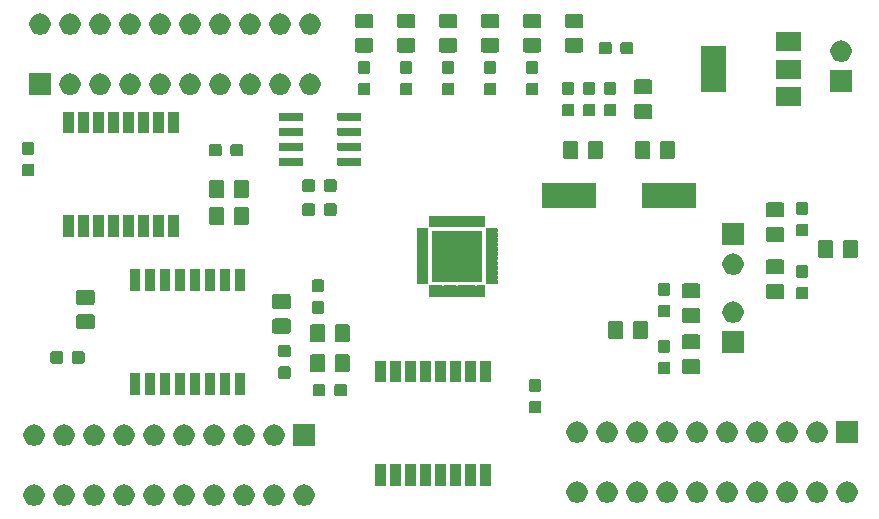
<source format=gbr>
G04 #@! TF.GenerationSoftware,KiCad,Pcbnew,5.1.5+dfsg1-2build2*
G04 #@! TF.CreationDate,2020-11-09T15:48:52+03:00*
G04 #@! TF.ProjectId,ip175,69703137-352e-46b6-9963-61645f706362,rev?*
G04 #@! TF.SameCoordinates,Original*
G04 #@! TF.FileFunction,Soldermask,Top*
G04 #@! TF.FilePolarity,Negative*
%FSLAX46Y46*%
G04 Gerber Fmt 4.6, Leading zero omitted, Abs format (unit mm)*
G04 Created by KiCad (PCBNEW 5.1.5+dfsg1-2build2) date 2020-11-09 15:48:52*
%MOMM*%
%LPD*%
G04 APERTURE LIST*
%ADD10C,0.150000*%
G04 APERTURE END LIST*
D10*
G36*
X142353512Y-106545927D02*
G01*
X142502812Y-106575624D01*
X142666784Y-106643544D01*
X142814354Y-106742147D01*
X142939853Y-106867646D01*
X143038456Y-107015216D01*
X143106376Y-107179188D01*
X143141000Y-107353259D01*
X143141000Y-107530741D01*
X143106376Y-107704812D01*
X143038456Y-107868784D01*
X142939853Y-108016354D01*
X142814354Y-108141853D01*
X142666784Y-108240456D01*
X142502812Y-108308376D01*
X142353512Y-108338073D01*
X142328742Y-108343000D01*
X142151258Y-108343000D01*
X142126488Y-108338073D01*
X141977188Y-108308376D01*
X141813216Y-108240456D01*
X141665646Y-108141853D01*
X141540147Y-108016354D01*
X141441544Y-107868784D01*
X141373624Y-107704812D01*
X141339000Y-107530741D01*
X141339000Y-107353259D01*
X141373624Y-107179188D01*
X141441544Y-107015216D01*
X141540147Y-106867646D01*
X141665646Y-106742147D01*
X141813216Y-106643544D01*
X141977188Y-106575624D01*
X142126488Y-106545927D01*
X142151258Y-106541000D01*
X142328742Y-106541000D01*
X142353512Y-106545927D01*
G37*
G36*
X155053512Y-106545927D02*
G01*
X155202812Y-106575624D01*
X155366784Y-106643544D01*
X155514354Y-106742147D01*
X155639853Y-106867646D01*
X155738456Y-107015216D01*
X155806376Y-107179188D01*
X155841000Y-107353259D01*
X155841000Y-107530741D01*
X155806376Y-107704812D01*
X155738456Y-107868784D01*
X155639853Y-108016354D01*
X155514354Y-108141853D01*
X155366784Y-108240456D01*
X155202812Y-108308376D01*
X155053512Y-108338073D01*
X155028742Y-108343000D01*
X154851258Y-108343000D01*
X154826488Y-108338073D01*
X154677188Y-108308376D01*
X154513216Y-108240456D01*
X154365646Y-108141853D01*
X154240147Y-108016354D01*
X154141544Y-107868784D01*
X154073624Y-107704812D01*
X154039000Y-107530741D01*
X154039000Y-107353259D01*
X154073624Y-107179188D01*
X154141544Y-107015216D01*
X154240147Y-106867646D01*
X154365646Y-106742147D01*
X154513216Y-106643544D01*
X154677188Y-106575624D01*
X154826488Y-106545927D01*
X154851258Y-106541000D01*
X155028742Y-106541000D01*
X155053512Y-106545927D01*
G37*
G36*
X132193512Y-106545927D02*
G01*
X132342812Y-106575624D01*
X132506784Y-106643544D01*
X132654354Y-106742147D01*
X132779853Y-106867646D01*
X132878456Y-107015216D01*
X132946376Y-107179188D01*
X132981000Y-107353259D01*
X132981000Y-107530741D01*
X132946376Y-107704812D01*
X132878456Y-107868784D01*
X132779853Y-108016354D01*
X132654354Y-108141853D01*
X132506784Y-108240456D01*
X132342812Y-108308376D01*
X132193512Y-108338073D01*
X132168742Y-108343000D01*
X131991258Y-108343000D01*
X131966488Y-108338073D01*
X131817188Y-108308376D01*
X131653216Y-108240456D01*
X131505646Y-108141853D01*
X131380147Y-108016354D01*
X131281544Y-107868784D01*
X131213624Y-107704812D01*
X131179000Y-107530741D01*
X131179000Y-107353259D01*
X131213624Y-107179188D01*
X131281544Y-107015216D01*
X131380147Y-106867646D01*
X131505646Y-106742147D01*
X131653216Y-106643544D01*
X131817188Y-106575624D01*
X131966488Y-106545927D01*
X131991258Y-106541000D01*
X132168742Y-106541000D01*
X132193512Y-106545927D01*
G37*
G36*
X134733512Y-106545927D02*
G01*
X134882812Y-106575624D01*
X135046784Y-106643544D01*
X135194354Y-106742147D01*
X135319853Y-106867646D01*
X135418456Y-107015216D01*
X135486376Y-107179188D01*
X135521000Y-107353259D01*
X135521000Y-107530741D01*
X135486376Y-107704812D01*
X135418456Y-107868784D01*
X135319853Y-108016354D01*
X135194354Y-108141853D01*
X135046784Y-108240456D01*
X134882812Y-108308376D01*
X134733512Y-108338073D01*
X134708742Y-108343000D01*
X134531258Y-108343000D01*
X134506488Y-108338073D01*
X134357188Y-108308376D01*
X134193216Y-108240456D01*
X134045646Y-108141853D01*
X133920147Y-108016354D01*
X133821544Y-107868784D01*
X133753624Y-107704812D01*
X133719000Y-107530741D01*
X133719000Y-107353259D01*
X133753624Y-107179188D01*
X133821544Y-107015216D01*
X133920147Y-106867646D01*
X134045646Y-106742147D01*
X134193216Y-106643544D01*
X134357188Y-106575624D01*
X134506488Y-106545927D01*
X134531258Y-106541000D01*
X134708742Y-106541000D01*
X134733512Y-106545927D01*
G37*
G36*
X152513512Y-106545927D02*
G01*
X152662812Y-106575624D01*
X152826784Y-106643544D01*
X152974354Y-106742147D01*
X153099853Y-106867646D01*
X153198456Y-107015216D01*
X153266376Y-107179188D01*
X153301000Y-107353259D01*
X153301000Y-107530741D01*
X153266376Y-107704812D01*
X153198456Y-107868784D01*
X153099853Y-108016354D01*
X152974354Y-108141853D01*
X152826784Y-108240456D01*
X152662812Y-108308376D01*
X152513512Y-108338073D01*
X152488742Y-108343000D01*
X152311258Y-108343000D01*
X152286488Y-108338073D01*
X152137188Y-108308376D01*
X151973216Y-108240456D01*
X151825646Y-108141853D01*
X151700147Y-108016354D01*
X151601544Y-107868784D01*
X151533624Y-107704812D01*
X151499000Y-107530741D01*
X151499000Y-107353259D01*
X151533624Y-107179188D01*
X151601544Y-107015216D01*
X151700147Y-106867646D01*
X151825646Y-106742147D01*
X151973216Y-106643544D01*
X152137188Y-106575624D01*
X152286488Y-106545927D01*
X152311258Y-106541000D01*
X152488742Y-106541000D01*
X152513512Y-106545927D01*
G37*
G36*
X137273512Y-106545927D02*
G01*
X137422812Y-106575624D01*
X137586784Y-106643544D01*
X137734354Y-106742147D01*
X137859853Y-106867646D01*
X137958456Y-107015216D01*
X138026376Y-107179188D01*
X138061000Y-107353259D01*
X138061000Y-107530741D01*
X138026376Y-107704812D01*
X137958456Y-107868784D01*
X137859853Y-108016354D01*
X137734354Y-108141853D01*
X137586784Y-108240456D01*
X137422812Y-108308376D01*
X137273512Y-108338073D01*
X137248742Y-108343000D01*
X137071258Y-108343000D01*
X137046488Y-108338073D01*
X136897188Y-108308376D01*
X136733216Y-108240456D01*
X136585646Y-108141853D01*
X136460147Y-108016354D01*
X136361544Y-107868784D01*
X136293624Y-107704812D01*
X136259000Y-107530741D01*
X136259000Y-107353259D01*
X136293624Y-107179188D01*
X136361544Y-107015216D01*
X136460147Y-106867646D01*
X136585646Y-106742147D01*
X136733216Y-106643544D01*
X136897188Y-106575624D01*
X137046488Y-106545927D01*
X137071258Y-106541000D01*
X137248742Y-106541000D01*
X137273512Y-106545927D01*
G37*
G36*
X139813512Y-106545927D02*
G01*
X139962812Y-106575624D01*
X140126784Y-106643544D01*
X140274354Y-106742147D01*
X140399853Y-106867646D01*
X140498456Y-107015216D01*
X140566376Y-107179188D01*
X140601000Y-107353259D01*
X140601000Y-107530741D01*
X140566376Y-107704812D01*
X140498456Y-107868784D01*
X140399853Y-108016354D01*
X140274354Y-108141853D01*
X140126784Y-108240456D01*
X139962812Y-108308376D01*
X139813512Y-108338073D01*
X139788742Y-108343000D01*
X139611258Y-108343000D01*
X139586488Y-108338073D01*
X139437188Y-108308376D01*
X139273216Y-108240456D01*
X139125646Y-108141853D01*
X139000147Y-108016354D01*
X138901544Y-107868784D01*
X138833624Y-107704812D01*
X138799000Y-107530741D01*
X138799000Y-107353259D01*
X138833624Y-107179188D01*
X138901544Y-107015216D01*
X139000147Y-106867646D01*
X139125646Y-106742147D01*
X139273216Y-106643544D01*
X139437188Y-106575624D01*
X139586488Y-106545927D01*
X139611258Y-106541000D01*
X139788742Y-106541000D01*
X139813512Y-106545927D01*
G37*
G36*
X149973512Y-106545927D02*
G01*
X150122812Y-106575624D01*
X150286784Y-106643544D01*
X150434354Y-106742147D01*
X150559853Y-106867646D01*
X150658456Y-107015216D01*
X150726376Y-107179188D01*
X150761000Y-107353259D01*
X150761000Y-107530741D01*
X150726376Y-107704812D01*
X150658456Y-107868784D01*
X150559853Y-108016354D01*
X150434354Y-108141853D01*
X150286784Y-108240456D01*
X150122812Y-108308376D01*
X149973512Y-108338073D01*
X149948742Y-108343000D01*
X149771258Y-108343000D01*
X149746488Y-108338073D01*
X149597188Y-108308376D01*
X149433216Y-108240456D01*
X149285646Y-108141853D01*
X149160147Y-108016354D01*
X149061544Y-107868784D01*
X148993624Y-107704812D01*
X148959000Y-107530741D01*
X148959000Y-107353259D01*
X148993624Y-107179188D01*
X149061544Y-107015216D01*
X149160147Y-106867646D01*
X149285646Y-106742147D01*
X149433216Y-106643544D01*
X149597188Y-106575624D01*
X149746488Y-106545927D01*
X149771258Y-106541000D01*
X149948742Y-106541000D01*
X149973512Y-106545927D01*
G37*
G36*
X144893512Y-106545927D02*
G01*
X145042812Y-106575624D01*
X145206784Y-106643544D01*
X145354354Y-106742147D01*
X145479853Y-106867646D01*
X145578456Y-107015216D01*
X145646376Y-107179188D01*
X145681000Y-107353259D01*
X145681000Y-107530741D01*
X145646376Y-107704812D01*
X145578456Y-107868784D01*
X145479853Y-108016354D01*
X145354354Y-108141853D01*
X145206784Y-108240456D01*
X145042812Y-108308376D01*
X144893512Y-108338073D01*
X144868742Y-108343000D01*
X144691258Y-108343000D01*
X144666488Y-108338073D01*
X144517188Y-108308376D01*
X144353216Y-108240456D01*
X144205646Y-108141853D01*
X144080147Y-108016354D01*
X143981544Y-107868784D01*
X143913624Y-107704812D01*
X143879000Y-107530741D01*
X143879000Y-107353259D01*
X143913624Y-107179188D01*
X143981544Y-107015216D01*
X144080147Y-106867646D01*
X144205646Y-106742147D01*
X144353216Y-106643544D01*
X144517188Y-106575624D01*
X144666488Y-106545927D01*
X144691258Y-106541000D01*
X144868742Y-106541000D01*
X144893512Y-106545927D01*
G37*
G36*
X147433512Y-106545927D02*
G01*
X147582812Y-106575624D01*
X147746784Y-106643544D01*
X147894354Y-106742147D01*
X148019853Y-106867646D01*
X148118456Y-107015216D01*
X148186376Y-107179188D01*
X148221000Y-107353259D01*
X148221000Y-107530741D01*
X148186376Y-107704812D01*
X148118456Y-107868784D01*
X148019853Y-108016354D01*
X147894354Y-108141853D01*
X147746784Y-108240456D01*
X147582812Y-108308376D01*
X147433512Y-108338073D01*
X147408742Y-108343000D01*
X147231258Y-108343000D01*
X147206488Y-108338073D01*
X147057188Y-108308376D01*
X146893216Y-108240456D01*
X146745646Y-108141853D01*
X146620147Y-108016354D01*
X146521544Y-107868784D01*
X146453624Y-107704812D01*
X146419000Y-107530741D01*
X146419000Y-107353259D01*
X146453624Y-107179188D01*
X146521544Y-107015216D01*
X146620147Y-106867646D01*
X146745646Y-106742147D01*
X146893216Y-106643544D01*
X147057188Y-106575624D01*
X147206488Y-106545927D01*
X147231258Y-106541000D01*
X147408742Y-106541000D01*
X147433512Y-106545927D01*
G37*
G36*
X195947512Y-106291927D02*
G01*
X196096812Y-106321624D01*
X196260784Y-106389544D01*
X196408354Y-106488147D01*
X196533853Y-106613646D01*
X196632456Y-106761216D01*
X196700376Y-106925188D01*
X196735000Y-107099259D01*
X196735000Y-107276741D01*
X196700376Y-107450812D01*
X196632456Y-107614784D01*
X196533853Y-107762354D01*
X196408354Y-107887853D01*
X196260784Y-107986456D01*
X196096812Y-108054376D01*
X195947512Y-108084073D01*
X195922742Y-108089000D01*
X195745258Y-108089000D01*
X195720488Y-108084073D01*
X195571188Y-108054376D01*
X195407216Y-107986456D01*
X195259646Y-107887853D01*
X195134147Y-107762354D01*
X195035544Y-107614784D01*
X194967624Y-107450812D01*
X194933000Y-107276741D01*
X194933000Y-107099259D01*
X194967624Y-106925188D01*
X195035544Y-106761216D01*
X195134147Y-106613646D01*
X195259646Y-106488147D01*
X195407216Y-106389544D01*
X195571188Y-106321624D01*
X195720488Y-106291927D01*
X195745258Y-106287000D01*
X195922742Y-106287000D01*
X195947512Y-106291927D01*
G37*
G36*
X180707512Y-106291927D02*
G01*
X180856812Y-106321624D01*
X181020784Y-106389544D01*
X181168354Y-106488147D01*
X181293853Y-106613646D01*
X181392456Y-106761216D01*
X181460376Y-106925188D01*
X181495000Y-107099259D01*
X181495000Y-107276741D01*
X181460376Y-107450812D01*
X181392456Y-107614784D01*
X181293853Y-107762354D01*
X181168354Y-107887853D01*
X181020784Y-107986456D01*
X180856812Y-108054376D01*
X180707512Y-108084073D01*
X180682742Y-108089000D01*
X180505258Y-108089000D01*
X180480488Y-108084073D01*
X180331188Y-108054376D01*
X180167216Y-107986456D01*
X180019646Y-107887853D01*
X179894147Y-107762354D01*
X179795544Y-107614784D01*
X179727624Y-107450812D01*
X179693000Y-107276741D01*
X179693000Y-107099259D01*
X179727624Y-106925188D01*
X179795544Y-106761216D01*
X179894147Y-106613646D01*
X180019646Y-106488147D01*
X180167216Y-106389544D01*
X180331188Y-106321624D01*
X180480488Y-106291927D01*
X180505258Y-106287000D01*
X180682742Y-106287000D01*
X180707512Y-106291927D01*
G37*
G36*
X193407512Y-106291927D02*
G01*
X193556812Y-106321624D01*
X193720784Y-106389544D01*
X193868354Y-106488147D01*
X193993853Y-106613646D01*
X194092456Y-106761216D01*
X194160376Y-106925188D01*
X194195000Y-107099259D01*
X194195000Y-107276741D01*
X194160376Y-107450812D01*
X194092456Y-107614784D01*
X193993853Y-107762354D01*
X193868354Y-107887853D01*
X193720784Y-107986456D01*
X193556812Y-108054376D01*
X193407512Y-108084073D01*
X193382742Y-108089000D01*
X193205258Y-108089000D01*
X193180488Y-108084073D01*
X193031188Y-108054376D01*
X192867216Y-107986456D01*
X192719646Y-107887853D01*
X192594147Y-107762354D01*
X192495544Y-107614784D01*
X192427624Y-107450812D01*
X192393000Y-107276741D01*
X192393000Y-107099259D01*
X192427624Y-106925188D01*
X192495544Y-106761216D01*
X192594147Y-106613646D01*
X192719646Y-106488147D01*
X192867216Y-106389544D01*
X193031188Y-106321624D01*
X193180488Y-106291927D01*
X193205258Y-106287000D01*
X193382742Y-106287000D01*
X193407512Y-106291927D01*
G37*
G36*
X190867512Y-106291927D02*
G01*
X191016812Y-106321624D01*
X191180784Y-106389544D01*
X191328354Y-106488147D01*
X191453853Y-106613646D01*
X191552456Y-106761216D01*
X191620376Y-106925188D01*
X191655000Y-107099259D01*
X191655000Y-107276741D01*
X191620376Y-107450812D01*
X191552456Y-107614784D01*
X191453853Y-107762354D01*
X191328354Y-107887853D01*
X191180784Y-107986456D01*
X191016812Y-108054376D01*
X190867512Y-108084073D01*
X190842742Y-108089000D01*
X190665258Y-108089000D01*
X190640488Y-108084073D01*
X190491188Y-108054376D01*
X190327216Y-107986456D01*
X190179646Y-107887853D01*
X190054147Y-107762354D01*
X189955544Y-107614784D01*
X189887624Y-107450812D01*
X189853000Y-107276741D01*
X189853000Y-107099259D01*
X189887624Y-106925188D01*
X189955544Y-106761216D01*
X190054147Y-106613646D01*
X190179646Y-106488147D01*
X190327216Y-106389544D01*
X190491188Y-106321624D01*
X190640488Y-106291927D01*
X190665258Y-106287000D01*
X190842742Y-106287000D01*
X190867512Y-106291927D01*
G37*
G36*
X188327512Y-106291927D02*
G01*
X188476812Y-106321624D01*
X188640784Y-106389544D01*
X188788354Y-106488147D01*
X188913853Y-106613646D01*
X189012456Y-106761216D01*
X189080376Y-106925188D01*
X189115000Y-107099259D01*
X189115000Y-107276741D01*
X189080376Y-107450812D01*
X189012456Y-107614784D01*
X188913853Y-107762354D01*
X188788354Y-107887853D01*
X188640784Y-107986456D01*
X188476812Y-108054376D01*
X188327512Y-108084073D01*
X188302742Y-108089000D01*
X188125258Y-108089000D01*
X188100488Y-108084073D01*
X187951188Y-108054376D01*
X187787216Y-107986456D01*
X187639646Y-107887853D01*
X187514147Y-107762354D01*
X187415544Y-107614784D01*
X187347624Y-107450812D01*
X187313000Y-107276741D01*
X187313000Y-107099259D01*
X187347624Y-106925188D01*
X187415544Y-106761216D01*
X187514147Y-106613646D01*
X187639646Y-106488147D01*
X187787216Y-106389544D01*
X187951188Y-106321624D01*
X188100488Y-106291927D01*
X188125258Y-106287000D01*
X188302742Y-106287000D01*
X188327512Y-106291927D01*
G37*
G36*
X185787512Y-106291927D02*
G01*
X185936812Y-106321624D01*
X186100784Y-106389544D01*
X186248354Y-106488147D01*
X186373853Y-106613646D01*
X186472456Y-106761216D01*
X186540376Y-106925188D01*
X186575000Y-107099259D01*
X186575000Y-107276741D01*
X186540376Y-107450812D01*
X186472456Y-107614784D01*
X186373853Y-107762354D01*
X186248354Y-107887853D01*
X186100784Y-107986456D01*
X185936812Y-108054376D01*
X185787512Y-108084073D01*
X185762742Y-108089000D01*
X185585258Y-108089000D01*
X185560488Y-108084073D01*
X185411188Y-108054376D01*
X185247216Y-107986456D01*
X185099646Y-107887853D01*
X184974147Y-107762354D01*
X184875544Y-107614784D01*
X184807624Y-107450812D01*
X184773000Y-107276741D01*
X184773000Y-107099259D01*
X184807624Y-106925188D01*
X184875544Y-106761216D01*
X184974147Y-106613646D01*
X185099646Y-106488147D01*
X185247216Y-106389544D01*
X185411188Y-106321624D01*
X185560488Y-106291927D01*
X185585258Y-106287000D01*
X185762742Y-106287000D01*
X185787512Y-106291927D01*
G37*
G36*
X178167512Y-106291927D02*
G01*
X178316812Y-106321624D01*
X178480784Y-106389544D01*
X178628354Y-106488147D01*
X178753853Y-106613646D01*
X178852456Y-106761216D01*
X178920376Y-106925188D01*
X178955000Y-107099259D01*
X178955000Y-107276741D01*
X178920376Y-107450812D01*
X178852456Y-107614784D01*
X178753853Y-107762354D01*
X178628354Y-107887853D01*
X178480784Y-107986456D01*
X178316812Y-108054376D01*
X178167512Y-108084073D01*
X178142742Y-108089000D01*
X177965258Y-108089000D01*
X177940488Y-108084073D01*
X177791188Y-108054376D01*
X177627216Y-107986456D01*
X177479646Y-107887853D01*
X177354147Y-107762354D01*
X177255544Y-107614784D01*
X177187624Y-107450812D01*
X177153000Y-107276741D01*
X177153000Y-107099259D01*
X177187624Y-106925188D01*
X177255544Y-106761216D01*
X177354147Y-106613646D01*
X177479646Y-106488147D01*
X177627216Y-106389544D01*
X177791188Y-106321624D01*
X177940488Y-106291927D01*
X177965258Y-106287000D01*
X178142742Y-106287000D01*
X178167512Y-106291927D01*
G37*
G36*
X183247512Y-106291927D02*
G01*
X183396812Y-106321624D01*
X183560784Y-106389544D01*
X183708354Y-106488147D01*
X183833853Y-106613646D01*
X183932456Y-106761216D01*
X184000376Y-106925188D01*
X184035000Y-107099259D01*
X184035000Y-107276741D01*
X184000376Y-107450812D01*
X183932456Y-107614784D01*
X183833853Y-107762354D01*
X183708354Y-107887853D01*
X183560784Y-107986456D01*
X183396812Y-108054376D01*
X183247512Y-108084073D01*
X183222742Y-108089000D01*
X183045258Y-108089000D01*
X183020488Y-108084073D01*
X182871188Y-108054376D01*
X182707216Y-107986456D01*
X182559646Y-107887853D01*
X182434147Y-107762354D01*
X182335544Y-107614784D01*
X182267624Y-107450812D01*
X182233000Y-107276741D01*
X182233000Y-107099259D01*
X182267624Y-106925188D01*
X182335544Y-106761216D01*
X182434147Y-106613646D01*
X182559646Y-106488147D01*
X182707216Y-106389544D01*
X182871188Y-106321624D01*
X183020488Y-106291927D01*
X183045258Y-106287000D01*
X183222742Y-106287000D01*
X183247512Y-106291927D01*
G37*
G36*
X201027512Y-106291927D02*
G01*
X201176812Y-106321624D01*
X201340784Y-106389544D01*
X201488354Y-106488147D01*
X201613853Y-106613646D01*
X201712456Y-106761216D01*
X201780376Y-106925188D01*
X201815000Y-107099259D01*
X201815000Y-107276741D01*
X201780376Y-107450812D01*
X201712456Y-107614784D01*
X201613853Y-107762354D01*
X201488354Y-107887853D01*
X201340784Y-107986456D01*
X201176812Y-108054376D01*
X201027512Y-108084073D01*
X201002742Y-108089000D01*
X200825258Y-108089000D01*
X200800488Y-108084073D01*
X200651188Y-108054376D01*
X200487216Y-107986456D01*
X200339646Y-107887853D01*
X200214147Y-107762354D01*
X200115544Y-107614784D01*
X200047624Y-107450812D01*
X200013000Y-107276741D01*
X200013000Y-107099259D01*
X200047624Y-106925188D01*
X200115544Y-106761216D01*
X200214147Y-106613646D01*
X200339646Y-106488147D01*
X200487216Y-106389544D01*
X200651188Y-106321624D01*
X200800488Y-106291927D01*
X200825258Y-106287000D01*
X201002742Y-106287000D01*
X201027512Y-106291927D01*
G37*
G36*
X198487512Y-106291927D02*
G01*
X198636812Y-106321624D01*
X198800784Y-106389544D01*
X198948354Y-106488147D01*
X199073853Y-106613646D01*
X199172456Y-106761216D01*
X199240376Y-106925188D01*
X199275000Y-107099259D01*
X199275000Y-107276741D01*
X199240376Y-107450812D01*
X199172456Y-107614784D01*
X199073853Y-107762354D01*
X198948354Y-107887853D01*
X198800784Y-107986456D01*
X198636812Y-108054376D01*
X198487512Y-108084073D01*
X198462742Y-108089000D01*
X198285258Y-108089000D01*
X198260488Y-108084073D01*
X198111188Y-108054376D01*
X197947216Y-107986456D01*
X197799646Y-107887853D01*
X197674147Y-107762354D01*
X197575544Y-107614784D01*
X197507624Y-107450812D01*
X197473000Y-107276741D01*
X197473000Y-107099259D01*
X197507624Y-106925188D01*
X197575544Y-106761216D01*
X197674147Y-106613646D01*
X197799646Y-106488147D01*
X197947216Y-106389544D01*
X198111188Y-106321624D01*
X198260488Y-106291927D01*
X198285258Y-106287000D01*
X198462742Y-106287000D01*
X198487512Y-106291927D01*
G37*
G36*
X168198000Y-106647000D02*
G01*
X167336000Y-106647000D01*
X167336000Y-104845000D01*
X168198000Y-104845000D01*
X168198000Y-106647000D01*
G37*
G36*
X164388000Y-106647000D02*
G01*
X163526000Y-106647000D01*
X163526000Y-104845000D01*
X164388000Y-104845000D01*
X164388000Y-106647000D01*
G37*
G36*
X165658000Y-106647000D02*
G01*
X164796000Y-106647000D01*
X164796000Y-104845000D01*
X165658000Y-104845000D01*
X165658000Y-106647000D01*
G37*
G36*
X170738000Y-106647000D02*
G01*
X169876000Y-106647000D01*
X169876000Y-104845000D01*
X170738000Y-104845000D01*
X170738000Y-106647000D01*
G37*
G36*
X163118000Y-106647000D02*
G01*
X162256000Y-106647000D01*
X162256000Y-104845000D01*
X163118000Y-104845000D01*
X163118000Y-106647000D01*
G37*
G36*
X161848000Y-106647000D02*
G01*
X160986000Y-106647000D01*
X160986000Y-104845000D01*
X161848000Y-104845000D01*
X161848000Y-106647000D01*
G37*
G36*
X169468000Y-106647000D02*
G01*
X168606000Y-106647000D01*
X168606000Y-104845000D01*
X169468000Y-104845000D01*
X169468000Y-106647000D01*
G37*
G36*
X166928000Y-106647000D02*
G01*
X166066000Y-106647000D01*
X166066000Y-104845000D01*
X166928000Y-104845000D01*
X166928000Y-106647000D01*
G37*
G36*
X132193512Y-101465927D02*
G01*
X132342812Y-101495624D01*
X132506784Y-101563544D01*
X132654354Y-101662147D01*
X132779853Y-101787646D01*
X132878456Y-101935216D01*
X132946376Y-102099188D01*
X132981000Y-102273259D01*
X132981000Y-102450741D01*
X132946376Y-102624812D01*
X132878456Y-102788784D01*
X132779853Y-102936354D01*
X132654354Y-103061853D01*
X132506784Y-103160456D01*
X132342812Y-103228376D01*
X132193512Y-103258073D01*
X132168742Y-103263000D01*
X131991258Y-103263000D01*
X131966488Y-103258073D01*
X131817188Y-103228376D01*
X131653216Y-103160456D01*
X131505646Y-103061853D01*
X131380147Y-102936354D01*
X131281544Y-102788784D01*
X131213624Y-102624812D01*
X131179000Y-102450741D01*
X131179000Y-102273259D01*
X131213624Y-102099188D01*
X131281544Y-101935216D01*
X131380147Y-101787646D01*
X131505646Y-101662147D01*
X131653216Y-101563544D01*
X131817188Y-101495624D01*
X131966488Y-101465927D01*
X131991258Y-101461000D01*
X132168742Y-101461000D01*
X132193512Y-101465927D01*
G37*
G36*
X137273512Y-101465927D02*
G01*
X137422812Y-101495624D01*
X137586784Y-101563544D01*
X137734354Y-101662147D01*
X137859853Y-101787646D01*
X137958456Y-101935216D01*
X138026376Y-102099188D01*
X138061000Y-102273259D01*
X138061000Y-102450741D01*
X138026376Y-102624812D01*
X137958456Y-102788784D01*
X137859853Y-102936354D01*
X137734354Y-103061853D01*
X137586784Y-103160456D01*
X137422812Y-103228376D01*
X137273512Y-103258073D01*
X137248742Y-103263000D01*
X137071258Y-103263000D01*
X137046488Y-103258073D01*
X136897188Y-103228376D01*
X136733216Y-103160456D01*
X136585646Y-103061853D01*
X136460147Y-102936354D01*
X136361544Y-102788784D01*
X136293624Y-102624812D01*
X136259000Y-102450741D01*
X136259000Y-102273259D01*
X136293624Y-102099188D01*
X136361544Y-101935216D01*
X136460147Y-101787646D01*
X136585646Y-101662147D01*
X136733216Y-101563544D01*
X136897188Y-101495624D01*
X137046488Y-101465927D01*
X137071258Y-101461000D01*
X137248742Y-101461000D01*
X137273512Y-101465927D01*
G37*
G36*
X142353512Y-101465927D02*
G01*
X142502812Y-101495624D01*
X142666784Y-101563544D01*
X142814354Y-101662147D01*
X142939853Y-101787646D01*
X143038456Y-101935216D01*
X143106376Y-102099188D01*
X143141000Y-102273259D01*
X143141000Y-102450741D01*
X143106376Y-102624812D01*
X143038456Y-102788784D01*
X142939853Y-102936354D01*
X142814354Y-103061853D01*
X142666784Y-103160456D01*
X142502812Y-103228376D01*
X142353512Y-103258073D01*
X142328742Y-103263000D01*
X142151258Y-103263000D01*
X142126488Y-103258073D01*
X141977188Y-103228376D01*
X141813216Y-103160456D01*
X141665646Y-103061853D01*
X141540147Y-102936354D01*
X141441544Y-102788784D01*
X141373624Y-102624812D01*
X141339000Y-102450741D01*
X141339000Y-102273259D01*
X141373624Y-102099188D01*
X141441544Y-101935216D01*
X141540147Y-101787646D01*
X141665646Y-101662147D01*
X141813216Y-101563544D01*
X141977188Y-101495624D01*
X142126488Y-101465927D01*
X142151258Y-101461000D01*
X142328742Y-101461000D01*
X142353512Y-101465927D01*
G37*
G36*
X134733512Y-101465927D02*
G01*
X134882812Y-101495624D01*
X135046784Y-101563544D01*
X135194354Y-101662147D01*
X135319853Y-101787646D01*
X135418456Y-101935216D01*
X135486376Y-102099188D01*
X135521000Y-102273259D01*
X135521000Y-102450741D01*
X135486376Y-102624812D01*
X135418456Y-102788784D01*
X135319853Y-102936354D01*
X135194354Y-103061853D01*
X135046784Y-103160456D01*
X134882812Y-103228376D01*
X134733512Y-103258073D01*
X134708742Y-103263000D01*
X134531258Y-103263000D01*
X134506488Y-103258073D01*
X134357188Y-103228376D01*
X134193216Y-103160456D01*
X134045646Y-103061853D01*
X133920147Y-102936354D01*
X133821544Y-102788784D01*
X133753624Y-102624812D01*
X133719000Y-102450741D01*
X133719000Y-102273259D01*
X133753624Y-102099188D01*
X133821544Y-101935216D01*
X133920147Y-101787646D01*
X134045646Y-101662147D01*
X134193216Y-101563544D01*
X134357188Y-101495624D01*
X134506488Y-101465927D01*
X134531258Y-101461000D01*
X134708742Y-101461000D01*
X134733512Y-101465927D01*
G37*
G36*
X144893512Y-101465927D02*
G01*
X145042812Y-101495624D01*
X145206784Y-101563544D01*
X145354354Y-101662147D01*
X145479853Y-101787646D01*
X145578456Y-101935216D01*
X145646376Y-102099188D01*
X145681000Y-102273259D01*
X145681000Y-102450741D01*
X145646376Y-102624812D01*
X145578456Y-102788784D01*
X145479853Y-102936354D01*
X145354354Y-103061853D01*
X145206784Y-103160456D01*
X145042812Y-103228376D01*
X144893512Y-103258073D01*
X144868742Y-103263000D01*
X144691258Y-103263000D01*
X144666488Y-103258073D01*
X144517188Y-103228376D01*
X144353216Y-103160456D01*
X144205646Y-103061853D01*
X144080147Y-102936354D01*
X143981544Y-102788784D01*
X143913624Y-102624812D01*
X143879000Y-102450741D01*
X143879000Y-102273259D01*
X143913624Y-102099188D01*
X143981544Y-101935216D01*
X144080147Y-101787646D01*
X144205646Y-101662147D01*
X144353216Y-101563544D01*
X144517188Y-101495624D01*
X144666488Y-101465927D01*
X144691258Y-101461000D01*
X144868742Y-101461000D01*
X144893512Y-101465927D01*
G37*
G36*
X147433512Y-101465927D02*
G01*
X147582812Y-101495624D01*
X147746784Y-101563544D01*
X147894354Y-101662147D01*
X148019853Y-101787646D01*
X148118456Y-101935216D01*
X148186376Y-102099188D01*
X148221000Y-102273259D01*
X148221000Y-102450741D01*
X148186376Y-102624812D01*
X148118456Y-102788784D01*
X148019853Y-102936354D01*
X147894354Y-103061853D01*
X147746784Y-103160456D01*
X147582812Y-103228376D01*
X147433512Y-103258073D01*
X147408742Y-103263000D01*
X147231258Y-103263000D01*
X147206488Y-103258073D01*
X147057188Y-103228376D01*
X146893216Y-103160456D01*
X146745646Y-103061853D01*
X146620147Y-102936354D01*
X146521544Y-102788784D01*
X146453624Y-102624812D01*
X146419000Y-102450741D01*
X146419000Y-102273259D01*
X146453624Y-102099188D01*
X146521544Y-101935216D01*
X146620147Y-101787646D01*
X146745646Y-101662147D01*
X146893216Y-101563544D01*
X147057188Y-101495624D01*
X147206488Y-101465927D01*
X147231258Y-101461000D01*
X147408742Y-101461000D01*
X147433512Y-101465927D01*
G37*
G36*
X149973512Y-101465927D02*
G01*
X150122812Y-101495624D01*
X150286784Y-101563544D01*
X150434354Y-101662147D01*
X150559853Y-101787646D01*
X150658456Y-101935216D01*
X150726376Y-102099188D01*
X150761000Y-102273259D01*
X150761000Y-102450741D01*
X150726376Y-102624812D01*
X150658456Y-102788784D01*
X150559853Y-102936354D01*
X150434354Y-103061853D01*
X150286784Y-103160456D01*
X150122812Y-103228376D01*
X149973512Y-103258073D01*
X149948742Y-103263000D01*
X149771258Y-103263000D01*
X149746488Y-103258073D01*
X149597188Y-103228376D01*
X149433216Y-103160456D01*
X149285646Y-103061853D01*
X149160147Y-102936354D01*
X149061544Y-102788784D01*
X148993624Y-102624812D01*
X148959000Y-102450741D01*
X148959000Y-102273259D01*
X148993624Y-102099188D01*
X149061544Y-101935216D01*
X149160147Y-101787646D01*
X149285646Y-101662147D01*
X149433216Y-101563544D01*
X149597188Y-101495624D01*
X149746488Y-101465927D01*
X149771258Y-101461000D01*
X149948742Y-101461000D01*
X149973512Y-101465927D01*
G37*
G36*
X152513512Y-101465927D02*
G01*
X152662812Y-101495624D01*
X152826784Y-101563544D01*
X152974354Y-101662147D01*
X153099853Y-101787646D01*
X153198456Y-101935216D01*
X153266376Y-102099188D01*
X153301000Y-102273259D01*
X153301000Y-102450741D01*
X153266376Y-102624812D01*
X153198456Y-102788784D01*
X153099853Y-102936354D01*
X152974354Y-103061853D01*
X152826784Y-103160456D01*
X152662812Y-103228376D01*
X152513512Y-103258073D01*
X152488742Y-103263000D01*
X152311258Y-103263000D01*
X152286488Y-103258073D01*
X152137188Y-103228376D01*
X151973216Y-103160456D01*
X151825646Y-103061853D01*
X151700147Y-102936354D01*
X151601544Y-102788784D01*
X151533624Y-102624812D01*
X151499000Y-102450741D01*
X151499000Y-102273259D01*
X151533624Y-102099188D01*
X151601544Y-101935216D01*
X151700147Y-101787646D01*
X151825646Y-101662147D01*
X151973216Y-101563544D01*
X152137188Y-101495624D01*
X152286488Y-101465927D01*
X152311258Y-101461000D01*
X152488742Y-101461000D01*
X152513512Y-101465927D01*
G37*
G36*
X139813512Y-101465927D02*
G01*
X139962812Y-101495624D01*
X140126784Y-101563544D01*
X140274354Y-101662147D01*
X140399853Y-101787646D01*
X140498456Y-101935216D01*
X140566376Y-102099188D01*
X140601000Y-102273259D01*
X140601000Y-102450741D01*
X140566376Y-102624812D01*
X140498456Y-102788784D01*
X140399853Y-102936354D01*
X140274354Y-103061853D01*
X140126784Y-103160456D01*
X139962812Y-103228376D01*
X139813512Y-103258073D01*
X139788742Y-103263000D01*
X139611258Y-103263000D01*
X139586488Y-103258073D01*
X139437188Y-103228376D01*
X139273216Y-103160456D01*
X139125646Y-103061853D01*
X139000147Y-102936354D01*
X138901544Y-102788784D01*
X138833624Y-102624812D01*
X138799000Y-102450741D01*
X138799000Y-102273259D01*
X138833624Y-102099188D01*
X138901544Y-101935216D01*
X139000147Y-101787646D01*
X139125646Y-101662147D01*
X139273216Y-101563544D01*
X139437188Y-101495624D01*
X139586488Y-101465927D01*
X139611258Y-101461000D01*
X139788742Y-101461000D01*
X139813512Y-101465927D01*
G37*
G36*
X155841000Y-103263000D02*
G01*
X154039000Y-103263000D01*
X154039000Y-101461000D01*
X155841000Y-101461000D01*
X155841000Y-103263000D01*
G37*
G36*
X178167512Y-101211927D02*
G01*
X178316812Y-101241624D01*
X178480784Y-101309544D01*
X178628354Y-101408147D01*
X178753853Y-101533646D01*
X178852456Y-101681216D01*
X178920376Y-101845188D01*
X178955000Y-102019259D01*
X178955000Y-102196741D01*
X178920376Y-102370812D01*
X178852456Y-102534784D01*
X178753853Y-102682354D01*
X178628354Y-102807853D01*
X178480784Y-102906456D01*
X178316812Y-102974376D01*
X178167512Y-103004073D01*
X178142742Y-103009000D01*
X177965258Y-103009000D01*
X177940488Y-103004073D01*
X177791188Y-102974376D01*
X177627216Y-102906456D01*
X177479646Y-102807853D01*
X177354147Y-102682354D01*
X177255544Y-102534784D01*
X177187624Y-102370812D01*
X177153000Y-102196741D01*
X177153000Y-102019259D01*
X177187624Y-101845188D01*
X177255544Y-101681216D01*
X177354147Y-101533646D01*
X177479646Y-101408147D01*
X177627216Y-101309544D01*
X177791188Y-101241624D01*
X177940488Y-101211927D01*
X177965258Y-101207000D01*
X178142742Y-101207000D01*
X178167512Y-101211927D01*
G37*
G36*
X180707512Y-101211927D02*
G01*
X180856812Y-101241624D01*
X181020784Y-101309544D01*
X181168354Y-101408147D01*
X181293853Y-101533646D01*
X181392456Y-101681216D01*
X181460376Y-101845188D01*
X181495000Y-102019259D01*
X181495000Y-102196741D01*
X181460376Y-102370812D01*
X181392456Y-102534784D01*
X181293853Y-102682354D01*
X181168354Y-102807853D01*
X181020784Y-102906456D01*
X180856812Y-102974376D01*
X180707512Y-103004073D01*
X180682742Y-103009000D01*
X180505258Y-103009000D01*
X180480488Y-103004073D01*
X180331188Y-102974376D01*
X180167216Y-102906456D01*
X180019646Y-102807853D01*
X179894147Y-102682354D01*
X179795544Y-102534784D01*
X179727624Y-102370812D01*
X179693000Y-102196741D01*
X179693000Y-102019259D01*
X179727624Y-101845188D01*
X179795544Y-101681216D01*
X179894147Y-101533646D01*
X180019646Y-101408147D01*
X180167216Y-101309544D01*
X180331188Y-101241624D01*
X180480488Y-101211927D01*
X180505258Y-101207000D01*
X180682742Y-101207000D01*
X180707512Y-101211927D01*
G37*
G36*
X183247512Y-101211927D02*
G01*
X183396812Y-101241624D01*
X183560784Y-101309544D01*
X183708354Y-101408147D01*
X183833853Y-101533646D01*
X183932456Y-101681216D01*
X184000376Y-101845188D01*
X184035000Y-102019259D01*
X184035000Y-102196741D01*
X184000376Y-102370812D01*
X183932456Y-102534784D01*
X183833853Y-102682354D01*
X183708354Y-102807853D01*
X183560784Y-102906456D01*
X183396812Y-102974376D01*
X183247512Y-103004073D01*
X183222742Y-103009000D01*
X183045258Y-103009000D01*
X183020488Y-103004073D01*
X182871188Y-102974376D01*
X182707216Y-102906456D01*
X182559646Y-102807853D01*
X182434147Y-102682354D01*
X182335544Y-102534784D01*
X182267624Y-102370812D01*
X182233000Y-102196741D01*
X182233000Y-102019259D01*
X182267624Y-101845188D01*
X182335544Y-101681216D01*
X182434147Y-101533646D01*
X182559646Y-101408147D01*
X182707216Y-101309544D01*
X182871188Y-101241624D01*
X183020488Y-101211927D01*
X183045258Y-101207000D01*
X183222742Y-101207000D01*
X183247512Y-101211927D01*
G37*
G36*
X185787512Y-101211927D02*
G01*
X185936812Y-101241624D01*
X186100784Y-101309544D01*
X186248354Y-101408147D01*
X186373853Y-101533646D01*
X186472456Y-101681216D01*
X186540376Y-101845188D01*
X186575000Y-102019259D01*
X186575000Y-102196741D01*
X186540376Y-102370812D01*
X186472456Y-102534784D01*
X186373853Y-102682354D01*
X186248354Y-102807853D01*
X186100784Y-102906456D01*
X185936812Y-102974376D01*
X185787512Y-103004073D01*
X185762742Y-103009000D01*
X185585258Y-103009000D01*
X185560488Y-103004073D01*
X185411188Y-102974376D01*
X185247216Y-102906456D01*
X185099646Y-102807853D01*
X184974147Y-102682354D01*
X184875544Y-102534784D01*
X184807624Y-102370812D01*
X184773000Y-102196741D01*
X184773000Y-102019259D01*
X184807624Y-101845188D01*
X184875544Y-101681216D01*
X184974147Y-101533646D01*
X185099646Y-101408147D01*
X185247216Y-101309544D01*
X185411188Y-101241624D01*
X185560488Y-101211927D01*
X185585258Y-101207000D01*
X185762742Y-101207000D01*
X185787512Y-101211927D01*
G37*
G36*
X188327512Y-101211927D02*
G01*
X188476812Y-101241624D01*
X188640784Y-101309544D01*
X188788354Y-101408147D01*
X188913853Y-101533646D01*
X189012456Y-101681216D01*
X189080376Y-101845188D01*
X189115000Y-102019259D01*
X189115000Y-102196741D01*
X189080376Y-102370812D01*
X189012456Y-102534784D01*
X188913853Y-102682354D01*
X188788354Y-102807853D01*
X188640784Y-102906456D01*
X188476812Y-102974376D01*
X188327512Y-103004073D01*
X188302742Y-103009000D01*
X188125258Y-103009000D01*
X188100488Y-103004073D01*
X187951188Y-102974376D01*
X187787216Y-102906456D01*
X187639646Y-102807853D01*
X187514147Y-102682354D01*
X187415544Y-102534784D01*
X187347624Y-102370812D01*
X187313000Y-102196741D01*
X187313000Y-102019259D01*
X187347624Y-101845188D01*
X187415544Y-101681216D01*
X187514147Y-101533646D01*
X187639646Y-101408147D01*
X187787216Y-101309544D01*
X187951188Y-101241624D01*
X188100488Y-101211927D01*
X188125258Y-101207000D01*
X188302742Y-101207000D01*
X188327512Y-101211927D01*
G37*
G36*
X195947512Y-101211927D02*
G01*
X196096812Y-101241624D01*
X196260784Y-101309544D01*
X196408354Y-101408147D01*
X196533853Y-101533646D01*
X196632456Y-101681216D01*
X196700376Y-101845188D01*
X196735000Y-102019259D01*
X196735000Y-102196741D01*
X196700376Y-102370812D01*
X196632456Y-102534784D01*
X196533853Y-102682354D01*
X196408354Y-102807853D01*
X196260784Y-102906456D01*
X196096812Y-102974376D01*
X195947512Y-103004073D01*
X195922742Y-103009000D01*
X195745258Y-103009000D01*
X195720488Y-103004073D01*
X195571188Y-102974376D01*
X195407216Y-102906456D01*
X195259646Y-102807853D01*
X195134147Y-102682354D01*
X195035544Y-102534784D01*
X194967624Y-102370812D01*
X194933000Y-102196741D01*
X194933000Y-102019259D01*
X194967624Y-101845188D01*
X195035544Y-101681216D01*
X195134147Y-101533646D01*
X195259646Y-101408147D01*
X195407216Y-101309544D01*
X195571188Y-101241624D01*
X195720488Y-101211927D01*
X195745258Y-101207000D01*
X195922742Y-101207000D01*
X195947512Y-101211927D01*
G37*
G36*
X198487512Y-101211927D02*
G01*
X198636812Y-101241624D01*
X198800784Y-101309544D01*
X198948354Y-101408147D01*
X199073853Y-101533646D01*
X199172456Y-101681216D01*
X199240376Y-101845188D01*
X199275000Y-102019259D01*
X199275000Y-102196741D01*
X199240376Y-102370812D01*
X199172456Y-102534784D01*
X199073853Y-102682354D01*
X198948354Y-102807853D01*
X198800784Y-102906456D01*
X198636812Y-102974376D01*
X198487512Y-103004073D01*
X198462742Y-103009000D01*
X198285258Y-103009000D01*
X198260488Y-103004073D01*
X198111188Y-102974376D01*
X197947216Y-102906456D01*
X197799646Y-102807853D01*
X197674147Y-102682354D01*
X197575544Y-102534784D01*
X197507624Y-102370812D01*
X197473000Y-102196741D01*
X197473000Y-102019259D01*
X197507624Y-101845188D01*
X197575544Y-101681216D01*
X197674147Y-101533646D01*
X197799646Y-101408147D01*
X197947216Y-101309544D01*
X198111188Y-101241624D01*
X198260488Y-101211927D01*
X198285258Y-101207000D01*
X198462742Y-101207000D01*
X198487512Y-101211927D01*
G37*
G36*
X201815000Y-103009000D02*
G01*
X200013000Y-103009000D01*
X200013000Y-101207000D01*
X201815000Y-101207000D01*
X201815000Y-103009000D01*
G37*
G36*
X193407512Y-101211927D02*
G01*
X193556812Y-101241624D01*
X193720784Y-101309544D01*
X193868354Y-101408147D01*
X193993853Y-101533646D01*
X194092456Y-101681216D01*
X194160376Y-101845188D01*
X194195000Y-102019259D01*
X194195000Y-102196741D01*
X194160376Y-102370812D01*
X194092456Y-102534784D01*
X193993853Y-102682354D01*
X193868354Y-102807853D01*
X193720784Y-102906456D01*
X193556812Y-102974376D01*
X193407512Y-103004073D01*
X193382742Y-103009000D01*
X193205258Y-103009000D01*
X193180488Y-103004073D01*
X193031188Y-102974376D01*
X192867216Y-102906456D01*
X192719646Y-102807853D01*
X192594147Y-102682354D01*
X192495544Y-102534784D01*
X192427624Y-102370812D01*
X192393000Y-102196741D01*
X192393000Y-102019259D01*
X192427624Y-101845188D01*
X192495544Y-101681216D01*
X192594147Y-101533646D01*
X192719646Y-101408147D01*
X192867216Y-101309544D01*
X193031188Y-101241624D01*
X193180488Y-101211927D01*
X193205258Y-101207000D01*
X193382742Y-101207000D01*
X193407512Y-101211927D01*
G37*
G36*
X190867512Y-101211927D02*
G01*
X191016812Y-101241624D01*
X191180784Y-101309544D01*
X191328354Y-101408147D01*
X191453853Y-101533646D01*
X191552456Y-101681216D01*
X191620376Y-101845188D01*
X191655000Y-102019259D01*
X191655000Y-102196741D01*
X191620376Y-102370812D01*
X191552456Y-102534784D01*
X191453853Y-102682354D01*
X191328354Y-102807853D01*
X191180784Y-102906456D01*
X191016812Y-102974376D01*
X190867512Y-103004073D01*
X190842742Y-103009000D01*
X190665258Y-103009000D01*
X190640488Y-103004073D01*
X190491188Y-102974376D01*
X190327216Y-102906456D01*
X190179646Y-102807853D01*
X190054147Y-102682354D01*
X189955544Y-102534784D01*
X189887624Y-102370812D01*
X189853000Y-102196741D01*
X189853000Y-102019259D01*
X189887624Y-101845188D01*
X189955544Y-101681216D01*
X190054147Y-101533646D01*
X190179646Y-101408147D01*
X190327216Y-101309544D01*
X190491188Y-101241624D01*
X190640488Y-101211927D01*
X190665258Y-101207000D01*
X190842742Y-101207000D01*
X190867512Y-101211927D01*
G37*
G36*
X174862499Y-99438445D02*
G01*
X174899995Y-99449820D01*
X174934554Y-99468292D01*
X174964847Y-99493153D01*
X174989708Y-99523446D01*
X175008180Y-99558005D01*
X175019555Y-99595501D01*
X175024000Y-99640638D01*
X175024000Y-100304362D01*
X175019555Y-100349499D01*
X175008180Y-100386995D01*
X174989708Y-100421554D01*
X174964847Y-100451847D01*
X174934554Y-100476708D01*
X174899995Y-100495180D01*
X174862499Y-100506555D01*
X174817362Y-100511000D01*
X174178638Y-100511000D01*
X174133501Y-100506555D01*
X174096005Y-100495180D01*
X174061446Y-100476708D01*
X174031153Y-100451847D01*
X174006292Y-100421554D01*
X173987820Y-100386995D01*
X173976445Y-100349499D01*
X173972000Y-100304362D01*
X173972000Y-99640638D01*
X173976445Y-99595501D01*
X173987820Y-99558005D01*
X174006292Y-99523446D01*
X174031153Y-99493153D01*
X174061446Y-99468292D01*
X174096005Y-99449820D01*
X174133501Y-99438445D01*
X174178638Y-99434000D01*
X174817362Y-99434000D01*
X174862499Y-99438445D01*
G37*
G36*
X156588699Y-98043745D02*
G01*
X156626195Y-98055120D01*
X156660754Y-98073592D01*
X156691047Y-98098453D01*
X156715908Y-98128746D01*
X156734380Y-98163305D01*
X156745755Y-98200801D01*
X156750200Y-98245938D01*
X156750200Y-98884662D01*
X156745755Y-98929799D01*
X156734380Y-98967295D01*
X156715908Y-99001854D01*
X156691047Y-99032147D01*
X156660754Y-99057008D01*
X156626195Y-99075480D01*
X156588699Y-99086855D01*
X156543562Y-99091300D01*
X155879838Y-99091300D01*
X155834701Y-99086855D01*
X155797205Y-99075480D01*
X155762646Y-99057008D01*
X155732353Y-99032147D01*
X155707492Y-99001854D01*
X155689020Y-98967295D01*
X155677645Y-98929799D01*
X155673200Y-98884662D01*
X155673200Y-98245938D01*
X155677645Y-98200801D01*
X155689020Y-98163305D01*
X155707492Y-98128746D01*
X155732353Y-98098453D01*
X155762646Y-98073592D01*
X155797205Y-98055120D01*
X155834701Y-98043745D01*
X155879838Y-98039300D01*
X156543562Y-98039300D01*
X156588699Y-98043745D01*
G37*
G36*
X158413699Y-98043745D02*
G01*
X158451195Y-98055120D01*
X158485754Y-98073592D01*
X158516047Y-98098453D01*
X158540908Y-98128746D01*
X158559380Y-98163305D01*
X158570755Y-98200801D01*
X158575200Y-98245938D01*
X158575200Y-98884662D01*
X158570755Y-98929799D01*
X158559380Y-98967295D01*
X158540908Y-99001854D01*
X158516047Y-99032147D01*
X158485754Y-99057008D01*
X158451195Y-99075480D01*
X158413699Y-99086855D01*
X158368562Y-99091300D01*
X157704838Y-99091300D01*
X157659701Y-99086855D01*
X157622205Y-99075480D01*
X157587646Y-99057008D01*
X157557353Y-99032147D01*
X157532492Y-99001854D01*
X157514020Y-98967295D01*
X157502645Y-98929799D01*
X157498200Y-98884662D01*
X157498200Y-98245938D01*
X157502645Y-98200801D01*
X157514020Y-98163305D01*
X157532492Y-98128746D01*
X157557353Y-98098453D01*
X157587646Y-98073592D01*
X157622205Y-98055120D01*
X157659701Y-98043745D01*
X157704838Y-98039300D01*
X158368562Y-98039300D01*
X158413699Y-98043745D01*
G37*
G36*
X144849100Y-98937300D02*
G01*
X143987100Y-98937300D01*
X143987100Y-97135300D01*
X144849100Y-97135300D01*
X144849100Y-98937300D01*
G37*
G36*
X143579100Y-98937300D02*
G01*
X142717100Y-98937300D01*
X142717100Y-97135300D01*
X143579100Y-97135300D01*
X143579100Y-98937300D01*
G37*
G36*
X142309100Y-98937300D02*
G01*
X141447100Y-98937300D01*
X141447100Y-97135300D01*
X142309100Y-97135300D01*
X142309100Y-98937300D01*
G37*
G36*
X146119100Y-98937300D02*
G01*
X145257100Y-98937300D01*
X145257100Y-97135300D01*
X146119100Y-97135300D01*
X146119100Y-98937300D01*
G37*
G36*
X147389100Y-98937300D02*
G01*
X146527100Y-98937300D01*
X146527100Y-97135300D01*
X147389100Y-97135300D01*
X147389100Y-98937300D01*
G37*
G36*
X148659100Y-98937300D02*
G01*
X147797100Y-98937300D01*
X147797100Y-97135300D01*
X148659100Y-97135300D01*
X148659100Y-98937300D01*
G37*
G36*
X149929100Y-98937300D02*
G01*
X149067100Y-98937300D01*
X149067100Y-97135300D01*
X149929100Y-97135300D01*
X149929100Y-98937300D01*
G37*
G36*
X141039100Y-98937300D02*
G01*
X140177100Y-98937300D01*
X140177100Y-97135300D01*
X141039100Y-97135300D01*
X141039100Y-98937300D01*
G37*
G36*
X174862499Y-97613445D02*
G01*
X174899995Y-97624820D01*
X174934554Y-97643292D01*
X174964847Y-97668153D01*
X174989708Y-97698446D01*
X175008180Y-97733005D01*
X175019555Y-97770501D01*
X175024000Y-97815638D01*
X175024000Y-98479362D01*
X175019555Y-98524499D01*
X175008180Y-98561995D01*
X174989708Y-98596554D01*
X174964847Y-98626847D01*
X174934554Y-98651708D01*
X174899995Y-98670180D01*
X174862499Y-98681555D01*
X174817362Y-98686000D01*
X174178638Y-98686000D01*
X174133501Y-98681555D01*
X174096005Y-98670180D01*
X174061446Y-98651708D01*
X174031153Y-98626847D01*
X174006292Y-98596554D01*
X173987820Y-98561995D01*
X173976445Y-98524499D01*
X173972000Y-98479362D01*
X173972000Y-97815638D01*
X173976445Y-97770501D01*
X173987820Y-97733005D01*
X174006292Y-97698446D01*
X174031153Y-97668153D01*
X174061446Y-97643292D01*
X174096005Y-97624820D01*
X174133501Y-97613445D01*
X174178638Y-97609000D01*
X174817362Y-97609000D01*
X174862499Y-97613445D01*
G37*
G36*
X161848000Y-97847000D02*
G01*
X160986000Y-97847000D01*
X160986000Y-96045000D01*
X161848000Y-96045000D01*
X161848000Y-97847000D01*
G37*
G36*
X169468000Y-97847000D02*
G01*
X168606000Y-97847000D01*
X168606000Y-96045000D01*
X169468000Y-96045000D01*
X169468000Y-97847000D01*
G37*
G36*
X168198000Y-97847000D02*
G01*
X167336000Y-97847000D01*
X167336000Y-96045000D01*
X168198000Y-96045000D01*
X168198000Y-97847000D01*
G37*
G36*
X166928000Y-97847000D02*
G01*
X166066000Y-97847000D01*
X166066000Y-96045000D01*
X166928000Y-96045000D01*
X166928000Y-97847000D01*
G37*
G36*
X165658000Y-97847000D02*
G01*
X164796000Y-97847000D01*
X164796000Y-96045000D01*
X165658000Y-96045000D01*
X165658000Y-97847000D01*
G37*
G36*
X164388000Y-97847000D02*
G01*
X163526000Y-97847000D01*
X163526000Y-96045000D01*
X164388000Y-96045000D01*
X164388000Y-97847000D01*
G37*
G36*
X163118000Y-97847000D02*
G01*
X162256000Y-97847000D01*
X162256000Y-96045000D01*
X163118000Y-96045000D01*
X163118000Y-97847000D01*
G37*
G36*
X170738000Y-97847000D02*
G01*
X169876000Y-97847000D01*
X169876000Y-96045000D01*
X170738000Y-96045000D01*
X170738000Y-97847000D01*
G37*
G36*
X153643299Y-96530245D02*
G01*
X153680795Y-96541620D01*
X153715354Y-96560092D01*
X153745647Y-96584953D01*
X153770508Y-96615246D01*
X153788980Y-96649805D01*
X153800355Y-96687301D01*
X153804800Y-96732438D01*
X153804800Y-97396162D01*
X153800355Y-97441299D01*
X153788980Y-97478795D01*
X153770508Y-97513354D01*
X153745647Y-97543647D01*
X153715354Y-97568508D01*
X153680795Y-97586980D01*
X153643299Y-97598355D01*
X153598162Y-97602800D01*
X152959438Y-97602800D01*
X152914301Y-97598355D01*
X152876805Y-97586980D01*
X152842246Y-97568508D01*
X152811953Y-97543647D01*
X152787092Y-97513354D01*
X152768620Y-97478795D01*
X152757245Y-97441299D01*
X152752800Y-97396162D01*
X152752800Y-96732438D01*
X152757245Y-96687301D01*
X152768620Y-96649805D01*
X152787092Y-96615246D01*
X152811953Y-96584953D01*
X152842246Y-96560092D01*
X152876805Y-96541620D01*
X152914301Y-96530245D01*
X152959438Y-96525800D01*
X153598162Y-96525800D01*
X153643299Y-96530245D01*
G37*
G36*
X185784499Y-96136445D02*
G01*
X185821995Y-96147820D01*
X185856554Y-96166292D01*
X185886847Y-96191153D01*
X185911708Y-96221446D01*
X185930180Y-96256005D01*
X185941555Y-96293501D01*
X185946000Y-96338638D01*
X185946000Y-97002362D01*
X185941555Y-97047499D01*
X185930180Y-97084995D01*
X185911708Y-97119554D01*
X185886847Y-97149847D01*
X185856554Y-97174708D01*
X185821995Y-97193180D01*
X185784499Y-97204555D01*
X185739362Y-97209000D01*
X185100638Y-97209000D01*
X185055501Y-97204555D01*
X185018005Y-97193180D01*
X184983446Y-97174708D01*
X184953153Y-97149847D01*
X184928292Y-97119554D01*
X184909820Y-97084995D01*
X184898445Y-97047499D01*
X184894000Y-97002362D01*
X184894000Y-96338638D01*
X184898445Y-96293501D01*
X184909820Y-96256005D01*
X184928292Y-96221446D01*
X184953153Y-96191153D01*
X184983446Y-96166292D01*
X185018005Y-96147820D01*
X185055501Y-96136445D01*
X185100638Y-96132000D01*
X185739362Y-96132000D01*
X185784499Y-96136445D01*
G37*
G36*
X188320983Y-95907434D02*
G01*
X188358372Y-95918776D01*
X188392826Y-95937191D01*
X188423025Y-95961975D01*
X188447809Y-95992174D01*
X188466224Y-96026628D01*
X188477566Y-96064017D01*
X188482000Y-96109035D01*
X188482000Y-96973965D01*
X188477566Y-97018983D01*
X188466224Y-97056372D01*
X188447809Y-97090826D01*
X188423025Y-97121025D01*
X188392826Y-97145809D01*
X188358372Y-97164224D01*
X188320983Y-97175566D01*
X188275965Y-97180000D01*
X187136035Y-97180000D01*
X187091017Y-97175566D01*
X187053628Y-97164224D01*
X187019174Y-97145809D01*
X186988975Y-97121025D01*
X186964191Y-97090826D01*
X186945776Y-97056372D01*
X186934434Y-97018983D01*
X186930000Y-96973965D01*
X186930000Y-96109035D01*
X186934434Y-96064017D01*
X186945776Y-96026628D01*
X186964191Y-95992174D01*
X186988975Y-95961975D01*
X187019174Y-95937191D01*
X187053628Y-95918776D01*
X187091017Y-95907434D01*
X187136035Y-95903000D01*
X188275965Y-95903000D01*
X188320983Y-95907434D01*
G37*
G36*
X156564183Y-95507734D02*
G01*
X156601572Y-95519076D01*
X156636026Y-95537491D01*
X156666225Y-95562275D01*
X156691009Y-95592474D01*
X156709424Y-95626928D01*
X156720766Y-95664317D01*
X156725200Y-95709335D01*
X156725200Y-96849265D01*
X156720766Y-96894283D01*
X156709424Y-96931672D01*
X156691009Y-96966126D01*
X156666225Y-96996325D01*
X156636026Y-97021109D01*
X156601572Y-97039524D01*
X156564183Y-97050866D01*
X156519165Y-97055300D01*
X155654235Y-97055300D01*
X155609217Y-97050866D01*
X155571828Y-97039524D01*
X155537374Y-97021109D01*
X155507175Y-96996325D01*
X155482391Y-96966126D01*
X155463976Y-96931672D01*
X155452634Y-96894283D01*
X155448200Y-96849265D01*
X155448200Y-95709335D01*
X155452634Y-95664317D01*
X155463976Y-95626928D01*
X155482391Y-95592474D01*
X155507175Y-95562275D01*
X155537374Y-95537491D01*
X155571828Y-95519076D01*
X155609217Y-95507734D01*
X155654235Y-95503300D01*
X156519165Y-95503300D01*
X156564183Y-95507734D01*
G37*
G36*
X158639183Y-95507734D02*
G01*
X158676572Y-95519076D01*
X158711026Y-95537491D01*
X158741225Y-95562275D01*
X158766009Y-95592474D01*
X158784424Y-95626928D01*
X158795766Y-95664317D01*
X158800200Y-95709335D01*
X158800200Y-96849265D01*
X158795766Y-96894283D01*
X158784424Y-96931672D01*
X158766009Y-96966126D01*
X158741225Y-96996325D01*
X158711026Y-97021109D01*
X158676572Y-97039524D01*
X158639183Y-97050866D01*
X158594165Y-97055300D01*
X157729235Y-97055300D01*
X157684217Y-97050866D01*
X157646828Y-97039524D01*
X157612374Y-97021109D01*
X157582175Y-96996325D01*
X157557391Y-96966126D01*
X157538976Y-96931672D01*
X157527634Y-96894283D01*
X157523200Y-96849265D01*
X157523200Y-95709335D01*
X157527634Y-95664317D01*
X157538976Y-95626928D01*
X157557391Y-95592474D01*
X157582175Y-95562275D01*
X157612374Y-95537491D01*
X157646828Y-95519076D01*
X157684217Y-95507734D01*
X157729235Y-95503300D01*
X158594165Y-95503300D01*
X158639183Y-95507734D01*
G37*
G36*
X136198099Y-95261245D02*
G01*
X136235595Y-95272620D01*
X136270154Y-95291092D01*
X136300447Y-95315953D01*
X136325308Y-95346246D01*
X136343780Y-95380805D01*
X136355155Y-95418301D01*
X136359600Y-95463438D01*
X136359600Y-96102162D01*
X136355155Y-96147299D01*
X136343780Y-96184795D01*
X136325308Y-96219354D01*
X136300447Y-96249647D01*
X136270154Y-96274508D01*
X136235595Y-96292980D01*
X136198099Y-96304355D01*
X136152962Y-96308800D01*
X135489238Y-96308800D01*
X135444101Y-96304355D01*
X135406605Y-96292980D01*
X135372046Y-96274508D01*
X135341753Y-96249647D01*
X135316892Y-96219354D01*
X135298420Y-96184795D01*
X135287045Y-96147299D01*
X135282600Y-96102162D01*
X135282600Y-95463438D01*
X135287045Y-95418301D01*
X135298420Y-95380805D01*
X135316892Y-95346246D01*
X135341753Y-95315953D01*
X135372046Y-95291092D01*
X135406605Y-95272620D01*
X135444101Y-95261245D01*
X135489238Y-95256800D01*
X136152962Y-95256800D01*
X136198099Y-95261245D01*
G37*
G36*
X134373099Y-95261245D02*
G01*
X134410595Y-95272620D01*
X134445154Y-95291092D01*
X134475447Y-95315953D01*
X134500308Y-95346246D01*
X134518780Y-95380805D01*
X134530155Y-95418301D01*
X134534600Y-95463438D01*
X134534600Y-96102162D01*
X134530155Y-96147299D01*
X134518780Y-96184795D01*
X134500308Y-96219354D01*
X134475447Y-96249647D01*
X134445154Y-96274508D01*
X134410595Y-96292980D01*
X134373099Y-96304355D01*
X134327962Y-96308800D01*
X133664238Y-96308800D01*
X133619101Y-96304355D01*
X133581605Y-96292980D01*
X133547046Y-96274508D01*
X133516753Y-96249647D01*
X133491892Y-96219354D01*
X133473420Y-96184795D01*
X133462045Y-96147299D01*
X133457600Y-96102162D01*
X133457600Y-95463438D01*
X133462045Y-95418301D01*
X133473420Y-95380805D01*
X133491892Y-95346246D01*
X133516753Y-95315953D01*
X133547046Y-95291092D01*
X133581605Y-95272620D01*
X133619101Y-95261245D01*
X133664238Y-95256800D01*
X134327962Y-95256800D01*
X134373099Y-95261245D01*
G37*
G36*
X153643299Y-94705245D02*
G01*
X153680795Y-94716620D01*
X153715354Y-94735092D01*
X153745647Y-94759953D01*
X153770508Y-94790246D01*
X153788980Y-94824805D01*
X153800355Y-94862301D01*
X153804800Y-94907438D01*
X153804800Y-95571162D01*
X153800355Y-95616299D01*
X153788980Y-95653795D01*
X153770508Y-95688354D01*
X153745647Y-95718647D01*
X153715354Y-95743508D01*
X153680795Y-95761980D01*
X153643299Y-95773355D01*
X153598162Y-95777800D01*
X152959438Y-95777800D01*
X152914301Y-95773355D01*
X152876805Y-95761980D01*
X152842246Y-95743508D01*
X152811953Y-95718647D01*
X152787092Y-95688354D01*
X152768620Y-95653795D01*
X152757245Y-95616299D01*
X152752800Y-95571162D01*
X152752800Y-94907438D01*
X152757245Y-94862301D01*
X152768620Y-94824805D01*
X152787092Y-94790246D01*
X152811953Y-94759953D01*
X152842246Y-94735092D01*
X152876805Y-94716620D01*
X152914301Y-94705245D01*
X152959438Y-94700800D01*
X153598162Y-94700800D01*
X153643299Y-94705245D01*
G37*
G36*
X192163000Y-95389000D02*
G01*
X190361000Y-95389000D01*
X190361000Y-93587000D01*
X192163000Y-93587000D01*
X192163000Y-95389000D01*
G37*
G36*
X185784499Y-94311445D02*
G01*
X185821995Y-94322820D01*
X185856554Y-94341292D01*
X185886847Y-94366153D01*
X185911708Y-94396446D01*
X185930180Y-94431005D01*
X185941555Y-94468501D01*
X185946000Y-94513638D01*
X185946000Y-95177362D01*
X185941555Y-95222499D01*
X185930180Y-95259995D01*
X185911708Y-95294554D01*
X185886847Y-95324847D01*
X185856554Y-95349708D01*
X185821995Y-95368180D01*
X185784499Y-95379555D01*
X185739362Y-95384000D01*
X185100638Y-95384000D01*
X185055501Y-95379555D01*
X185018005Y-95368180D01*
X184983446Y-95349708D01*
X184953153Y-95324847D01*
X184928292Y-95294554D01*
X184909820Y-95259995D01*
X184898445Y-95222499D01*
X184894000Y-95177362D01*
X184894000Y-94513638D01*
X184898445Y-94468501D01*
X184909820Y-94431005D01*
X184928292Y-94396446D01*
X184953153Y-94366153D01*
X184983446Y-94341292D01*
X185018005Y-94322820D01*
X185055501Y-94311445D01*
X185100638Y-94307000D01*
X185739362Y-94307000D01*
X185784499Y-94311445D01*
G37*
G36*
X188320983Y-93832434D02*
G01*
X188358372Y-93843776D01*
X188392826Y-93862191D01*
X188423025Y-93886975D01*
X188447809Y-93917174D01*
X188466224Y-93951628D01*
X188477566Y-93989017D01*
X188482000Y-94034035D01*
X188482000Y-94898965D01*
X188477566Y-94943983D01*
X188466224Y-94981372D01*
X188447809Y-95015826D01*
X188423025Y-95046025D01*
X188392826Y-95070809D01*
X188358372Y-95089224D01*
X188320983Y-95100566D01*
X188275965Y-95105000D01*
X187136035Y-95105000D01*
X187091017Y-95100566D01*
X187053628Y-95089224D01*
X187019174Y-95070809D01*
X186988975Y-95046025D01*
X186964191Y-95015826D01*
X186945776Y-94981372D01*
X186934434Y-94943983D01*
X186930000Y-94898965D01*
X186930000Y-94034035D01*
X186934434Y-93989017D01*
X186945776Y-93951628D01*
X186964191Y-93917174D01*
X186988975Y-93886975D01*
X187019174Y-93862191D01*
X187053628Y-93843776D01*
X187091017Y-93832434D01*
X187136035Y-93828000D01*
X188275965Y-93828000D01*
X188320983Y-93832434D01*
G37*
G36*
X158639183Y-92967734D02*
G01*
X158676572Y-92979076D01*
X158711026Y-92997491D01*
X158741225Y-93022275D01*
X158766009Y-93052474D01*
X158784424Y-93086928D01*
X158795766Y-93124317D01*
X158800200Y-93169335D01*
X158800200Y-94309265D01*
X158795766Y-94354283D01*
X158784424Y-94391672D01*
X158766009Y-94426126D01*
X158741225Y-94456325D01*
X158711026Y-94481109D01*
X158676572Y-94499524D01*
X158639183Y-94510866D01*
X158594165Y-94515300D01*
X157729235Y-94515300D01*
X157684217Y-94510866D01*
X157646828Y-94499524D01*
X157612374Y-94481109D01*
X157582175Y-94456325D01*
X157557391Y-94426126D01*
X157538976Y-94391672D01*
X157527634Y-94354283D01*
X157523200Y-94309265D01*
X157523200Y-93169335D01*
X157527634Y-93124317D01*
X157538976Y-93086928D01*
X157557391Y-93052474D01*
X157582175Y-93022275D01*
X157612374Y-92997491D01*
X157646828Y-92979076D01*
X157684217Y-92967734D01*
X157729235Y-92963300D01*
X158594165Y-92963300D01*
X158639183Y-92967734D01*
G37*
G36*
X156564183Y-92967734D02*
G01*
X156601572Y-92979076D01*
X156636026Y-92997491D01*
X156666225Y-93022275D01*
X156691009Y-93052474D01*
X156709424Y-93086928D01*
X156720766Y-93124317D01*
X156725200Y-93169335D01*
X156725200Y-94309265D01*
X156720766Y-94354283D01*
X156709424Y-94391672D01*
X156691009Y-94426126D01*
X156666225Y-94456325D01*
X156636026Y-94481109D01*
X156601572Y-94499524D01*
X156564183Y-94510866D01*
X156519165Y-94515300D01*
X155654235Y-94515300D01*
X155609217Y-94510866D01*
X155571828Y-94499524D01*
X155537374Y-94481109D01*
X155507175Y-94456325D01*
X155482391Y-94426126D01*
X155463976Y-94391672D01*
X155452634Y-94354283D01*
X155448200Y-94309265D01*
X155448200Y-93169335D01*
X155452634Y-93124317D01*
X155463976Y-93086928D01*
X155482391Y-93052474D01*
X155507175Y-93022275D01*
X155537374Y-92997491D01*
X155571828Y-92979076D01*
X155609217Y-92967734D01*
X155654235Y-92963300D01*
X156519165Y-92963300D01*
X156564183Y-92967734D01*
G37*
G36*
X183886983Y-92700434D02*
G01*
X183924372Y-92711776D01*
X183958826Y-92730191D01*
X183989025Y-92754975D01*
X184013809Y-92785174D01*
X184032224Y-92819628D01*
X184043566Y-92857017D01*
X184048000Y-92902035D01*
X184048000Y-94041965D01*
X184043566Y-94086983D01*
X184032224Y-94124372D01*
X184013809Y-94158826D01*
X183989025Y-94189025D01*
X183958826Y-94213809D01*
X183924372Y-94232224D01*
X183886983Y-94243566D01*
X183841965Y-94248000D01*
X182977035Y-94248000D01*
X182932017Y-94243566D01*
X182894628Y-94232224D01*
X182860174Y-94213809D01*
X182829975Y-94189025D01*
X182805191Y-94158826D01*
X182786776Y-94124372D01*
X182775434Y-94086983D01*
X182771000Y-94041965D01*
X182771000Y-92902035D01*
X182775434Y-92857017D01*
X182786776Y-92819628D01*
X182805191Y-92785174D01*
X182829975Y-92754975D01*
X182860174Y-92730191D01*
X182894628Y-92711776D01*
X182932017Y-92700434D01*
X182977035Y-92696000D01*
X183841965Y-92696000D01*
X183886983Y-92700434D01*
G37*
G36*
X181811983Y-92700434D02*
G01*
X181849372Y-92711776D01*
X181883826Y-92730191D01*
X181914025Y-92754975D01*
X181938809Y-92785174D01*
X181957224Y-92819628D01*
X181968566Y-92857017D01*
X181973000Y-92902035D01*
X181973000Y-94041965D01*
X181968566Y-94086983D01*
X181957224Y-94124372D01*
X181938809Y-94158826D01*
X181914025Y-94189025D01*
X181883826Y-94213809D01*
X181849372Y-94232224D01*
X181811983Y-94243566D01*
X181766965Y-94248000D01*
X180902035Y-94248000D01*
X180857017Y-94243566D01*
X180819628Y-94232224D01*
X180785174Y-94213809D01*
X180754975Y-94189025D01*
X180730191Y-94158826D01*
X180711776Y-94124372D01*
X180700434Y-94086983D01*
X180696000Y-94041965D01*
X180696000Y-92902035D01*
X180700434Y-92857017D01*
X180711776Y-92819628D01*
X180730191Y-92785174D01*
X180754975Y-92754975D01*
X180785174Y-92730191D01*
X180819628Y-92711776D01*
X180857017Y-92700434D01*
X180902035Y-92696000D01*
X181766965Y-92696000D01*
X181811983Y-92700434D01*
G37*
G36*
X153639783Y-92491234D02*
G01*
X153677172Y-92502576D01*
X153711626Y-92520991D01*
X153741825Y-92545775D01*
X153766609Y-92575974D01*
X153785024Y-92610428D01*
X153796366Y-92647817D01*
X153800800Y-92692835D01*
X153800800Y-93557765D01*
X153796366Y-93602783D01*
X153785024Y-93640172D01*
X153766609Y-93674626D01*
X153741825Y-93704825D01*
X153711626Y-93729609D01*
X153677172Y-93748024D01*
X153639783Y-93759366D01*
X153594765Y-93763800D01*
X152454835Y-93763800D01*
X152409817Y-93759366D01*
X152372428Y-93748024D01*
X152337974Y-93729609D01*
X152307775Y-93704825D01*
X152282991Y-93674626D01*
X152264576Y-93640172D01*
X152253234Y-93602783D01*
X152248800Y-93557765D01*
X152248800Y-92692835D01*
X152253234Y-92647817D01*
X152264576Y-92610428D01*
X152282991Y-92575974D01*
X152307775Y-92545775D01*
X152337974Y-92520991D01*
X152372428Y-92502576D01*
X152409817Y-92491234D01*
X152454835Y-92486800D01*
X153594765Y-92486800D01*
X153639783Y-92491234D01*
G37*
G36*
X137047583Y-92122234D02*
G01*
X137084972Y-92133576D01*
X137119426Y-92151991D01*
X137149625Y-92176775D01*
X137174409Y-92206974D01*
X137192824Y-92241428D01*
X137204166Y-92278817D01*
X137208600Y-92323835D01*
X137208600Y-93188765D01*
X137204166Y-93233783D01*
X137192824Y-93271172D01*
X137174409Y-93305626D01*
X137149625Y-93335825D01*
X137119426Y-93360609D01*
X137084972Y-93379024D01*
X137047583Y-93390366D01*
X137002565Y-93394800D01*
X135862635Y-93394800D01*
X135817617Y-93390366D01*
X135780228Y-93379024D01*
X135745774Y-93360609D01*
X135715575Y-93335825D01*
X135690791Y-93305626D01*
X135672376Y-93271172D01*
X135661034Y-93233783D01*
X135656600Y-93188765D01*
X135656600Y-92323835D01*
X135661034Y-92278817D01*
X135672376Y-92241428D01*
X135690791Y-92206974D01*
X135715575Y-92176775D01*
X135745774Y-92151991D01*
X135780228Y-92133576D01*
X135817617Y-92122234D01*
X135862635Y-92117800D01*
X137002565Y-92117800D01*
X137047583Y-92122234D01*
G37*
G36*
X188320983Y-91589434D02*
G01*
X188358372Y-91600776D01*
X188392826Y-91619191D01*
X188423025Y-91643975D01*
X188447809Y-91674174D01*
X188466224Y-91708628D01*
X188477566Y-91746017D01*
X188482000Y-91791035D01*
X188482000Y-92655965D01*
X188477566Y-92700983D01*
X188466224Y-92738372D01*
X188447809Y-92772826D01*
X188423025Y-92803025D01*
X188392826Y-92827809D01*
X188358372Y-92846224D01*
X188320983Y-92857566D01*
X188275965Y-92862000D01*
X187136035Y-92862000D01*
X187091017Y-92857566D01*
X187053628Y-92846224D01*
X187019174Y-92827809D01*
X186988975Y-92803025D01*
X186964191Y-92772826D01*
X186945776Y-92738372D01*
X186934434Y-92700983D01*
X186930000Y-92655965D01*
X186930000Y-91791035D01*
X186934434Y-91746017D01*
X186945776Y-91708628D01*
X186964191Y-91674174D01*
X186988975Y-91643975D01*
X187019174Y-91619191D01*
X187053628Y-91600776D01*
X187091017Y-91589434D01*
X187136035Y-91585000D01*
X188275965Y-91585000D01*
X188320983Y-91589434D01*
G37*
G36*
X191375512Y-91051927D02*
G01*
X191524812Y-91081624D01*
X191688784Y-91149544D01*
X191836354Y-91248147D01*
X191961853Y-91373646D01*
X192060456Y-91521216D01*
X192128376Y-91685188D01*
X192151948Y-91803696D01*
X192162492Y-91856702D01*
X192163000Y-91859259D01*
X192163000Y-92036741D01*
X192128376Y-92210812D01*
X192060456Y-92374784D01*
X191961853Y-92522354D01*
X191836354Y-92647853D01*
X191688784Y-92746456D01*
X191524812Y-92814376D01*
X191375512Y-92844073D01*
X191350742Y-92849000D01*
X191173258Y-92849000D01*
X191148488Y-92844073D01*
X190999188Y-92814376D01*
X190835216Y-92746456D01*
X190687646Y-92647853D01*
X190562147Y-92522354D01*
X190463544Y-92374784D01*
X190395624Y-92210812D01*
X190361000Y-92036741D01*
X190361000Y-91859259D01*
X190361509Y-91856702D01*
X190372052Y-91803696D01*
X190395624Y-91685188D01*
X190463544Y-91521216D01*
X190562147Y-91373646D01*
X190687646Y-91248147D01*
X190835216Y-91149544D01*
X190999188Y-91081624D01*
X191148488Y-91051927D01*
X191173258Y-91047000D01*
X191350742Y-91047000D01*
X191375512Y-91051927D01*
G37*
G36*
X185784499Y-91310445D02*
G01*
X185821995Y-91321820D01*
X185856554Y-91340292D01*
X185886847Y-91365153D01*
X185911708Y-91395446D01*
X185930180Y-91430005D01*
X185941555Y-91467501D01*
X185946000Y-91512638D01*
X185946000Y-92176362D01*
X185941555Y-92221499D01*
X185930180Y-92258995D01*
X185911708Y-92293554D01*
X185886847Y-92323847D01*
X185856554Y-92348708D01*
X185821995Y-92367180D01*
X185784499Y-92378555D01*
X185739362Y-92383000D01*
X185100638Y-92383000D01*
X185055501Y-92378555D01*
X185018005Y-92367180D01*
X184983446Y-92348708D01*
X184953153Y-92323847D01*
X184928292Y-92293554D01*
X184909820Y-92258995D01*
X184898445Y-92221499D01*
X184894000Y-92176362D01*
X184894000Y-91512638D01*
X184898445Y-91467501D01*
X184909820Y-91430005D01*
X184928292Y-91395446D01*
X184953153Y-91365153D01*
X184983446Y-91340292D01*
X185018005Y-91321820D01*
X185055501Y-91310445D01*
X185100638Y-91306000D01*
X185739362Y-91306000D01*
X185784499Y-91310445D01*
G37*
G36*
X156470699Y-91004645D02*
G01*
X156508195Y-91016020D01*
X156542754Y-91034492D01*
X156573047Y-91059353D01*
X156597908Y-91089646D01*
X156616380Y-91124205D01*
X156627755Y-91161701D01*
X156632200Y-91206838D01*
X156632200Y-91870562D01*
X156627755Y-91915699D01*
X156616380Y-91953195D01*
X156597908Y-91987754D01*
X156573047Y-92018047D01*
X156542754Y-92042908D01*
X156508195Y-92061380D01*
X156470699Y-92072755D01*
X156425562Y-92077200D01*
X155786838Y-92077200D01*
X155741701Y-92072755D01*
X155704205Y-92061380D01*
X155669646Y-92042908D01*
X155639353Y-92018047D01*
X155614492Y-91987754D01*
X155596020Y-91953195D01*
X155584645Y-91915699D01*
X155580200Y-91870562D01*
X155580200Y-91206838D01*
X155584645Y-91161701D01*
X155596020Y-91124205D01*
X155614492Y-91089646D01*
X155639353Y-91059353D01*
X155669646Y-91034492D01*
X155704205Y-91016020D01*
X155741701Y-91004645D01*
X155786838Y-91000200D01*
X156425562Y-91000200D01*
X156470699Y-91004645D01*
G37*
G36*
X153639783Y-90416234D02*
G01*
X153677172Y-90427576D01*
X153711626Y-90445991D01*
X153741825Y-90470775D01*
X153766609Y-90500974D01*
X153785024Y-90535428D01*
X153796366Y-90572817D01*
X153800800Y-90617835D01*
X153800800Y-91482765D01*
X153796366Y-91527783D01*
X153785024Y-91565172D01*
X153766609Y-91599626D01*
X153741825Y-91629825D01*
X153711626Y-91654609D01*
X153677172Y-91673024D01*
X153639783Y-91684366D01*
X153594765Y-91688800D01*
X152454835Y-91688800D01*
X152409817Y-91684366D01*
X152372428Y-91673024D01*
X152337974Y-91654609D01*
X152307775Y-91629825D01*
X152282991Y-91599626D01*
X152264576Y-91565172D01*
X152253234Y-91527783D01*
X152248800Y-91482765D01*
X152248800Y-90617835D01*
X152253234Y-90572817D01*
X152264576Y-90535428D01*
X152282991Y-90500974D01*
X152307775Y-90470775D01*
X152337974Y-90445991D01*
X152372428Y-90427576D01*
X152409817Y-90416234D01*
X152454835Y-90411800D01*
X153594765Y-90411800D01*
X153639783Y-90416234D01*
G37*
G36*
X137047583Y-90047234D02*
G01*
X137084972Y-90058576D01*
X137119426Y-90076991D01*
X137149625Y-90101775D01*
X137174409Y-90131974D01*
X137192824Y-90166428D01*
X137204166Y-90203817D01*
X137208600Y-90248835D01*
X137208600Y-91113765D01*
X137204166Y-91158783D01*
X137192824Y-91196172D01*
X137174409Y-91230626D01*
X137149625Y-91260825D01*
X137119426Y-91285609D01*
X137084972Y-91304024D01*
X137047583Y-91315366D01*
X137002565Y-91319800D01*
X135862635Y-91319800D01*
X135817617Y-91315366D01*
X135780228Y-91304024D01*
X135745774Y-91285609D01*
X135715575Y-91260825D01*
X135690791Y-91230626D01*
X135672376Y-91196172D01*
X135661034Y-91158783D01*
X135656600Y-91113765D01*
X135656600Y-90248835D01*
X135661034Y-90203817D01*
X135672376Y-90166428D01*
X135690791Y-90131974D01*
X135715575Y-90101775D01*
X135745774Y-90076991D01*
X135780228Y-90058576D01*
X135817617Y-90047234D01*
X135862635Y-90042800D01*
X137002565Y-90042800D01*
X137047583Y-90047234D01*
G37*
G36*
X197468499Y-89786445D02*
G01*
X197505995Y-89797820D01*
X197540554Y-89816292D01*
X197570847Y-89841153D01*
X197595708Y-89871446D01*
X197614180Y-89906005D01*
X197625555Y-89943501D01*
X197630000Y-89988638D01*
X197630000Y-90652362D01*
X197625555Y-90697499D01*
X197614180Y-90734995D01*
X197595708Y-90769554D01*
X197570847Y-90799847D01*
X197540554Y-90824708D01*
X197505995Y-90843180D01*
X197468499Y-90854555D01*
X197423362Y-90859000D01*
X196784638Y-90859000D01*
X196739501Y-90854555D01*
X196702005Y-90843180D01*
X196667446Y-90824708D01*
X196637153Y-90799847D01*
X196612292Y-90769554D01*
X196593820Y-90734995D01*
X196582445Y-90697499D01*
X196578000Y-90652362D01*
X196578000Y-89988638D01*
X196582445Y-89943501D01*
X196593820Y-89906005D01*
X196612292Y-89871446D01*
X196637153Y-89841153D01*
X196667446Y-89816292D01*
X196702005Y-89797820D01*
X196739501Y-89786445D01*
X196784638Y-89782000D01*
X197423362Y-89782000D01*
X197468499Y-89786445D01*
G37*
G36*
X195432983Y-89557434D02*
G01*
X195470372Y-89568776D01*
X195504826Y-89587191D01*
X195535025Y-89611975D01*
X195559809Y-89642174D01*
X195578224Y-89676628D01*
X195589566Y-89714017D01*
X195594000Y-89759035D01*
X195594000Y-90623965D01*
X195589566Y-90668983D01*
X195578224Y-90706372D01*
X195559809Y-90740826D01*
X195535025Y-90771025D01*
X195504826Y-90795809D01*
X195470372Y-90814224D01*
X195432983Y-90825566D01*
X195387965Y-90830000D01*
X194248035Y-90830000D01*
X194203017Y-90825566D01*
X194165628Y-90814224D01*
X194131174Y-90795809D01*
X194100975Y-90771025D01*
X194076191Y-90740826D01*
X194057776Y-90706372D01*
X194046434Y-90668983D01*
X194042000Y-90623965D01*
X194042000Y-89759035D01*
X194046434Y-89714017D01*
X194057776Y-89676628D01*
X194076191Y-89642174D01*
X194100975Y-89611975D01*
X194131174Y-89587191D01*
X194165628Y-89568776D01*
X194203017Y-89557434D01*
X194248035Y-89553000D01*
X195387965Y-89553000D01*
X195432983Y-89557434D01*
G37*
G36*
X188320983Y-89514434D02*
G01*
X188358372Y-89525776D01*
X188392826Y-89544191D01*
X188423025Y-89568975D01*
X188447809Y-89599174D01*
X188466224Y-89633628D01*
X188477566Y-89671017D01*
X188482000Y-89716035D01*
X188482000Y-90580965D01*
X188477566Y-90625983D01*
X188466224Y-90663372D01*
X188447809Y-90697826D01*
X188423025Y-90728025D01*
X188392826Y-90752809D01*
X188358372Y-90771224D01*
X188320983Y-90782566D01*
X188275965Y-90787000D01*
X187136035Y-90787000D01*
X187091017Y-90782566D01*
X187053628Y-90771224D01*
X187019174Y-90752809D01*
X186988975Y-90728025D01*
X186964191Y-90697826D01*
X186945776Y-90663372D01*
X186934434Y-90625983D01*
X186930000Y-90580965D01*
X186930000Y-89716035D01*
X186934434Y-89671017D01*
X186945776Y-89633628D01*
X186964191Y-89599174D01*
X186988975Y-89568975D01*
X187019174Y-89544191D01*
X187053628Y-89525776D01*
X187091017Y-89514434D01*
X187136035Y-89510000D01*
X188275965Y-89510000D01*
X188320983Y-89514434D01*
G37*
G36*
X165835416Y-89688943D02*
G01*
X165839556Y-89690199D01*
X165858716Y-89698135D01*
X165882750Y-89702915D01*
X165907254Y-89702915D01*
X165931287Y-89698134D01*
X165950445Y-89690199D01*
X165954584Y-89688943D01*
X165963143Y-89688100D01*
X166226857Y-89688100D01*
X166235416Y-89688943D01*
X166239556Y-89690199D01*
X166258716Y-89698135D01*
X166282750Y-89702915D01*
X166307254Y-89702915D01*
X166331287Y-89698134D01*
X166350445Y-89690199D01*
X166354584Y-89688943D01*
X166363143Y-89688100D01*
X166626857Y-89688100D01*
X166635416Y-89688943D01*
X166639556Y-89690199D01*
X166658716Y-89698135D01*
X166682750Y-89702915D01*
X166707254Y-89702915D01*
X166731287Y-89698134D01*
X166750445Y-89690199D01*
X166754584Y-89688943D01*
X166763143Y-89688100D01*
X167026857Y-89688100D01*
X167035416Y-89688943D01*
X167039556Y-89690199D01*
X167058716Y-89698135D01*
X167082750Y-89702915D01*
X167107254Y-89702915D01*
X167131287Y-89698134D01*
X167150445Y-89690199D01*
X167154584Y-89688943D01*
X167163143Y-89688100D01*
X167426857Y-89688100D01*
X167435416Y-89688943D01*
X167439556Y-89690199D01*
X167458716Y-89698135D01*
X167482750Y-89702915D01*
X167507254Y-89702915D01*
X167531287Y-89698134D01*
X167550445Y-89690199D01*
X167554584Y-89688943D01*
X167563143Y-89688100D01*
X167826857Y-89688100D01*
X167835416Y-89688943D01*
X167839556Y-89690199D01*
X167858716Y-89698135D01*
X167882750Y-89702915D01*
X167907254Y-89702915D01*
X167931287Y-89698134D01*
X167950445Y-89690199D01*
X167954584Y-89688943D01*
X167963143Y-89688100D01*
X168226857Y-89688100D01*
X168235416Y-89688943D01*
X168239556Y-89690199D01*
X168258716Y-89698135D01*
X168282750Y-89702915D01*
X168307254Y-89702915D01*
X168331287Y-89698134D01*
X168350445Y-89690199D01*
X168354584Y-89688943D01*
X168363143Y-89688100D01*
X168626857Y-89688100D01*
X168635416Y-89688943D01*
X168639556Y-89690199D01*
X168658716Y-89698135D01*
X168682750Y-89702915D01*
X168707254Y-89702915D01*
X168731287Y-89698134D01*
X168750445Y-89690199D01*
X168754584Y-89688943D01*
X168763143Y-89688100D01*
X169026857Y-89688100D01*
X169035416Y-89688943D01*
X169039556Y-89690199D01*
X169058716Y-89698135D01*
X169082750Y-89702915D01*
X169107254Y-89702915D01*
X169131287Y-89698134D01*
X169150445Y-89690199D01*
X169154584Y-89688943D01*
X169163143Y-89688100D01*
X169426857Y-89688100D01*
X169435416Y-89688943D01*
X169439556Y-89690199D01*
X169458716Y-89698135D01*
X169482750Y-89702915D01*
X169507254Y-89702915D01*
X169531287Y-89698134D01*
X169550445Y-89690199D01*
X169554584Y-89688943D01*
X169563143Y-89688100D01*
X169826857Y-89688100D01*
X169835416Y-89688943D01*
X169839556Y-89690199D01*
X169858716Y-89698135D01*
X169882750Y-89702915D01*
X169907254Y-89702915D01*
X169931287Y-89698134D01*
X169950445Y-89690199D01*
X169954584Y-89688943D01*
X169963143Y-89688100D01*
X170226859Y-89688100D01*
X170232950Y-89688700D01*
X170245400Y-89688700D01*
X170245400Y-89701150D01*
X170246000Y-89707241D01*
X170246000Y-90620957D01*
X170245157Y-90629516D01*
X170244450Y-90631845D01*
X170243305Y-90633987D01*
X170241765Y-90635865D01*
X170239887Y-90637405D01*
X170237745Y-90638550D01*
X170235416Y-90639257D01*
X170226857Y-90640100D01*
X169963143Y-90640100D01*
X169954584Y-90639257D01*
X169950444Y-90638001D01*
X169931284Y-90630065D01*
X169907250Y-90625285D01*
X169882746Y-90625285D01*
X169858713Y-90630066D01*
X169839555Y-90638001D01*
X169835416Y-90639257D01*
X169826857Y-90640100D01*
X169563143Y-90640100D01*
X169554584Y-90639257D01*
X169550444Y-90638001D01*
X169531284Y-90630065D01*
X169507250Y-90625285D01*
X169482746Y-90625285D01*
X169458713Y-90630066D01*
X169439555Y-90638001D01*
X169435416Y-90639257D01*
X169426857Y-90640100D01*
X169163143Y-90640100D01*
X169154584Y-90639257D01*
X169150444Y-90638001D01*
X169131284Y-90630065D01*
X169107250Y-90625285D01*
X169082746Y-90625285D01*
X169058713Y-90630066D01*
X169039555Y-90638001D01*
X169035416Y-90639257D01*
X169026857Y-90640100D01*
X168763143Y-90640100D01*
X168754584Y-90639257D01*
X168750444Y-90638001D01*
X168731284Y-90630065D01*
X168707250Y-90625285D01*
X168682746Y-90625285D01*
X168658713Y-90630066D01*
X168639555Y-90638001D01*
X168635416Y-90639257D01*
X168626857Y-90640100D01*
X168363143Y-90640100D01*
X168354584Y-90639257D01*
X168350444Y-90638001D01*
X168331284Y-90630065D01*
X168307250Y-90625285D01*
X168282746Y-90625285D01*
X168258713Y-90630066D01*
X168239555Y-90638001D01*
X168235416Y-90639257D01*
X168226857Y-90640100D01*
X167963143Y-90640100D01*
X167954584Y-90639257D01*
X167950444Y-90638001D01*
X167931284Y-90630065D01*
X167907250Y-90625285D01*
X167882746Y-90625285D01*
X167858713Y-90630066D01*
X167839555Y-90638001D01*
X167835416Y-90639257D01*
X167826857Y-90640100D01*
X167563143Y-90640100D01*
X167554584Y-90639257D01*
X167550444Y-90638001D01*
X167531284Y-90630065D01*
X167507250Y-90625285D01*
X167482746Y-90625285D01*
X167458713Y-90630066D01*
X167439555Y-90638001D01*
X167435416Y-90639257D01*
X167426857Y-90640100D01*
X167163143Y-90640100D01*
X167154584Y-90639257D01*
X167150444Y-90638001D01*
X167131284Y-90630065D01*
X167107250Y-90625285D01*
X167082746Y-90625285D01*
X167058713Y-90630066D01*
X167039555Y-90638001D01*
X167035416Y-90639257D01*
X167026857Y-90640100D01*
X166763143Y-90640100D01*
X166754584Y-90639257D01*
X166750444Y-90638001D01*
X166731284Y-90630065D01*
X166707250Y-90625285D01*
X166682746Y-90625285D01*
X166658713Y-90630066D01*
X166639555Y-90638001D01*
X166635416Y-90639257D01*
X166626857Y-90640100D01*
X166363143Y-90640100D01*
X166354584Y-90639257D01*
X166350444Y-90638001D01*
X166331284Y-90630065D01*
X166307250Y-90625285D01*
X166282746Y-90625285D01*
X166258713Y-90630066D01*
X166239555Y-90638001D01*
X166235416Y-90639257D01*
X166226857Y-90640100D01*
X165963143Y-90640100D01*
X165954584Y-90639257D01*
X165950444Y-90638001D01*
X165931284Y-90630065D01*
X165907250Y-90625285D01*
X165882746Y-90625285D01*
X165858713Y-90630066D01*
X165839555Y-90638001D01*
X165835416Y-90639257D01*
X165826857Y-90640100D01*
X165563143Y-90640100D01*
X165554584Y-90639257D01*
X165552255Y-90638550D01*
X165550113Y-90637405D01*
X165548235Y-90635865D01*
X165546695Y-90633987D01*
X165545550Y-90631845D01*
X165544843Y-90629516D01*
X165544000Y-90620957D01*
X165544000Y-89707241D01*
X165544600Y-89701150D01*
X165544600Y-89688700D01*
X165557050Y-89688700D01*
X165563141Y-89688100D01*
X165826857Y-89688100D01*
X165835416Y-89688943D01*
G37*
G36*
X185784499Y-89485445D02*
G01*
X185821995Y-89496820D01*
X185856554Y-89515292D01*
X185886847Y-89540153D01*
X185911708Y-89570446D01*
X185930180Y-89605005D01*
X185941555Y-89642501D01*
X185946000Y-89687638D01*
X185946000Y-90351362D01*
X185941555Y-90396499D01*
X185930180Y-90433995D01*
X185911708Y-90468554D01*
X185886847Y-90498847D01*
X185856554Y-90523708D01*
X185821995Y-90542180D01*
X185784499Y-90553555D01*
X185739362Y-90558000D01*
X185100638Y-90558000D01*
X185055501Y-90553555D01*
X185018005Y-90542180D01*
X184983446Y-90523708D01*
X184953153Y-90498847D01*
X184928292Y-90468554D01*
X184909820Y-90433995D01*
X184898445Y-90396499D01*
X184894000Y-90351362D01*
X184894000Y-89687638D01*
X184898445Y-89642501D01*
X184909820Y-89605005D01*
X184928292Y-89570446D01*
X184953153Y-89540153D01*
X184983446Y-89515292D01*
X185018005Y-89496820D01*
X185055501Y-89485445D01*
X185100638Y-89481000D01*
X185739362Y-89481000D01*
X185784499Y-89485445D01*
G37*
G36*
X156470699Y-89179645D02*
G01*
X156508195Y-89191020D01*
X156542754Y-89209492D01*
X156573047Y-89234353D01*
X156597908Y-89264646D01*
X156616380Y-89299205D01*
X156627755Y-89336701D01*
X156632200Y-89381838D01*
X156632200Y-90045562D01*
X156627755Y-90090699D01*
X156616380Y-90128195D01*
X156597908Y-90162754D01*
X156573047Y-90193047D01*
X156542754Y-90217908D01*
X156508195Y-90236380D01*
X156470699Y-90247755D01*
X156425562Y-90252200D01*
X155786838Y-90252200D01*
X155741701Y-90247755D01*
X155704205Y-90236380D01*
X155669646Y-90217908D01*
X155639353Y-90193047D01*
X155614492Y-90162754D01*
X155596020Y-90128195D01*
X155584645Y-90090699D01*
X155580200Y-90045562D01*
X155580200Y-89381838D01*
X155584645Y-89336701D01*
X155596020Y-89299205D01*
X155614492Y-89264646D01*
X155639353Y-89234353D01*
X155669646Y-89209492D01*
X155704205Y-89191020D01*
X155741701Y-89179645D01*
X155786838Y-89175200D01*
X156425562Y-89175200D01*
X156470699Y-89179645D01*
G37*
G36*
X149929100Y-90137300D02*
G01*
X149067100Y-90137300D01*
X149067100Y-88335300D01*
X149929100Y-88335300D01*
X149929100Y-90137300D01*
G37*
G36*
X148659100Y-90137300D02*
G01*
X147797100Y-90137300D01*
X147797100Y-88335300D01*
X148659100Y-88335300D01*
X148659100Y-90137300D01*
G37*
G36*
X147389100Y-90137300D02*
G01*
X146527100Y-90137300D01*
X146527100Y-88335300D01*
X147389100Y-88335300D01*
X147389100Y-90137300D01*
G37*
G36*
X146119100Y-90137300D02*
G01*
X145257100Y-90137300D01*
X145257100Y-88335300D01*
X146119100Y-88335300D01*
X146119100Y-90137300D01*
G37*
G36*
X142309100Y-90137300D02*
G01*
X141447100Y-90137300D01*
X141447100Y-88335300D01*
X142309100Y-88335300D01*
X142309100Y-90137300D01*
G37*
G36*
X144849100Y-90137300D02*
G01*
X143987100Y-90137300D01*
X143987100Y-88335300D01*
X144849100Y-88335300D01*
X144849100Y-90137300D01*
G37*
G36*
X143579100Y-90137300D02*
G01*
X142717100Y-90137300D01*
X142717100Y-88335300D01*
X143579100Y-88335300D01*
X143579100Y-90137300D01*
G37*
G36*
X141039100Y-90137300D02*
G01*
X140177100Y-90137300D01*
X140177100Y-88335300D01*
X141039100Y-88335300D01*
X141039100Y-90137300D01*
G37*
G36*
X171310416Y-84863943D02*
G01*
X171312745Y-84864650D01*
X171314887Y-84865795D01*
X171316765Y-84867335D01*
X171318305Y-84869213D01*
X171319450Y-84871355D01*
X171320157Y-84873684D01*
X171321000Y-84882243D01*
X171321000Y-85145957D01*
X171320157Y-85154516D01*
X171318901Y-85158656D01*
X171310965Y-85177816D01*
X171306185Y-85201850D01*
X171306185Y-85226354D01*
X171310966Y-85250387D01*
X171318901Y-85269545D01*
X171320157Y-85273684D01*
X171321000Y-85282243D01*
X171321000Y-85545957D01*
X171320157Y-85554516D01*
X171318901Y-85558656D01*
X171310965Y-85577816D01*
X171306185Y-85601850D01*
X171306185Y-85626354D01*
X171310966Y-85650387D01*
X171318901Y-85669545D01*
X171320157Y-85673684D01*
X171321000Y-85682243D01*
X171321000Y-85945957D01*
X171320157Y-85954516D01*
X171318901Y-85958656D01*
X171310965Y-85977816D01*
X171306185Y-86001850D01*
X171306185Y-86026354D01*
X171310966Y-86050387D01*
X171318901Y-86069545D01*
X171320157Y-86073684D01*
X171321000Y-86082243D01*
X171321000Y-86345957D01*
X171320157Y-86354516D01*
X171318901Y-86358656D01*
X171310965Y-86377816D01*
X171306185Y-86401850D01*
X171306185Y-86426354D01*
X171310966Y-86450387D01*
X171318901Y-86469545D01*
X171320157Y-86473684D01*
X171321000Y-86482243D01*
X171321000Y-86745957D01*
X171320157Y-86754516D01*
X171318901Y-86758656D01*
X171310965Y-86777816D01*
X171306185Y-86801850D01*
X171306185Y-86826354D01*
X171310966Y-86850387D01*
X171318901Y-86869545D01*
X171320157Y-86873684D01*
X171321000Y-86882243D01*
X171321000Y-87145957D01*
X171320157Y-87154516D01*
X171318901Y-87158656D01*
X171310965Y-87177816D01*
X171306185Y-87201850D01*
X171306185Y-87226354D01*
X171310966Y-87250387D01*
X171318901Y-87269545D01*
X171320157Y-87273684D01*
X171321000Y-87282243D01*
X171321000Y-87545957D01*
X171320157Y-87554516D01*
X171318901Y-87558656D01*
X171310965Y-87577816D01*
X171306185Y-87601850D01*
X171306185Y-87626354D01*
X171310966Y-87650387D01*
X171318901Y-87669545D01*
X171320157Y-87673684D01*
X171321000Y-87682243D01*
X171321000Y-87945957D01*
X171320157Y-87954516D01*
X171318901Y-87958656D01*
X171310965Y-87977816D01*
X171306185Y-88001850D01*
X171306185Y-88026354D01*
X171310966Y-88050387D01*
X171318901Y-88069545D01*
X171320157Y-88073684D01*
X171321000Y-88082243D01*
X171321000Y-88345957D01*
X171320157Y-88354516D01*
X171318901Y-88358656D01*
X171310965Y-88377816D01*
X171306185Y-88401850D01*
X171306185Y-88426354D01*
X171310966Y-88450387D01*
X171318901Y-88469545D01*
X171320157Y-88473684D01*
X171321000Y-88482243D01*
X171321000Y-88745957D01*
X171320157Y-88754516D01*
X171318901Y-88758656D01*
X171310965Y-88777816D01*
X171306185Y-88801850D01*
X171306185Y-88826354D01*
X171310966Y-88850387D01*
X171318901Y-88869545D01*
X171320157Y-88873684D01*
X171321000Y-88882243D01*
X171321000Y-89145957D01*
X171320157Y-89154516D01*
X171318901Y-89158656D01*
X171310965Y-89177816D01*
X171306185Y-89201850D01*
X171306185Y-89226354D01*
X171310966Y-89250387D01*
X171318901Y-89269545D01*
X171320157Y-89273684D01*
X171321000Y-89282243D01*
X171321000Y-89545957D01*
X171320157Y-89554516D01*
X171319450Y-89556845D01*
X171318305Y-89558987D01*
X171316765Y-89560865D01*
X171314887Y-89562405D01*
X171312745Y-89563550D01*
X171310416Y-89564257D01*
X171301857Y-89565100D01*
X170388141Y-89565100D01*
X170382050Y-89564500D01*
X170369600Y-89564500D01*
X170369600Y-89552050D01*
X170369000Y-89545959D01*
X170369000Y-89282243D01*
X170369843Y-89273684D01*
X170371099Y-89269544D01*
X170379035Y-89250384D01*
X170383815Y-89226350D01*
X170383815Y-89201846D01*
X170379034Y-89177813D01*
X170371099Y-89158655D01*
X170369843Y-89154516D01*
X170369000Y-89145957D01*
X170369000Y-88882243D01*
X170369843Y-88873684D01*
X170371099Y-88869544D01*
X170379035Y-88850384D01*
X170383815Y-88826350D01*
X170383815Y-88801846D01*
X170379034Y-88777813D01*
X170371099Y-88758655D01*
X170369843Y-88754516D01*
X170369000Y-88745957D01*
X170369000Y-88482243D01*
X170369843Y-88473684D01*
X170371099Y-88469544D01*
X170379035Y-88450384D01*
X170383815Y-88426350D01*
X170383815Y-88401846D01*
X170379034Y-88377813D01*
X170371099Y-88358655D01*
X170369843Y-88354516D01*
X170369000Y-88345957D01*
X170369000Y-88082243D01*
X170369843Y-88073684D01*
X170371099Y-88069544D01*
X170379035Y-88050384D01*
X170383815Y-88026350D01*
X170383815Y-88001846D01*
X170379034Y-87977813D01*
X170371099Y-87958655D01*
X170369843Y-87954516D01*
X170369000Y-87945957D01*
X170369000Y-87682243D01*
X170369843Y-87673684D01*
X170371099Y-87669544D01*
X170379035Y-87650384D01*
X170383815Y-87626350D01*
X170383815Y-87601846D01*
X170379034Y-87577813D01*
X170371099Y-87558655D01*
X170369843Y-87554516D01*
X170369000Y-87545957D01*
X170369000Y-87282243D01*
X170369843Y-87273684D01*
X170371099Y-87269544D01*
X170379035Y-87250384D01*
X170383815Y-87226350D01*
X170383815Y-87201846D01*
X170379034Y-87177813D01*
X170371099Y-87158655D01*
X170369843Y-87154516D01*
X170369000Y-87145957D01*
X170369000Y-86882243D01*
X170369843Y-86873684D01*
X170371099Y-86869544D01*
X170379035Y-86850384D01*
X170383815Y-86826350D01*
X170383815Y-86801846D01*
X170379034Y-86777813D01*
X170371099Y-86758655D01*
X170369843Y-86754516D01*
X170369000Y-86745957D01*
X170369000Y-86482243D01*
X170369843Y-86473684D01*
X170371099Y-86469544D01*
X170379035Y-86450384D01*
X170383815Y-86426350D01*
X170383815Y-86401846D01*
X170379034Y-86377813D01*
X170371099Y-86358655D01*
X170369843Y-86354516D01*
X170369000Y-86345957D01*
X170369000Y-86082243D01*
X170369843Y-86073684D01*
X170371099Y-86069544D01*
X170379035Y-86050384D01*
X170383815Y-86026350D01*
X170383815Y-86001846D01*
X170379034Y-85977813D01*
X170371099Y-85958655D01*
X170369843Y-85954516D01*
X170369000Y-85945957D01*
X170369000Y-85682243D01*
X170369843Y-85673684D01*
X170371099Y-85669544D01*
X170379035Y-85650384D01*
X170383815Y-85626350D01*
X170383815Y-85601846D01*
X170379034Y-85577813D01*
X170371099Y-85558655D01*
X170369843Y-85554516D01*
X170369000Y-85545957D01*
X170369000Y-85282243D01*
X170369843Y-85273684D01*
X170371099Y-85269544D01*
X170379035Y-85250384D01*
X170383815Y-85226350D01*
X170383815Y-85201846D01*
X170379034Y-85177813D01*
X170371099Y-85158655D01*
X170369843Y-85154516D01*
X170369000Y-85145957D01*
X170369000Y-84882241D01*
X170369600Y-84876150D01*
X170369600Y-84863700D01*
X170382050Y-84863700D01*
X170388141Y-84863100D01*
X171301857Y-84863100D01*
X171310416Y-84863943D01*
G37*
G36*
X165407950Y-84863700D02*
G01*
X165420400Y-84863700D01*
X165420400Y-84876150D01*
X165421000Y-84882241D01*
X165421000Y-85145957D01*
X165420157Y-85154516D01*
X165418901Y-85158656D01*
X165410965Y-85177816D01*
X165406185Y-85201850D01*
X165406185Y-85226354D01*
X165410966Y-85250387D01*
X165418901Y-85269545D01*
X165420157Y-85273684D01*
X165421000Y-85282243D01*
X165421000Y-85545957D01*
X165420157Y-85554516D01*
X165418901Y-85558656D01*
X165410965Y-85577816D01*
X165406185Y-85601850D01*
X165406185Y-85626354D01*
X165410966Y-85650387D01*
X165418901Y-85669545D01*
X165420157Y-85673684D01*
X165421000Y-85682243D01*
X165421000Y-85945957D01*
X165420157Y-85954516D01*
X165418901Y-85958656D01*
X165410965Y-85977816D01*
X165406185Y-86001850D01*
X165406185Y-86026354D01*
X165410966Y-86050387D01*
X165418901Y-86069545D01*
X165420157Y-86073684D01*
X165421000Y-86082243D01*
X165421000Y-86345957D01*
X165420157Y-86354516D01*
X165418901Y-86358656D01*
X165410965Y-86377816D01*
X165406185Y-86401850D01*
X165406185Y-86426354D01*
X165410966Y-86450387D01*
X165418901Y-86469545D01*
X165420157Y-86473684D01*
X165421000Y-86482243D01*
X165421000Y-86745957D01*
X165420157Y-86754516D01*
X165418901Y-86758656D01*
X165410965Y-86777816D01*
X165406185Y-86801850D01*
X165406185Y-86826354D01*
X165410966Y-86850387D01*
X165418901Y-86869545D01*
X165420157Y-86873684D01*
X165421000Y-86882243D01*
X165421000Y-87145957D01*
X165420157Y-87154516D01*
X165418901Y-87158656D01*
X165410965Y-87177816D01*
X165406185Y-87201850D01*
X165406185Y-87226354D01*
X165410966Y-87250387D01*
X165418901Y-87269545D01*
X165420157Y-87273684D01*
X165421000Y-87282243D01*
X165421000Y-87545957D01*
X165420157Y-87554516D01*
X165418901Y-87558656D01*
X165410965Y-87577816D01*
X165406185Y-87601850D01*
X165406185Y-87626354D01*
X165410966Y-87650387D01*
X165418901Y-87669545D01*
X165420157Y-87673684D01*
X165421000Y-87682243D01*
X165421000Y-87945957D01*
X165420157Y-87954516D01*
X165418901Y-87958656D01*
X165410965Y-87977816D01*
X165406185Y-88001850D01*
X165406185Y-88026354D01*
X165410966Y-88050387D01*
X165418901Y-88069545D01*
X165420157Y-88073684D01*
X165421000Y-88082243D01*
X165421000Y-88345957D01*
X165420157Y-88354516D01*
X165418901Y-88358656D01*
X165410965Y-88377816D01*
X165406185Y-88401850D01*
X165406185Y-88426354D01*
X165410966Y-88450387D01*
X165418901Y-88469545D01*
X165420157Y-88473684D01*
X165421000Y-88482243D01*
X165421000Y-88745957D01*
X165420157Y-88754516D01*
X165418901Y-88758656D01*
X165410965Y-88777816D01*
X165406185Y-88801850D01*
X165406185Y-88826354D01*
X165410966Y-88850387D01*
X165418901Y-88869545D01*
X165420157Y-88873684D01*
X165421000Y-88882243D01*
X165421000Y-89145957D01*
X165420157Y-89154516D01*
X165418901Y-89158656D01*
X165410965Y-89177816D01*
X165406185Y-89201850D01*
X165406185Y-89226354D01*
X165410966Y-89250387D01*
X165418901Y-89269545D01*
X165420157Y-89273684D01*
X165421000Y-89282243D01*
X165421000Y-89545959D01*
X165420400Y-89552050D01*
X165420400Y-89564500D01*
X165407950Y-89564500D01*
X165401859Y-89565100D01*
X164488143Y-89565100D01*
X164479584Y-89564257D01*
X164477255Y-89563550D01*
X164475113Y-89562405D01*
X164473235Y-89560865D01*
X164471695Y-89558987D01*
X164470550Y-89556845D01*
X164469843Y-89554516D01*
X164469000Y-89545957D01*
X164469000Y-89282243D01*
X164469843Y-89273684D01*
X164471099Y-89269544D01*
X164479035Y-89250384D01*
X164483815Y-89226350D01*
X164483815Y-89201846D01*
X164479034Y-89177813D01*
X164471099Y-89158655D01*
X164469843Y-89154516D01*
X164469000Y-89145957D01*
X164469000Y-88882243D01*
X164469843Y-88873684D01*
X164471099Y-88869544D01*
X164479035Y-88850384D01*
X164483815Y-88826350D01*
X164483815Y-88801846D01*
X164479034Y-88777813D01*
X164471099Y-88758655D01*
X164469843Y-88754516D01*
X164469000Y-88745957D01*
X164469000Y-88482243D01*
X164469843Y-88473684D01*
X164471099Y-88469544D01*
X164479035Y-88450384D01*
X164483815Y-88426350D01*
X164483815Y-88401846D01*
X164479034Y-88377813D01*
X164471099Y-88358655D01*
X164469843Y-88354516D01*
X164469000Y-88345957D01*
X164469000Y-88082243D01*
X164469843Y-88073684D01*
X164471099Y-88069544D01*
X164479035Y-88050384D01*
X164483815Y-88026350D01*
X164483815Y-88001846D01*
X164479034Y-87977813D01*
X164471099Y-87958655D01*
X164469843Y-87954516D01*
X164469000Y-87945957D01*
X164469000Y-87682243D01*
X164469843Y-87673684D01*
X164471099Y-87669544D01*
X164479035Y-87650384D01*
X164483815Y-87626350D01*
X164483815Y-87601846D01*
X164479034Y-87577813D01*
X164471099Y-87558655D01*
X164469843Y-87554516D01*
X164469000Y-87545957D01*
X164469000Y-87282243D01*
X164469843Y-87273684D01*
X164471099Y-87269544D01*
X164479035Y-87250384D01*
X164483815Y-87226350D01*
X164483815Y-87201846D01*
X164479034Y-87177813D01*
X164471099Y-87158655D01*
X164469843Y-87154516D01*
X164469000Y-87145957D01*
X164469000Y-86882243D01*
X164469843Y-86873684D01*
X164471099Y-86869544D01*
X164479035Y-86850384D01*
X164483815Y-86826350D01*
X164483815Y-86801846D01*
X164479034Y-86777813D01*
X164471099Y-86758655D01*
X164469843Y-86754516D01*
X164469000Y-86745957D01*
X164469000Y-86482243D01*
X164469843Y-86473684D01*
X164471099Y-86469544D01*
X164479035Y-86450384D01*
X164483815Y-86426350D01*
X164483815Y-86401846D01*
X164479034Y-86377813D01*
X164471099Y-86358655D01*
X164469843Y-86354516D01*
X164469000Y-86345957D01*
X164469000Y-86082243D01*
X164469843Y-86073684D01*
X164471099Y-86069544D01*
X164479035Y-86050384D01*
X164483815Y-86026350D01*
X164483815Y-86001846D01*
X164479034Y-85977813D01*
X164471099Y-85958655D01*
X164469843Y-85954516D01*
X164469000Y-85945957D01*
X164469000Y-85682243D01*
X164469843Y-85673684D01*
X164471099Y-85669544D01*
X164479035Y-85650384D01*
X164483815Y-85626350D01*
X164483815Y-85601846D01*
X164479034Y-85577813D01*
X164471099Y-85558655D01*
X164469843Y-85554516D01*
X164469000Y-85545957D01*
X164469000Y-85282243D01*
X164469843Y-85273684D01*
X164471099Y-85269544D01*
X164479035Y-85250384D01*
X164483815Y-85226350D01*
X164483815Y-85201846D01*
X164479034Y-85177813D01*
X164471099Y-85158655D01*
X164469843Y-85154516D01*
X164469000Y-85145957D01*
X164469000Y-84882243D01*
X164469843Y-84873684D01*
X164470550Y-84871355D01*
X164471695Y-84869213D01*
X164473235Y-84867335D01*
X164475113Y-84865795D01*
X164477255Y-84864650D01*
X164479584Y-84863943D01*
X164488143Y-84863100D01*
X165401859Y-84863100D01*
X165407950Y-84863700D01*
G37*
G36*
X170046000Y-89365100D02*
G01*
X165744000Y-89365100D01*
X165744000Y-85063100D01*
X170046000Y-85063100D01*
X170046000Y-89365100D01*
G37*
G36*
X197468499Y-87961445D02*
G01*
X197505995Y-87972820D01*
X197540554Y-87991292D01*
X197570847Y-88016153D01*
X197595708Y-88046446D01*
X197614180Y-88081005D01*
X197625555Y-88118501D01*
X197630000Y-88163638D01*
X197630000Y-88827362D01*
X197625555Y-88872499D01*
X197614180Y-88909995D01*
X197595708Y-88944554D01*
X197570847Y-88974847D01*
X197540554Y-88999708D01*
X197505995Y-89018180D01*
X197468499Y-89029555D01*
X197423362Y-89034000D01*
X196784638Y-89034000D01*
X196739501Y-89029555D01*
X196702005Y-89018180D01*
X196667446Y-88999708D01*
X196637153Y-88974847D01*
X196612292Y-88944554D01*
X196593820Y-88909995D01*
X196582445Y-88872499D01*
X196578000Y-88827362D01*
X196578000Y-88163638D01*
X196582445Y-88118501D01*
X196593820Y-88081005D01*
X196612292Y-88046446D01*
X196637153Y-88016153D01*
X196667446Y-87991292D01*
X196702005Y-87972820D01*
X196739501Y-87961445D01*
X196784638Y-87957000D01*
X197423362Y-87957000D01*
X197468499Y-87961445D01*
G37*
G36*
X191375512Y-86987927D02*
G01*
X191524812Y-87017624D01*
X191688784Y-87085544D01*
X191836354Y-87184147D01*
X191961853Y-87309646D01*
X192060456Y-87457216D01*
X192128376Y-87621188D01*
X192163000Y-87795259D01*
X192163000Y-87972741D01*
X192128376Y-88146812D01*
X192060456Y-88310784D01*
X191961853Y-88458354D01*
X191836354Y-88583853D01*
X191688784Y-88682456D01*
X191524812Y-88750376D01*
X191386873Y-88777813D01*
X191350742Y-88785000D01*
X191173258Y-88785000D01*
X191137127Y-88777813D01*
X190999188Y-88750376D01*
X190835216Y-88682456D01*
X190687646Y-88583853D01*
X190562147Y-88458354D01*
X190463544Y-88310784D01*
X190395624Y-88146812D01*
X190361000Y-87972741D01*
X190361000Y-87795259D01*
X190395624Y-87621188D01*
X190463544Y-87457216D01*
X190562147Y-87309646D01*
X190687646Y-87184147D01*
X190835216Y-87085544D01*
X190999188Y-87017624D01*
X191148488Y-86987927D01*
X191173258Y-86983000D01*
X191350742Y-86983000D01*
X191375512Y-86987927D01*
G37*
G36*
X195432983Y-87482434D02*
G01*
X195470372Y-87493776D01*
X195504826Y-87512191D01*
X195535025Y-87536975D01*
X195559809Y-87567174D01*
X195578224Y-87601628D01*
X195589566Y-87639017D01*
X195594000Y-87684035D01*
X195594000Y-88548965D01*
X195589566Y-88593983D01*
X195578224Y-88631372D01*
X195559809Y-88665826D01*
X195535025Y-88696025D01*
X195504826Y-88720809D01*
X195470372Y-88739224D01*
X195432983Y-88750566D01*
X195387965Y-88755000D01*
X194248035Y-88755000D01*
X194203017Y-88750566D01*
X194165628Y-88739224D01*
X194131174Y-88720809D01*
X194100975Y-88696025D01*
X194076191Y-88665826D01*
X194057776Y-88631372D01*
X194046434Y-88593983D01*
X194042000Y-88548965D01*
X194042000Y-87684035D01*
X194046434Y-87639017D01*
X194057776Y-87601628D01*
X194076191Y-87567174D01*
X194100975Y-87536975D01*
X194131174Y-87512191D01*
X194165628Y-87493776D01*
X194203017Y-87482434D01*
X194248035Y-87478000D01*
X195387965Y-87478000D01*
X195432983Y-87482434D01*
G37*
G36*
X199591983Y-85842434D02*
G01*
X199629372Y-85853776D01*
X199663826Y-85872191D01*
X199694025Y-85896975D01*
X199718809Y-85927174D01*
X199737224Y-85961628D01*
X199748566Y-85999017D01*
X199753000Y-86044035D01*
X199753000Y-87183965D01*
X199748566Y-87228983D01*
X199737224Y-87266372D01*
X199718809Y-87300826D01*
X199694025Y-87331025D01*
X199663826Y-87355809D01*
X199629372Y-87374224D01*
X199591983Y-87385566D01*
X199546965Y-87390000D01*
X198682035Y-87390000D01*
X198637017Y-87385566D01*
X198599628Y-87374224D01*
X198565174Y-87355809D01*
X198534975Y-87331025D01*
X198510191Y-87300826D01*
X198491776Y-87266372D01*
X198480434Y-87228983D01*
X198476000Y-87183965D01*
X198476000Y-86044035D01*
X198480434Y-85999017D01*
X198491776Y-85961628D01*
X198510191Y-85927174D01*
X198534975Y-85896975D01*
X198565174Y-85872191D01*
X198599628Y-85853776D01*
X198637017Y-85842434D01*
X198682035Y-85838000D01*
X199546965Y-85838000D01*
X199591983Y-85842434D01*
G37*
G36*
X201666983Y-85842434D02*
G01*
X201704372Y-85853776D01*
X201738826Y-85872191D01*
X201769025Y-85896975D01*
X201793809Y-85927174D01*
X201812224Y-85961628D01*
X201823566Y-85999017D01*
X201828000Y-86044035D01*
X201828000Y-87183965D01*
X201823566Y-87228983D01*
X201812224Y-87266372D01*
X201793809Y-87300826D01*
X201769025Y-87331025D01*
X201738826Y-87355809D01*
X201704372Y-87374224D01*
X201666983Y-87385566D01*
X201621965Y-87390000D01*
X200757035Y-87390000D01*
X200712017Y-87385566D01*
X200674628Y-87374224D01*
X200640174Y-87355809D01*
X200609975Y-87331025D01*
X200585191Y-87300826D01*
X200566776Y-87266372D01*
X200555434Y-87228983D01*
X200551000Y-87183965D01*
X200551000Y-86044035D01*
X200555434Y-85999017D01*
X200566776Y-85961628D01*
X200585191Y-85927174D01*
X200609975Y-85896975D01*
X200640174Y-85872191D01*
X200674628Y-85853776D01*
X200712017Y-85842434D01*
X200757035Y-85838000D01*
X201621965Y-85838000D01*
X201666983Y-85842434D01*
G37*
G36*
X192163000Y-86245000D02*
G01*
X190361000Y-86245000D01*
X190361000Y-84443000D01*
X192163000Y-84443000D01*
X192163000Y-86245000D01*
G37*
G36*
X195432983Y-84731434D02*
G01*
X195470372Y-84742776D01*
X195504826Y-84761191D01*
X195535025Y-84785975D01*
X195559809Y-84816174D01*
X195578224Y-84850628D01*
X195589566Y-84888017D01*
X195594000Y-84933035D01*
X195594000Y-85797965D01*
X195589566Y-85842983D01*
X195578224Y-85880372D01*
X195559809Y-85914826D01*
X195535025Y-85945025D01*
X195504826Y-85969809D01*
X195470372Y-85988224D01*
X195432983Y-85999566D01*
X195387965Y-86004000D01*
X194248035Y-86004000D01*
X194203017Y-85999566D01*
X194165628Y-85988224D01*
X194131174Y-85969809D01*
X194100975Y-85945025D01*
X194076191Y-85914826D01*
X194057776Y-85880372D01*
X194046434Y-85842983D01*
X194042000Y-85797965D01*
X194042000Y-84933035D01*
X194046434Y-84888017D01*
X194057776Y-84850628D01*
X194076191Y-84816174D01*
X194100975Y-84785975D01*
X194131174Y-84761191D01*
X194165628Y-84742776D01*
X194203017Y-84731434D01*
X194248035Y-84727000D01*
X195387965Y-84727000D01*
X195432983Y-84731434D01*
G37*
G36*
X144322000Y-85565000D02*
G01*
X143460000Y-85565000D01*
X143460000Y-83763000D01*
X144322000Y-83763000D01*
X144322000Y-85565000D01*
G37*
G36*
X143052000Y-85565000D02*
G01*
X142190000Y-85565000D01*
X142190000Y-83763000D01*
X143052000Y-83763000D01*
X143052000Y-85565000D01*
G37*
G36*
X141782000Y-85565000D02*
G01*
X140920000Y-85565000D01*
X140920000Y-83763000D01*
X141782000Y-83763000D01*
X141782000Y-85565000D01*
G37*
G36*
X135432000Y-85565000D02*
G01*
X134570000Y-85565000D01*
X134570000Y-83763000D01*
X135432000Y-83763000D01*
X135432000Y-85565000D01*
G37*
G36*
X136702000Y-85565000D02*
G01*
X135840000Y-85565000D01*
X135840000Y-83763000D01*
X136702000Y-83763000D01*
X136702000Y-85565000D01*
G37*
G36*
X137972000Y-85565000D02*
G01*
X137110000Y-85565000D01*
X137110000Y-83763000D01*
X137972000Y-83763000D01*
X137972000Y-85565000D01*
G37*
G36*
X139242000Y-85565000D02*
G01*
X138380000Y-85565000D01*
X138380000Y-83763000D01*
X139242000Y-83763000D01*
X139242000Y-85565000D01*
G37*
G36*
X140512000Y-85565000D02*
G01*
X139650000Y-85565000D01*
X139650000Y-83763000D01*
X140512000Y-83763000D01*
X140512000Y-85565000D01*
G37*
G36*
X197468499Y-84452445D02*
G01*
X197505995Y-84463820D01*
X197540554Y-84482292D01*
X197570847Y-84507153D01*
X197595708Y-84537446D01*
X197614180Y-84572005D01*
X197625555Y-84609501D01*
X197630000Y-84654638D01*
X197630000Y-85318362D01*
X197625555Y-85363499D01*
X197614180Y-85400995D01*
X197595708Y-85435554D01*
X197570847Y-85465847D01*
X197540554Y-85490708D01*
X197505995Y-85509180D01*
X197468499Y-85520555D01*
X197423362Y-85525000D01*
X196784638Y-85525000D01*
X196739501Y-85520555D01*
X196702005Y-85509180D01*
X196667446Y-85490708D01*
X196637153Y-85465847D01*
X196612292Y-85435554D01*
X196593820Y-85400995D01*
X196582445Y-85363499D01*
X196578000Y-85318362D01*
X196578000Y-84654638D01*
X196582445Y-84609501D01*
X196593820Y-84572005D01*
X196612292Y-84537446D01*
X196637153Y-84507153D01*
X196667446Y-84482292D01*
X196702005Y-84463820D01*
X196739501Y-84452445D01*
X196784638Y-84448000D01*
X197423362Y-84448000D01*
X197468499Y-84452445D01*
G37*
G36*
X165835416Y-83788943D02*
G01*
X165839556Y-83790199D01*
X165858716Y-83798135D01*
X165882750Y-83802915D01*
X165907254Y-83802915D01*
X165931287Y-83798134D01*
X165950445Y-83790199D01*
X165954584Y-83788943D01*
X165963143Y-83788100D01*
X166226857Y-83788100D01*
X166235416Y-83788943D01*
X166239556Y-83790199D01*
X166258716Y-83798135D01*
X166282750Y-83802915D01*
X166307254Y-83802915D01*
X166331287Y-83798134D01*
X166350445Y-83790199D01*
X166354584Y-83788943D01*
X166363143Y-83788100D01*
X166626857Y-83788100D01*
X166635416Y-83788943D01*
X166639556Y-83790199D01*
X166658716Y-83798135D01*
X166682750Y-83802915D01*
X166707254Y-83802915D01*
X166731287Y-83798134D01*
X166750445Y-83790199D01*
X166754584Y-83788943D01*
X166763143Y-83788100D01*
X167026857Y-83788100D01*
X167035416Y-83788943D01*
X167039556Y-83790199D01*
X167058716Y-83798135D01*
X167082750Y-83802915D01*
X167107254Y-83802915D01*
X167131287Y-83798134D01*
X167150445Y-83790199D01*
X167154584Y-83788943D01*
X167163143Y-83788100D01*
X167426857Y-83788100D01*
X167435416Y-83788943D01*
X167439556Y-83790199D01*
X167458716Y-83798135D01*
X167482750Y-83802915D01*
X167507254Y-83802915D01*
X167531287Y-83798134D01*
X167550445Y-83790199D01*
X167554584Y-83788943D01*
X167563143Y-83788100D01*
X167826857Y-83788100D01*
X167835416Y-83788943D01*
X167839556Y-83790199D01*
X167858716Y-83798135D01*
X167882750Y-83802915D01*
X167907254Y-83802915D01*
X167931287Y-83798134D01*
X167950445Y-83790199D01*
X167954584Y-83788943D01*
X167963143Y-83788100D01*
X168226857Y-83788100D01*
X168235416Y-83788943D01*
X168239556Y-83790199D01*
X168258716Y-83798135D01*
X168282750Y-83802915D01*
X168307254Y-83802915D01*
X168331287Y-83798134D01*
X168350445Y-83790199D01*
X168354584Y-83788943D01*
X168363143Y-83788100D01*
X168626857Y-83788100D01*
X168635416Y-83788943D01*
X168639556Y-83790199D01*
X168658716Y-83798135D01*
X168682750Y-83802915D01*
X168707254Y-83802915D01*
X168731287Y-83798134D01*
X168750445Y-83790199D01*
X168754584Y-83788943D01*
X168763143Y-83788100D01*
X169026857Y-83788100D01*
X169035416Y-83788943D01*
X169039556Y-83790199D01*
X169058716Y-83798135D01*
X169082750Y-83802915D01*
X169107254Y-83802915D01*
X169131287Y-83798134D01*
X169150445Y-83790199D01*
X169154584Y-83788943D01*
X169163143Y-83788100D01*
X169426857Y-83788100D01*
X169435416Y-83788943D01*
X169439556Y-83790199D01*
X169458716Y-83798135D01*
X169482750Y-83802915D01*
X169507254Y-83802915D01*
X169531287Y-83798134D01*
X169550445Y-83790199D01*
X169554584Y-83788943D01*
X169563143Y-83788100D01*
X169826857Y-83788100D01*
X169835416Y-83788943D01*
X169839556Y-83790199D01*
X169858716Y-83798135D01*
X169882750Y-83802915D01*
X169907254Y-83802915D01*
X169931287Y-83798134D01*
X169950445Y-83790199D01*
X169954584Y-83788943D01*
X169963143Y-83788100D01*
X170226857Y-83788100D01*
X170235416Y-83788943D01*
X170237745Y-83789650D01*
X170239887Y-83790795D01*
X170241765Y-83792335D01*
X170243305Y-83794213D01*
X170244450Y-83796355D01*
X170245157Y-83798684D01*
X170246000Y-83807243D01*
X170246000Y-84720959D01*
X170245400Y-84727050D01*
X170245400Y-84739500D01*
X170232950Y-84739500D01*
X170226859Y-84740100D01*
X169963143Y-84740100D01*
X169954584Y-84739257D01*
X169950444Y-84738001D01*
X169931284Y-84730065D01*
X169907250Y-84725285D01*
X169882746Y-84725285D01*
X169858713Y-84730066D01*
X169839555Y-84738001D01*
X169835416Y-84739257D01*
X169826857Y-84740100D01*
X169563143Y-84740100D01*
X169554584Y-84739257D01*
X169550444Y-84738001D01*
X169531284Y-84730065D01*
X169507250Y-84725285D01*
X169482746Y-84725285D01*
X169458713Y-84730066D01*
X169439555Y-84738001D01*
X169435416Y-84739257D01*
X169426857Y-84740100D01*
X169163143Y-84740100D01*
X169154584Y-84739257D01*
X169150444Y-84738001D01*
X169131284Y-84730065D01*
X169107250Y-84725285D01*
X169082746Y-84725285D01*
X169058713Y-84730066D01*
X169039555Y-84738001D01*
X169035416Y-84739257D01*
X169026857Y-84740100D01*
X168763143Y-84740100D01*
X168754584Y-84739257D01*
X168750444Y-84738001D01*
X168731284Y-84730065D01*
X168707250Y-84725285D01*
X168682746Y-84725285D01*
X168658713Y-84730066D01*
X168639555Y-84738001D01*
X168635416Y-84739257D01*
X168626857Y-84740100D01*
X168363143Y-84740100D01*
X168354584Y-84739257D01*
X168350444Y-84738001D01*
X168331284Y-84730065D01*
X168307250Y-84725285D01*
X168282746Y-84725285D01*
X168258713Y-84730066D01*
X168239555Y-84738001D01*
X168235416Y-84739257D01*
X168226857Y-84740100D01*
X167963143Y-84740100D01*
X167954584Y-84739257D01*
X167950444Y-84738001D01*
X167931284Y-84730065D01*
X167907250Y-84725285D01*
X167882746Y-84725285D01*
X167858713Y-84730066D01*
X167839555Y-84738001D01*
X167835416Y-84739257D01*
X167826857Y-84740100D01*
X167563143Y-84740100D01*
X167554584Y-84739257D01*
X167550444Y-84738001D01*
X167531284Y-84730065D01*
X167507250Y-84725285D01*
X167482746Y-84725285D01*
X167458713Y-84730066D01*
X167439555Y-84738001D01*
X167435416Y-84739257D01*
X167426857Y-84740100D01*
X167163143Y-84740100D01*
X167154584Y-84739257D01*
X167150444Y-84738001D01*
X167131284Y-84730065D01*
X167107250Y-84725285D01*
X167082746Y-84725285D01*
X167058713Y-84730066D01*
X167039555Y-84738001D01*
X167035416Y-84739257D01*
X167026857Y-84740100D01*
X166763143Y-84740100D01*
X166754584Y-84739257D01*
X166750444Y-84738001D01*
X166731284Y-84730065D01*
X166707250Y-84725285D01*
X166682746Y-84725285D01*
X166658713Y-84730066D01*
X166639555Y-84738001D01*
X166635416Y-84739257D01*
X166626857Y-84740100D01*
X166363143Y-84740100D01*
X166354584Y-84739257D01*
X166350444Y-84738001D01*
X166331284Y-84730065D01*
X166307250Y-84725285D01*
X166282746Y-84725285D01*
X166258713Y-84730066D01*
X166239555Y-84738001D01*
X166235416Y-84739257D01*
X166226857Y-84740100D01*
X165963143Y-84740100D01*
X165954584Y-84739257D01*
X165950444Y-84738001D01*
X165931284Y-84730065D01*
X165907250Y-84725285D01*
X165882746Y-84725285D01*
X165858713Y-84730066D01*
X165839555Y-84738001D01*
X165835416Y-84739257D01*
X165826857Y-84740100D01*
X165563141Y-84740100D01*
X165557050Y-84739500D01*
X165544600Y-84739500D01*
X165544600Y-84727050D01*
X165544000Y-84720959D01*
X165544000Y-83807243D01*
X165544843Y-83798684D01*
X165545550Y-83796355D01*
X165546695Y-83794213D01*
X165548235Y-83792335D01*
X165550113Y-83790795D01*
X165552255Y-83789650D01*
X165554584Y-83788943D01*
X165563143Y-83788100D01*
X165826857Y-83788100D01*
X165835416Y-83788943D01*
G37*
G36*
X148029983Y-83048434D02*
G01*
X148067372Y-83059776D01*
X148101826Y-83078191D01*
X148132025Y-83102975D01*
X148156809Y-83133174D01*
X148175224Y-83167628D01*
X148186566Y-83205017D01*
X148191000Y-83250035D01*
X148191000Y-84389965D01*
X148186566Y-84434983D01*
X148175224Y-84472372D01*
X148156809Y-84506826D01*
X148132025Y-84537025D01*
X148101826Y-84561809D01*
X148067372Y-84580224D01*
X148029983Y-84591566D01*
X147984965Y-84596000D01*
X147120035Y-84596000D01*
X147075017Y-84591566D01*
X147037628Y-84580224D01*
X147003174Y-84561809D01*
X146972975Y-84537025D01*
X146948191Y-84506826D01*
X146929776Y-84472372D01*
X146918434Y-84434983D01*
X146914000Y-84389965D01*
X146914000Y-83250035D01*
X146918434Y-83205017D01*
X146929776Y-83167628D01*
X146948191Y-83133174D01*
X146972975Y-83102975D01*
X147003174Y-83078191D01*
X147037628Y-83059776D01*
X147075017Y-83048434D01*
X147120035Y-83044000D01*
X147984965Y-83044000D01*
X148029983Y-83048434D01*
G37*
G36*
X150104983Y-83048434D02*
G01*
X150142372Y-83059776D01*
X150176826Y-83078191D01*
X150207025Y-83102975D01*
X150231809Y-83133174D01*
X150250224Y-83167628D01*
X150261566Y-83205017D01*
X150266000Y-83250035D01*
X150266000Y-84389965D01*
X150261566Y-84434983D01*
X150250224Y-84472372D01*
X150231809Y-84506826D01*
X150207025Y-84537025D01*
X150176826Y-84561809D01*
X150142372Y-84580224D01*
X150104983Y-84591566D01*
X150059965Y-84596000D01*
X149195035Y-84596000D01*
X149150017Y-84591566D01*
X149112628Y-84580224D01*
X149078174Y-84561809D01*
X149047975Y-84537025D01*
X149023191Y-84506826D01*
X149004776Y-84472372D01*
X148993434Y-84434983D01*
X148989000Y-84389965D01*
X148989000Y-83250035D01*
X148993434Y-83205017D01*
X149004776Y-83167628D01*
X149023191Y-83133174D01*
X149047975Y-83102975D01*
X149078174Y-83078191D01*
X149112628Y-83059776D01*
X149150017Y-83048434D01*
X149195035Y-83044000D01*
X150059965Y-83044000D01*
X150104983Y-83048434D01*
G37*
G36*
X195432983Y-82656434D02*
G01*
X195470372Y-82667776D01*
X195504826Y-82686191D01*
X195535025Y-82710975D01*
X195559809Y-82741174D01*
X195578224Y-82775628D01*
X195589566Y-82813017D01*
X195594000Y-82858035D01*
X195594000Y-83722965D01*
X195589566Y-83767983D01*
X195578224Y-83805372D01*
X195559809Y-83839826D01*
X195535025Y-83870025D01*
X195504826Y-83894809D01*
X195470372Y-83913224D01*
X195432983Y-83924566D01*
X195387965Y-83929000D01*
X194248035Y-83929000D01*
X194203017Y-83924566D01*
X194165628Y-83913224D01*
X194131174Y-83894809D01*
X194100975Y-83870025D01*
X194076191Y-83839826D01*
X194057776Y-83805372D01*
X194046434Y-83767983D01*
X194042000Y-83722965D01*
X194042000Y-82858035D01*
X194046434Y-82813017D01*
X194057776Y-82775628D01*
X194076191Y-82741174D01*
X194100975Y-82710975D01*
X194131174Y-82686191D01*
X194165628Y-82667776D01*
X194203017Y-82656434D01*
X194248035Y-82652000D01*
X195387965Y-82652000D01*
X195432983Y-82656434D01*
G37*
G36*
X155706799Y-82742845D02*
G01*
X155744295Y-82754220D01*
X155778854Y-82772692D01*
X155809147Y-82797553D01*
X155834008Y-82827846D01*
X155852480Y-82862405D01*
X155863855Y-82899901D01*
X155868300Y-82945038D01*
X155868300Y-83583762D01*
X155863855Y-83628899D01*
X155852480Y-83666395D01*
X155834008Y-83700954D01*
X155809147Y-83731247D01*
X155778854Y-83756108D01*
X155744295Y-83774580D01*
X155706799Y-83785955D01*
X155661662Y-83790400D01*
X154997938Y-83790400D01*
X154952801Y-83785955D01*
X154915305Y-83774580D01*
X154880746Y-83756108D01*
X154850453Y-83731247D01*
X154825592Y-83700954D01*
X154807120Y-83666395D01*
X154795745Y-83628899D01*
X154791300Y-83583762D01*
X154791300Y-82945038D01*
X154795745Y-82899901D01*
X154807120Y-82862405D01*
X154825592Y-82827846D01*
X154850453Y-82797553D01*
X154880746Y-82772692D01*
X154915305Y-82754220D01*
X154952801Y-82742845D01*
X154997938Y-82738400D01*
X155661662Y-82738400D01*
X155706799Y-82742845D01*
G37*
G36*
X157531799Y-82742845D02*
G01*
X157569295Y-82754220D01*
X157603854Y-82772692D01*
X157634147Y-82797553D01*
X157659008Y-82827846D01*
X157677480Y-82862405D01*
X157688855Y-82899901D01*
X157693300Y-82945038D01*
X157693300Y-83583762D01*
X157688855Y-83628899D01*
X157677480Y-83666395D01*
X157659008Y-83700954D01*
X157634147Y-83731247D01*
X157603854Y-83756108D01*
X157569295Y-83774580D01*
X157531799Y-83785955D01*
X157486662Y-83790400D01*
X156822938Y-83790400D01*
X156777801Y-83785955D01*
X156740305Y-83774580D01*
X156705746Y-83756108D01*
X156675453Y-83731247D01*
X156650592Y-83700954D01*
X156632120Y-83666395D01*
X156620745Y-83628899D01*
X156616300Y-83583762D01*
X156616300Y-82945038D01*
X156620745Y-82899901D01*
X156632120Y-82862405D01*
X156650592Y-82827846D01*
X156675453Y-82797553D01*
X156705746Y-82772692D01*
X156740305Y-82754220D01*
X156777801Y-82742845D01*
X156822938Y-82738400D01*
X157486662Y-82738400D01*
X157531799Y-82742845D01*
G37*
G36*
X197468499Y-82627445D02*
G01*
X197505995Y-82638820D01*
X197540554Y-82657292D01*
X197570847Y-82682153D01*
X197595708Y-82712446D01*
X197614180Y-82747005D01*
X197625555Y-82784501D01*
X197630000Y-82829638D01*
X197630000Y-83493362D01*
X197625555Y-83538499D01*
X197614180Y-83575995D01*
X197595708Y-83610554D01*
X197570847Y-83640847D01*
X197540554Y-83665708D01*
X197505995Y-83684180D01*
X197468499Y-83695555D01*
X197423362Y-83700000D01*
X196784638Y-83700000D01*
X196739501Y-83695555D01*
X196702005Y-83684180D01*
X196667446Y-83665708D01*
X196637153Y-83640847D01*
X196612292Y-83610554D01*
X196593820Y-83575995D01*
X196582445Y-83538499D01*
X196578000Y-83493362D01*
X196578000Y-82829638D01*
X196582445Y-82784501D01*
X196593820Y-82747005D01*
X196612292Y-82712446D01*
X196637153Y-82682153D01*
X196667446Y-82657292D01*
X196702005Y-82638820D01*
X196739501Y-82627445D01*
X196784638Y-82623000D01*
X197423362Y-82623000D01*
X197468499Y-82627445D01*
G37*
G36*
X188161000Y-83093000D02*
G01*
X183559000Y-83093000D01*
X183559000Y-80991000D01*
X188161000Y-80991000D01*
X188161000Y-83093000D01*
G37*
G36*
X179661000Y-83093000D02*
G01*
X175059000Y-83093000D01*
X175059000Y-80991000D01*
X179661000Y-80991000D01*
X179661000Y-83093000D01*
G37*
G36*
X148029983Y-80762434D02*
G01*
X148067372Y-80773776D01*
X148101826Y-80792191D01*
X148132025Y-80816975D01*
X148156809Y-80847174D01*
X148175224Y-80881628D01*
X148186566Y-80919017D01*
X148191000Y-80964035D01*
X148191000Y-82103965D01*
X148186566Y-82148983D01*
X148175224Y-82186372D01*
X148156809Y-82220826D01*
X148132025Y-82251025D01*
X148101826Y-82275809D01*
X148067372Y-82294224D01*
X148029983Y-82305566D01*
X147984965Y-82310000D01*
X147120035Y-82310000D01*
X147075017Y-82305566D01*
X147037628Y-82294224D01*
X147003174Y-82275809D01*
X146972975Y-82251025D01*
X146948191Y-82220826D01*
X146929776Y-82186372D01*
X146918434Y-82148983D01*
X146914000Y-82103965D01*
X146914000Y-80964035D01*
X146918434Y-80919017D01*
X146929776Y-80881628D01*
X146948191Y-80847174D01*
X146972975Y-80816975D01*
X147003174Y-80792191D01*
X147037628Y-80773776D01*
X147075017Y-80762434D01*
X147120035Y-80758000D01*
X147984965Y-80758000D01*
X148029983Y-80762434D01*
G37*
G36*
X150104983Y-80762434D02*
G01*
X150142372Y-80773776D01*
X150176826Y-80792191D01*
X150207025Y-80816975D01*
X150231809Y-80847174D01*
X150250224Y-80881628D01*
X150261566Y-80919017D01*
X150266000Y-80964035D01*
X150266000Y-82103965D01*
X150261566Y-82148983D01*
X150250224Y-82186372D01*
X150231809Y-82220826D01*
X150207025Y-82251025D01*
X150176826Y-82275809D01*
X150142372Y-82294224D01*
X150104983Y-82305566D01*
X150059965Y-82310000D01*
X149195035Y-82310000D01*
X149150017Y-82305566D01*
X149112628Y-82294224D01*
X149078174Y-82275809D01*
X149047975Y-82251025D01*
X149023191Y-82220826D01*
X149004776Y-82186372D01*
X148993434Y-82148983D01*
X148989000Y-82103965D01*
X148989000Y-80964035D01*
X148993434Y-80919017D01*
X149004776Y-80881628D01*
X149023191Y-80847174D01*
X149047975Y-80816975D01*
X149078174Y-80792191D01*
X149112628Y-80773776D01*
X149150017Y-80762434D01*
X149195035Y-80758000D01*
X150059965Y-80758000D01*
X150104983Y-80762434D01*
G37*
G36*
X155706799Y-80710845D02*
G01*
X155744295Y-80722220D01*
X155778854Y-80740692D01*
X155809147Y-80765553D01*
X155834008Y-80795846D01*
X155852480Y-80830405D01*
X155863855Y-80867901D01*
X155868300Y-80913038D01*
X155868300Y-81551762D01*
X155863855Y-81596899D01*
X155852480Y-81634395D01*
X155834008Y-81668954D01*
X155809147Y-81699247D01*
X155778854Y-81724108D01*
X155744295Y-81742580D01*
X155706799Y-81753955D01*
X155661662Y-81758400D01*
X154997938Y-81758400D01*
X154952801Y-81753955D01*
X154915305Y-81742580D01*
X154880746Y-81724108D01*
X154850453Y-81699247D01*
X154825592Y-81668954D01*
X154807120Y-81634395D01*
X154795745Y-81596899D01*
X154791300Y-81551762D01*
X154791300Y-80913038D01*
X154795745Y-80867901D01*
X154807120Y-80830405D01*
X154825592Y-80795846D01*
X154850453Y-80765553D01*
X154880746Y-80740692D01*
X154915305Y-80722220D01*
X154952801Y-80710845D01*
X154997938Y-80706400D01*
X155661662Y-80706400D01*
X155706799Y-80710845D01*
G37*
G36*
X157531799Y-80710845D02*
G01*
X157569295Y-80722220D01*
X157603854Y-80740692D01*
X157634147Y-80765553D01*
X157659008Y-80795846D01*
X157677480Y-80830405D01*
X157688855Y-80867901D01*
X157693300Y-80913038D01*
X157693300Y-81551762D01*
X157688855Y-81596899D01*
X157677480Y-81634395D01*
X157659008Y-81668954D01*
X157634147Y-81699247D01*
X157603854Y-81724108D01*
X157569295Y-81742580D01*
X157531799Y-81753955D01*
X157486662Y-81758400D01*
X156822938Y-81758400D01*
X156777801Y-81753955D01*
X156740305Y-81742580D01*
X156705746Y-81724108D01*
X156675453Y-81699247D01*
X156650592Y-81668954D01*
X156632120Y-81634395D01*
X156620745Y-81596899D01*
X156616300Y-81551762D01*
X156616300Y-80913038D01*
X156620745Y-80867901D01*
X156632120Y-80830405D01*
X156650592Y-80795846D01*
X156675453Y-80765553D01*
X156705746Y-80740692D01*
X156740305Y-80722220D01*
X156777801Y-80710845D01*
X156822938Y-80706400D01*
X157486662Y-80706400D01*
X157531799Y-80710845D01*
G37*
G36*
X131936499Y-79372445D02*
G01*
X131973995Y-79383820D01*
X132008554Y-79402292D01*
X132038847Y-79427153D01*
X132063708Y-79457446D01*
X132082180Y-79492005D01*
X132093555Y-79529501D01*
X132098000Y-79574638D01*
X132098000Y-80238362D01*
X132093555Y-80283499D01*
X132082180Y-80320995D01*
X132063708Y-80355554D01*
X132038847Y-80385847D01*
X132008554Y-80410708D01*
X131973995Y-80429180D01*
X131936499Y-80440555D01*
X131891362Y-80445000D01*
X131252638Y-80445000D01*
X131207501Y-80440555D01*
X131170005Y-80429180D01*
X131135446Y-80410708D01*
X131105153Y-80385847D01*
X131080292Y-80355554D01*
X131061820Y-80320995D01*
X131050445Y-80283499D01*
X131046000Y-80238362D01*
X131046000Y-79574638D01*
X131050445Y-79529501D01*
X131061820Y-79492005D01*
X131080292Y-79457446D01*
X131105153Y-79427153D01*
X131135446Y-79402292D01*
X131170005Y-79383820D01*
X131207501Y-79372445D01*
X131252638Y-79368000D01*
X131891362Y-79368000D01*
X131936499Y-79372445D01*
G37*
G36*
X154762928Y-78867764D02*
G01*
X154784009Y-78874160D01*
X154803445Y-78884548D01*
X154820476Y-78898524D01*
X154834452Y-78915555D01*
X154844840Y-78934991D01*
X154851236Y-78956072D01*
X154854000Y-78984140D01*
X154854000Y-79447860D01*
X154851236Y-79475928D01*
X154844840Y-79497009D01*
X154834452Y-79516445D01*
X154820476Y-79533476D01*
X154803445Y-79547452D01*
X154784009Y-79557840D01*
X154762928Y-79564236D01*
X154734860Y-79567000D01*
X152921140Y-79567000D01*
X152893072Y-79564236D01*
X152871991Y-79557840D01*
X152852555Y-79547452D01*
X152835524Y-79533476D01*
X152821548Y-79516445D01*
X152811160Y-79497009D01*
X152804764Y-79475928D01*
X152802000Y-79447860D01*
X152802000Y-78984140D01*
X152804764Y-78956072D01*
X152811160Y-78934991D01*
X152821548Y-78915555D01*
X152835524Y-78898524D01*
X152852555Y-78884548D01*
X152871991Y-78874160D01*
X152893072Y-78867764D01*
X152921140Y-78865000D01*
X154734860Y-78865000D01*
X154762928Y-78867764D01*
G37*
G36*
X159712928Y-78867764D02*
G01*
X159734009Y-78874160D01*
X159753445Y-78884548D01*
X159770476Y-78898524D01*
X159784452Y-78915555D01*
X159794840Y-78934991D01*
X159801236Y-78956072D01*
X159804000Y-78984140D01*
X159804000Y-79447860D01*
X159801236Y-79475928D01*
X159794840Y-79497009D01*
X159784452Y-79516445D01*
X159770476Y-79533476D01*
X159753445Y-79547452D01*
X159734009Y-79557840D01*
X159712928Y-79564236D01*
X159684860Y-79567000D01*
X157871140Y-79567000D01*
X157843072Y-79564236D01*
X157821991Y-79557840D01*
X157802555Y-79547452D01*
X157785524Y-79533476D01*
X157771548Y-79516445D01*
X157761160Y-79497009D01*
X157754764Y-79475928D01*
X157752000Y-79447860D01*
X157752000Y-78984140D01*
X157754764Y-78956072D01*
X157761160Y-78934991D01*
X157771548Y-78915555D01*
X157785524Y-78898524D01*
X157802555Y-78884548D01*
X157821991Y-78874160D01*
X157843072Y-78867764D01*
X157871140Y-78865000D01*
X159684860Y-78865000D01*
X159712928Y-78867764D01*
G37*
G36*
X186172983Y-77460434D02*
G01*
X186210372Y-77471776D01*
X186244826Y-77490191D01*
X186275025Y-77514975D01*
X186299809Y-77545174D01*
X186318224Y-77579628D01*
X186329566Y-77617017D01*
X186334000Y-77662035D01*
X186334000Y-78801965D01*
X186329566Y-78846983D01*
X186318224Y-78884372D01*
X186299809Y-78918826D01*
X186275025Y-78949025D01*
X186244826Y-78973809D01*
X186210372Y-78992224D01*
X186172983Y-79003566D01*
X186127965Y-79008000D01*
X185263035Y-79008000D01*
X185218017Y-79003566D01*
X185180628Y-78992224D01*
X185146174Y-78973809D01*
X185115975Y-78949025D01*
X185091191Y-78918826D01*
X185072776Y-78884372D01*
X185061434Y-78846983D01*
X185057000Y-78801965D01*
X185057000Y-77662035D01*
X185061434Y-77617017D01*
X185072776Y-77579628D01*
X185091191Y-77545174D01*
X185115975Y-77514975D01*
X185146174Y-77490191D01*
X185180628Y-77471776D01*
X185218017Y-77460434D01*
X185263035Y-77456000D01*
X186127965Y-77456000D01*
X186172983Y-77460434D01*
G37*
G36*
X184097983Y-77460434D02*
G01*
X184135372Y-77471776D01*
X184169826Y-77490191D01*
X184200025Y-77514975D01*
X184224809Y-77545174D01*
X184243224Y-77579628D01*
X184254566Y-77617017D01*
X184259000Y-77662035D01*
X184259000Y-78801965D01*
X184254566Y-78846983D01*
X184243224Y-78884372D01*
X184224809Y-78918826D01*
X184200025Y-78949025D01*
X184169826Y-78973809D01*
X184135372Y-78992224D01*
X184097983Y-79003566D01*
X184052965Y-79008000D01*
X183188035Y-79008000D01*
X183143017Y-79003566D01*
X183105628Y-78992224D01*
X183071174Y-78973809D01*
X183040975Y-78949025D01*
X183016191Y-78918826D01*
X182997776Y-78884372D01*
X182986434Y-78846983D01*
X182982000Y-78801965D01*
X182982000Y-77662035D01*
X182986434Y-77617017D01*
X182997776Y-77579628D01*
X183016191Y-77545174D01*
X183040975Y-77514975D01*
X183071174Y-77490191D01*
X183105628Y-77471776D01*
X183143017Y-77460434D01*
X183188035Y-77456000D01*
X184052965Y-77456000D01*
X184097983Y-77460434D01*
G37*
G36*
X180076983Y-77460434D02*
G01*
X180114372Y-77471776D01*
X180148826Y-77490191D01*
X180179025Y-77514975D01*
X180203809Y-77545174D01*
X180222224Y-77579628D01*
X180233566Y-77617017D01*
X180238000Y-77662035D01*
X180238000Y-78801965D01*
X180233566Y-78846983D01*
X180222224Y-78884372D01*
X180203809Y-78918826D01*
X180179025Y-78949025D01*
X180148826Y-78973809D01*
X180114372Y-78992224D01*
X180076983Y-79003566D01*
X180031965Y-79008000D01*
X179167035Y-79008000D01*
X179122017Y-79003566D01*
X179084628Y-78992224D01*
X179050174Y-78973809D01*
X179019975Y-78949025D01*
X178995191Y-78918826D01*
X178976776Y-78884372D01*
X178965434Y-78846983D01*
X178961000Y-78801965D01*
X178961000Y-77662035D01*
X178965434Y-77617017D01*
X178976776Y-77579628D01*
X178995191Y-77545174D01*
X179019975Y-77514975D01*
X179050174Y-77490191D01*
X179084628Y-77471776D01*
X179122017Y-77460434D01*
X179167035Y-77456000D01*
X180031965Y-77456000D01*
X180076983Y-77460434D01*
G37*
G36*
X178001983Y-77460434D02*
G01*
X178039372Y-77471776D01*
X178073826Y-77490191D01*
X178104025Y-77514975D01*
X178128809Y-77545174D01*
X178147224Y-77579628D01*
X178158566Y-77617017D01*
X178163000Y-77662035D01*
X178163000Y-78801965D01*
X178158566Y-78846983D01*
X178147224Y-78884372D01*
X178128809Y-78918826D01*
X178104025Y-78949025D01*
X178073826Y-78973809D01*
X178039372Y-78992224D01*
X178001983Y-79003566D01*
X177956965Y-79008000D01*
X177092035Y-79008000D01*
X177047017Y-79003566D01*
X177009628Y-78992224D01*
X176975174Y-78973809D01*
X176944975Y-78949025D01*
X176920191Y-78918826D01*
X176901776Y-78884372D01*
X176890434Y-78846983D01*
X176886000Y-78801965D01*
X176886000Y-77662035D01*
X176890434Y-77617017D01*
X176901776Y-77579628D01*
X176920191Y-77545174D01*
X176944975Y-77514975D01*
X176975174Y-77490191D01*
X177009628Y-77471776D01*
X177047017Y-77460434D01*
X177092035Y-77456000D01*
X177956965Y-77456000D01*
X178001983Y-77460434D01*
G37*
G36*
X147800499Y-77710445D02*
G01*
X147837995Y-77721820D01*
X147872554Y-77740292D01*
X147902847Y-77765153D01*
X147927708Y-77795446D01*
X147946180Y-77830005D01*
X147957555Y-77867501D01*
X147962000Y-77912638D01*
X147962000Y-78551362D01*
X147957555Y-78596499D01*
X147946180Y-78633995D01*
X147927708Y-78668554D01*
X147902847Y-78698847D01*
X147872554Y-78723708D01*
X147837995Y-78742180D01*
X147800499Y-78753555D01*
X147755362Y-78758000D01*
X147091638Y-78758000D01*
X147046501Y-78753555D01*
X147009005Y-78742180D01*
X146974446Y-78723708D01*
X146944153Y-78698847D01*
X146919292Y-78668554D01*
X146900820Y-78633995D01*
X146889445Y-78596499D01*
X146885000Y-78551362D01*
X146885000Y-77912638D01*
X146889445Y-77867501D01*
X146900820Y-77830005D01*
X146919292Y-77795446D01*
X146944153Y-77765153D01*
X146974446Y-77740292D01*
X147009005Y-77721820D01*
X147046501Y-77710445D01*
X147091638Y-77706000D01*
X147755362Y-77706000D01*
X147800499Y-77710445D01*
G37*
G36*
X149625499Y-77710445D02*
G01*
X149662995Y-77721820D01*
X149697554Y-77740292D01*
X149727847Y-77765153D01*
X149752708Y-77795446D01*
X149771180Y-77830005D01*
X149782555Y-77867501D01*
X149787000Y-77912638D01*
X149787000Y-78551362D01*
X149782555Y-78596499D01*
X149771180Y-78633995D01*
X149752708Y-78668554D01*
X149727847Y-78698847D01*
X149697554Y-78723708D01*
X149662995Y-78742180D01*
X149625499Y-78753555D01*
X149580362Y-78758000D01*
X148916638Y-78758000D01*
X148871501Y-78753555D01*
X148834005Y-78742180D01*
X148799446Y-78723708D01*
X148769153Y-78698847D01*
X148744292Y-78668554D01*
X148725820Y-78633995D01*
X148714445Y-78596499D01*
X148710000Y-78551362D01*
X148710000Y-77912638D01*
X148714445Y-77867501D01*
X148725820Y-77830005D01*
X148744292Y-77795446D01*
X148769153Y-77765153D01*
X148799446Y-77740292D01*
X148834005Y-77721820D01*
X148871501Y-77710445D01*
X148916638Y-77706000D01*
X149580362Y-77706000D01*
X149625499Y-77710445D01*
G37*
G36*
X131936499Y-77547445D02*
G01*
X131973995Y-77558820D01*
X132008554Y-77577292D01*
X132038847Y-77602153D01*
X132063708Y-77632446D01*
X132082180Y-77667005D01*
X132093555Y-77704501D01*
X132098000Y-77749638D01*
X132098000Y-78413362D01*
X132093555Y-78458499D01*
X132082180Y-78495995D01*
X132063708Y-78530554D01*
X132038847Y-78560847D01*
X132008554Y-78585708D01*
X131973995Y-78604180D01*
X131936499Y-78615555D01*
X131891362Y-78620000D01*
X131252638Y-78620000D01*
X131207501Y-78615555D01*
X131170005Y-78604180D01*
X131135446Y-78585708D01*
X131105153Y-78560847D01*
X131080292Y-78530554D01*
X131061820Y-78495995D01*
X131050445Y-78458499D01*
X131046000Y-78413362D01*
X131046000Y-77749638D01*
X131050445Y-77704501D01*
X131061820Y-77667005D01*
X131080292Y-77632446D01*
X131105153Y-77602153D01*
X131135446Y-77577292D01*
X131170005Y-77558820D01*
X131207501Y-77547445D01*
X131252638Y-77543000D01*
X131891362Y-77543000D01*
X131936499Y-77547445D01*
G37*
G36*
X159712928Y-77597764D02*
G01*
X159734009Y-77604160D01*
X159753445Y-77614548D01*
X159770476Y-77628524D01*
X159784452Y-77645555D01*
X159794840Y-77664991D01*
X159801236Y-77686072D01*
X159804000Y-77714140D01*
X159804000Y-78177860D01*
X159801236Y-78205928D01*
X159794840Y-78227009D01*
X159784452Y-78246445D01*
X159770476Y-78263476D01*
X159753445Y-78277452D01*
X159734009Y-78287840D01*
X159712928Y-78294236D01*
X159684860Y-78297000D01*
X157871140Y-78297000D01*
X157843072Y-78294236D01*
X157821991Y-78287840D01*
X157802555Y-78277452D01*
X157785524Y-78263476D01*
X157771548Y-78246445D01*
X157761160Y-78227009D01*
X157754764Y-78205928D01*
X157752000Y-78177860D01*
X157752000Y-77714140D01*
X157754764Y-77686072D01*
X157761160Y-77664991D01*
X157771548Y-77645555D01*
X157785524Y-77628524D01*
X157802555Y-77614548D01*
X157821991Y-77604160D01*
X157843072Y-77597764D01*
X157871140Y-77595000D01*
X159684860Y-77595000D01*
X159712928Y-77597764D01*
G37*
G36*
X154762928Y-77597764D02*
G01*
X154784009Y-77604160D01*
X154803445Y-77614548D01*
X154820476Y-77628524D01*
X154834452Y-77645555D01*
X154844840Y-77664991D01*
X154851236Y-77686072D01*
X154854000Y-77714140D01*
X154854000Y-78177860D01*
X154851236Y-78205928D01*
X154844840Y-78227009D01*
X154834452Y-78246445D01*
X154820476Y-78263476D01*
X154803445Y-78277452D01*
X154784009Y-78287840D01*
X154762928Y-78294236D01*
X154734860Y-78297000D01*
X152921140Y-78297000D01*
X152893072Y-78294236D01*
X152871991Y-78287840D01*
X152852555Y-78277452D01*
X152835524Y-78263476D01*
X152821548Y-78246445D01*
X152811160Y-78227009D01*
X152804764Y-78205928D01*
X152802000Y-78177860D01*
X152802000Y-77714140D01*
X152804764Y-77686072D01*
X152811160Y-77664991D01*
X152821548Y-77645555D01*
X152835524Y-77628524D01*
X152852555Y-77614548D01*
X152871991Y-77604160D01*
X152893072Y-77597764D01*
X152921140Y-77595000D01*
X154734860Y-77595000D01*
X154762928Y-77597764D01*
G37*
G36*
X154762928Y-76327764D02*
G01*
X154784009Y-76334160D01*
X154803445Y-76344548D01*
X154820476Y-76358524D01*
X154834452Y-76375555D01*
X154844840Y-76394991D01*
X154851236Y-76416072D01*
X154854000Y-76444140D01*
X154854000Y-76907860D01*
X154851236Y-76935928D01*
X154844840Y-76957009D01*
X154834452Y-76976445D01*
X154820476Y-76993476D01*
X154803445Y-77007452D01*
X154784009Y-77017840D01*
X154762928Y-77024236D01*
X154734860Y-77027000D01*
X152921140Y-77027000D01*
X152893072Y-77024236D01*
X152871991Y-77017840D01*
X152852555Y-77007452D01*
X152835524Y-76993476D01*
X152821548Y-76976445D01*
X152811160Y-76957009D01*
X152804764Y-76935928D01*
X152802000Y-76907860D01*
X152802000Y-76444140D01*
X152804764Y-76416072D01*
X152811160Y-76394991D01*
X152821548Y-76375555D01*
X152835524Y-76358524D01*
X152852555Y-76344548D01*
X152871991Y-76334160D01*
X152893072Y-76327764D01*
X152921140Y-76325000D01*
X154734860Y-76325000D01*
X154762928Y-76327764D01*
G37*
G36*
X159712928Y-76327764D02*
G01*
X159734009Y-76334160D01*
X159753445Y-76344548D01*
X159770476Y-76358524D01*
X159784452Y-76375555D01*
X159794840Y-76394991D01*
X159801236Y-76416072D01*
X159804000Y-76444140D01*
X159804000Y-76907860D01*
X159801236Y-76935928D01*
X159794840Y-76957009D01*
X159784452Y-76976445D01*
X159770476Y-76993476D01*
X159753445Y-77007452D01*
X159734009Y-77017840D01*
X159712928Y-77024236D01*
X159684860Y-77027000D01*
X157871140Y-77027000D01*
X157843072Y-77024236D01*
X157821991Y-77017840D01*
X157802555Y-77007452D01*
X157785524Y-76993476D01*
X157771548Y-76976445D01*
X157761160Y-76957009D01*
X157754764Y-76935928D01*
X157752000Y-76907860D01*
X157752000Y-76444140D01*
X157754764Y-76416072D01*
X157761160Y-76394991D01*
X157771548Y-76375555D01*
X157785524Y-76358524D01*
X157802555Y-76344548D01*
X157821991Y-76334160D01*
X157843072Y-76327764D01*
X157871140Y-76325000D01*
X159684860Y-76325000D01*
X159712928Y-76327764D01*
G37*
G36*
X143052000Y-76765000D02*
G01*
X142190000Y-76765000D01*
X142190000Y-74963000D01*
X143052000Y-74963000D01*
X143052000Y-76765000D01*
G37*
G36*
X136702000Y-76765000D02*
G01*
X135840000Y-76765000D01*
X135840000Y-74963000D01*
X136702000Y-74963000D01*
X136702000Y-76765000D01*
G37*
G36*
X135432000Y-76765000D02*
G01*
X134570000Y-76765000D01*
X134570000Y-74963000D01*
X135432000Y-74963000D01*
X135432000Y-76765000D01*
G37*
G36*
X139242000Y-76765000D02*
G01*
X138380000Y-76765000D01*
X138380000Y-74963000D01*
X139242000Y-74963000D01*
X139242000Y-76765000D01*
G37*
G36*
X140512000Y-76765000D02*
G01*
X139650000Y-76765000D01*
X139650000Y-74963000D01*
X140512000Y-74963000D01*
X140512000Y-76765000D01*
G37*
G36*
X141782000Y-76765000D02*
G01*
X140920000Y-76765000D01*
X140920000Y-74963000D01*
X141782000Y-74963000D01*
X141782000Y-76765000D01*
G37*
G36*
X144322000Y-76765000D02*
G01*
X143460000Y-76765000D01*
X143460000Y-74963000D01*
X144322000Y-74963000D01*
X144322000Y-76765000D01*
G37*
G36*
X137972000Y-76765000D02*
G01*
X137110000Y-76765000D01*
X137110000Y-74963000D01*
X137972000Y-74963000D01*
X137972000Y-76765000D01*
G37*
G36*
X159712928Y-75057764D02*
G01*
X159734009Y-75064160D01*
X159753445Y-75074548D01*
X159770476Y-75088524D01*
X159784452Y-75105555D01*
X159794840Y-75124991D01*
X159801236Y-75146072D01*
X159804000Y-75174140D01*
X159804000Y-75637860D01*
X159801236Y-75665928D01*
X159794840Y-75687009D01*
X159784452Y-75706445D01*
X159770476Y-75723476D01*
X159753445Y-75737452D01*
X159734009Y-75747840D01*
X159712928Y-75754236D01*
X159684860Y-75757000D01*
X157871140Y-75757000D01*
X157843072Y-75754236D01*
X157821991Y-75747840D01*
X157802555Y-75737452D01*
X157785524Y-75723476D01*
X157771548Y-75706445D01*
X157761160Y-75687009D01*
X157754764Y-75665928D01*
X157752000Y-75637860D01*
X157752000Y-75174140D01*
X157754764Y-75146072D01*
X157761160Y-75124991D01*
X157771548Y-75105555D01*
X157785524Y-75088524D01*
X157802555Y-75074548D01*
X157821991Y-75064160D01*
X157843072Y-75057764D01*
X157871140Y-75055000D01*
X159684860Y-75055000D01*
X159712928Y-75057764D01*
G37*
G36*
X154762928Y-75057764D02*
G01*
X154784009Y-75064160D01*
X154803445Y-75074548D01*
X154820476Y-75088524D01*
X154834452Y-75105555D01*
X154844840Y-75124991D01*
X154851236Y-75146072D01*
X154854000Y-75174140D01*
X154854000Y-75637860D01*
X154851236Y-75665928D01*
X154844840Y-75687009D01*
X154834452Y-75706445D01*
X154820476Y-75723476D01*
X154803445Y-75737452D01*
X154784009Y-75747840D01*
X154762928Y-75754236D01*
X154734860Y-75757000D01*
X152921140Y-75757000D01*
X152893072Y-75754236D01*
X152871991Y-75747840D01*
X152852555Y-75737452D01*
X152835524Y-75723476D01*
X152821548Y-75706445D01*
X152811160Y-75687009D01*
X152804764Y-75665928D01*
X152802000Y-75637860D01*
X152802000Y-75174140D01*
X152804764Y-75146072D01*
X152811160Y-75124991D01*
X152821548Y-75105555D01*
X152835524Y-75088524D01*
X152852555Y-75074548D01*
X152871991Y-75064160D01*
X152893072Y-75057764D01*
X152921140Y-75055000D01*
X154734860Y-75055000D01*
X154762928Y-75057764D01*
G37*
G36*
X184256983Y-74317434D02*
G01*
X184294372Y-74328776D01*
X184328826Y-74347191D01*
X184359025Y-74371975D01*
X184383809Y-74402174D01*
X184402224Y-74436628D01*
X184413566Y-74474017D01*
X184418000Y-74519035D01*
X184418000Y-75383965D01*
X184413566Y-75428983D01*
X184402224Y-75466372D01*
X184383809Y-75500826D01*
X184359025Y-75531025D01*
X184328826Y-75555809D01*
X184294372Y-75574224D01*
X184256983Y-75585566D01*
X184211965Y-75590000D01*
X183072035Y-75590000D01*
X183027017Y-75585566D01*
X182989628Y-75574224D01*
X182955174Y-75555809D01*
X182924975Y-75531025D01*
X182900191Y-75500826D01*
X182881776Y-75466372D01*
X182870434Y-75428983D01*
X182866000Y-75383965D01*
X182866000Y-74519035D01*
X182870434Y-74474017D01*
X182881776Y-74436628D01*
X182900191Y-74402174D01*
X182924975Y-74371975D01*
X182955174Y-74347191D01*
X182989628Y-74328776D01*
X183027017Y-74317434D01*
X183072035Y-74313000D01*
X184211965Y-74313000D01*
X184256983Y-74317434D01*
G37*
G36*
X181212499Y-74292445D02*
G01*
X181249995Y-74303820D01*
X181284554Y-74322292D01*
X181314847Y-74347153D01*
X181339708Y-74377446D01*
X181358180Y-74412005D01*
X181369555Y-74449501D01*
X181374000Y-74494638D01*
X181374000Y-75158362D01*
X181369555Y-75203499D01*
X181358180Y-75240995D01*
X181339708Y-75275554D01*
X181314847Y-75305847D01*
X181284554Y-75330708D01*
X181249995Y-75349180D01*
X181212499Y-75360555D01*
X181167362Y-75365000D01*
X180528638Y-75365000D01*
X180483501Y-75360555D01*
X180446005Y-75349180D01*
X180411446Y-75330708D01*
X180381153Y-75305847D01*
X180356292Y-75275554D01*
X180337820Y-75240995D01*
X180326445Y-75203499D01*
X180322000Y-75158362D01*
X180322000Y-74494638D01*
X180326445Y-74449501D01*
X180337820Y-74412005D01*
X180356292Y-74377446D01*
X180381153Y-74347153D01*
X180411446Y-74322292D01*
X180446005Y-74303820D01*
X180483501Y-74292445D01*
X180528638Y-74288000D01*
X181167362Y-74288000D01*
X181212499Y-74292445D01*
G37*
G36*
X177656499Y-74292445D02*
G01*
X177693995Y-74303820D01*
X177728554Y-74322292D01*
X177758847Y-74347153D01*
X177783708Y-74377446D01*
X177802180Y-74412005D01*
X177813555Y-74449501D01*
X177818000Y-74494638D01*
X177818000Y-75158362D01*
X177813555Y-75203499D01*
X177802180Y-75240995D01*
X177783708Y-75275554D01*
X177758847Y-75305847D01*
X177728554Y-75330708D01*
X177693995Y-75349180D01*
X177656499Y-75360555D01*
X177611362Y-75365000D01*
X176972638Y-75365000D01*
X176927501Y-75360555D01*
X176890005Y-75349180D01*
X176855446Y-75330708D01*
X176825153Y-75305847D01*
X176800292Y-75275554D01*
X176781820Y-75240995D01*
X176770445Y-75203499D01*
X176766000Y-75158362D01*
X176766000Y-74494638D01*
X176770445Y-74449501D01*
X176781820Y-74412005D01*
X176800292Y-74377446D01*
X176825153Y-74347153D01*
X176855446Y-74322292D01*
X176890005Y-74303820D01*
X176927501Y-74292445D01*
X176972638Y-74288000D01*
X177611362Y-74288000D01*
X177656499Y-74292445D01*
G37*
G36*
X179434499Y-74292445D02*
G01*
X179471995Y-74303820D01*
X179506554Y-74322292D01*
X179536847Y-74347153D01*
X179561708Y-74377446D01*
X179580180Y-74412005D01*
X179591555Y-74449501D01*
X179596000Y-74494638D01*
X179596000Y-75158362D01*
X179591555Y-75203499D01*
X179580180Y-75240995D01*
X179561708Y-75275554D01*
X179536847Y-75305847D01*
X179506554Y-75330708D01*
X179471995Y-75349180D01*
X179434499Y-75360555D01*
X179389362Y-75365000D01*
X178750638Y-75365000D01*
X178705501Y-75360555D01*
X178668005Y-75349180D01*
X178633446Y-75330708D01*
X178603153Y-75305847D01*
X178578292Y-75275554D01*
X178559820Y-75240995D01*
X178548445Y-75203499D01*
X178544000Y-75158362D01*
X178544000Y-74494638D01*
X178548445Y-74449501D01*
X178559820Y-74412005D01*
X178578292Y-74377446D01*
X178603153Y-74347153D01*
X178633446Y-74322292D01*
X178668005Y-74303820D01*
X178705501Y-74292445D01*
X178750638Y-74288000D01*
X179389362Y-74288000D01*
X179434499Y-74292445D01*
G37*
G36*
X196987000Y-74475000D02*
G01*
X194885000Y-74475000D01*
X194885000Y-72873000D01*
X196987000Y-72873000D01*
X196987000Y-74475000D01*
G37*
G36*
X160384499Y-72514445D02*
G01*
X160421995Y-72525820D01*
X160456554Y-72544292D01*
X160486847Y-72569153D01*
X160511708Y-72599446D01*
X160530180Y-72634005D01*
X160541555Y-72671501D01*
X160546000Y-72716638D01*
X160546000Y-73380362D01*
X160541555Y-73425499D01*
X160530180Y-73462995D01*
X160511708Y-73497554D01*
X160486847Y-73527847D01*
X160456554Y-73552708D01*
X160421995Y-73571180D01*
X160384499Y-73582555D01*
X160339362Y-73587000D01*
X159700638Y-73587000D01*
X159655501Y-73582555D01*
X159618005Y-73571180D01*
X159583446Y-73552708D01*
X159553153Y-73527847D01*
X159528292Y-73497554D01*
X159509820Y-73462995D01*
X159498445Y-73425499D01*
X159494000Y-73380362D01*
X159494000Y-72716638D01*
X159498445Y-72671501D01*
X159509820Y-72634005D01*
X159528292Y-72599446D01*
X159553153Y-72569153D01*
X159583446Y-72544292D01*
X159618005Y-72525820D01*
X159655501Y-72514445D01*
X159700638Y-72510000D01*
X160339362Y-72510000D01*
X160384499Y-72514445D01*
G37*
G36*
X171052499Y-72514445D02*
G01*
X171089995Y-72525820D01*
X171124554Y-72544292D01*
X171154847Y-72569153D01*
X171179708Y-72599446D01*
X171198180Y-72634005D01*
X171209555Y-72671501D01*
X171214000Y-72716638D01*
X171214000Y-73380362D01*
X171209555Y-73425499D01*
X171198180Y-73462995D01*
X171179708Y-73497554D01*
X171154847Y-73527847D01*
X171124554Y-73552708D01*
X171089995Y-73571180D01*
X171052499Y-73582555D01*
X171007362Y-73587000D01*
X170368638Y-73587000D01*
X170323501Y-73582555D01*
X170286005Y-73571180D01*
X170251446Y-73552708D01*
X170221153Y-73527847D01*
X170196292Y-73497554D01*
X170177820Y-73462995D01*
X170166445Y-73425499D01*
X170162000Y-73380362D01*
X170162000Y-72716638D01*
X170166445Y-72671501D01*
X170177820Y-72634005D01*
X170196292Y-72599446D01*
X170221153Y-72569153D01*
X170251446Y-72544292D01*
X170286005Y-72525820D01*
X170323501Y-72514445D01*
X170368638Y-72510000D01*
X171007362Y-72510000D01*
X171052499Y-72514445D01*
G37*
G36*
X167496499Y-72514445D02*
G01*
X167533995Y-72525820D01*
X167568554Y-72544292D01*
X167598847Y-72569153D01*
X167623708Y-72599446D01*
X167642180Y-72634005D01*
X167653555Y-72671501D01*
X167658000Y-72716638D01*
X167658000Y-73380362D01*
X167653555Y-73425499D01*
X167642180Y-73462995D01*
X167623708Y-73497554D01*
X167598847Y-73527847D01*
X167568554Y-73552708D01*
X167533995Y-73571180D01*
X167496499Y-73582555D01*
X167451362Y-73587000D01*
X166812638Y-73587000D01*
X166767501Y-73582555D01*
X166730005Y-73571180D01*
X166695446Y-73552708D01*
X166665153Y-73527847D01*
X166640292Y-73497554D01*
X166621820Y-73462995D01*
X166610445Y-73425499D01*
X166606000Y-73380362D01*
X166606000Y-72716638D01*
X166610445Y-72671501D01*
X166621820Y-72634005D01*
X166640292Y-72599446D01*
X166665153Y-72569153D01*
X166695446Y-72544292D01*
X166730005Y-72525820D01*
X166767501Y-72514445D01*
X166812638Y-72510000D01*
X167451362Y-72510000D01*
X167496499Y-72514445D01*
G37*
G36*
X163940499Y-72514445D02*
G01*
X163977995Y-72525820D01*
X164012554Y-72544292D01*
X164042847Y-72569153D01*
X164067708Y-72599446D01*
X164086180Y-72634005D01*
X164097555Y-72671501D01*
X164102000Y-72716638D01*
X164102000Y-73380362D01*
X164097555Y-73425499D01*
X164086180Y-73462995D01*
X164067708Y-73497554D01*
X164042847Y-73527847D01*
X164012554Y-73552708D01*
X163977995Y-73571180D01*
X163940499Y-73582555D01*
X163895362Y-73587000D01*
X163256638Y-73587000D01*
X163211501Y-73582555D01*
X163174005Y-73571180D01*
X163139446Y-73552708D01*
X163109153Y-73527847D01*
X163084292Y-73497554D01*
X163065820Y-73462995D01*
X163054445Y-73425499D01*
X163050000Y-73380362D01*
X163050000Y-72716638D01*
X163054445Y-72671501D01*
X163065820Y-72634005D01*
X163084292Y-72599446D01*
X163109153Y-72569153D01*
X163139446Y-72544292D01*
X163174005Y-72525820D01*
X163211501Y-72514445D01*
X163256638Y-72510000D01*
X163895362Y-72510000D01*
X163940499Y-72514445D01*
G37*
G36*
X174608499Y-72514445D02*
G01*
X174645995Y-72525820D01*
X174680554Y-72544292D01*
X174710847Y-72569153D01*
X174735708Y-72599446D01*
X174754180Y-72634005D01*
X174765555Y-72671501D01*
X174770000Y-72716638D01*
X174770000Y-73380362D01*
X174765555Y-73425499D01*
X174754180Y-73462995D01*
X174735708Y-73497554D01*
X174710847Y-73527847D01*
X174680554Y-73552708D01*
X174645995Y-73571180D01*
X174608499Y-73582555D01*
X174563362Y-73587000D01*
X173924638Y-73587000D01*
X173879501Y-73582555D01*
X173842005Y-73571180D01*
X173807446Y-73552708D01*
X173777153Y-73527847D01*
X173752292Y-73497554D01*
X173733820Y-73462995D01*
X173722445Y-73425499D01*
X173718000Y-73380362D01*
X173718000Y-72716638D01*
X173722445Y-72671501D01*
X173733820Y-72634005D01*
X173752292Y-72599446D01*
X173777153Y-72569153D01*
X173807446Y-72544292D01*
X173842005Y-72525820D01*
X173879501Y-72514445D01*
X173924638Y-72510000D01*
X174563362Y-72510000D01*
X174608499Y-72514445D01*
G37*
G36*
X133489000Y-73545000D02*
G01*
X131687000Y-73545000D01*
X131687000Y-71743000D01*
X133489000Y-71743000D01*
X133489000Y-73545000D01*
G37*
G36*
X150481512Y-71747927D02*
G01*
X150630812Y-71777624D01*
X150794784Y-71845544D01*
X150942354Y-71944147D01*
X151067853Y-72069646D01*
X151166456Y-72217216D01*
X151234376Y-72381188D01*
X151260882Y-72514445D01*
X151268441Y-72552446D01*
X151269000Y-72555259D01*
X151269000Y-72732741D01*
X151234376Y-72906812D01*
X151166456Y-73070784D01*
X151067853Y-73218354D01*
X150942354Y-73343853D01*
X150794784Y-73442456D01*
X150630812Y-73510376D01*
X150504225Y-73535555D01*
X150456742Y-73545000D01*
X150279258Y-73545000D01*
X150231775Y-73535555D01*
X150105188Y-73510376D01*
X149941216Y-73442456D01*
X149793646Y-73343853D01*
X149668147Y-73218354D01*
X149569544Y-73070784D01*
X149501624Y-72906812D01*
X149467000Y-72732741D01*
X149467000Y-72555259D01*
X149467560Y-72552446D01*
X149475118Y-72514445D01*
X149501624Y-72381188D01*
X149569544Y-72217216D01*
X149668147Y-72069646D01*
X149793646Y-71944147D01*
X149941216Y-71845544D01*
X150105188Y-71777624D01*
X150254488Y-71747927D01*
X150279258Y-71743000D01*
X150456742Y-71743000D01*
X150481512Y-71747927D01*
G37*
G36*
X147941512Y-71747927D02*
G01*
X148090812Y-71777624D01*
X148254784Y-71845544D01*
X148402354Y-71944147D01*
X148527853Y-72069646D01*
X148626456Y-72217216D01*
X148694376Y-72381188D01*
X148720882Y-72514445D01*
X148728441Y-72552446D01*
X148729000Y-72555259D01*
X148729000Y-72732741D01*
X148694376Y-72906812D01*
X148626456Y-73070784D01*
X148527853Y-73218354D01*
X148402354Y-73343853D01*
X148254784Y-73442456D01*
X148090812Y-73510376D01*
X147964225Y-73535555D01*
X147916742Y-73545000D01*
X147739258Y-73545000D01*
X147691775Y-73535555D01*
X147565188Y-73510376D01*
X147401216Y-73442456D01*
X147253646Y-73343853D01*
X147128147Y-73218354D01*
X147029544Y-73070784D01*
X146961624Y-72906812D01*
X146927000Y-72732741D01*
X146927000Y-72555259D01*
X146927560Y-72552446D01*
X146935118Y-72514445D01*
X146961624Y-72381188D01*
X147029544Y-72217216D01*
X147128147Y-72069646D01*
X147253646Y-71944147D01*
X147401216Y-71845544D01*
X147565188Y-71777624D01*
X147714488Y-71747927D01*
X147739258Y-71743000D01*
X147916742Y-71743000D01*
X147941512Y-71747927D01*
G37*
G36*
X142861512Y-71747927D02*
G01*
X143010812Y-71777624D01*
X143174784Y-71845544D01*
X143322354Y-71944147D01*
X143447853Y-72069646D01*
X143546456Y-72217216D01*
X143614376Y-72381188D01*
X143640882Y-72514445D01*
X143648441Y-72552446D01*
X143649000Y-72555259D01*
X143649000Y-72732741D01*
X143614376Y-72906812D01*
X143546456Y-73070784D01*
X143447853Y-73218354D01*
X143322354Y-73343853D01*
X143174784Y-73442456D01*
X143010812Y-73510376D01*
X142884225Y-73535555D01*
X142836742Y-73545000D01*
X142659258Y-73545000D01*
X142611775Y-73535555D01*
X142485188Y-73510376D01*
X142321216Y-73442456D01*
X142173646Y-73343853D01*
X142048147Y-73218354D01*
X141949544Y-73070784D01*
X141881624Y-72906812D01*
X141847000Y-72732741D01*
X141847000Y-72555259D01*
X141847560Y-72552446D01*
X141855118Y-72514445D01*
X141881624Y-72381188D01*
X141949544Y-72217216D01*
X142048147Y-72069646D01*
X142173646Y-71944147D01*
X142321216Y-71845544D01*
X142485188Y-71777624D01*
X142634488Y-71747927D01*
X142659258Y-71743000D01*
X142836742Y-71743000D01*
X142861512Y-71747927D01*
G37*
G36*
X140321512Y-71747927D02*
G01*
X140470812Y-71777624D01*
X140634784Y-71845544D01*
X140782354Y-71944147D01*
X140907853Y-72069646D01*
X141006456Y-72217216D01*
X141074376Y-72381188D01*
X141100882Y-72514445D01*
X141108441Y-72552446D01*
X141109000Y-72555259D01*
X141109000Y-72732741D01*
X141074376Y-72906812D01*
X141006456Y-73070784D01*
X140907853Y-73218354D01*
X140782354Y-73343853D01*
X140634784Y-73442456D01*
X140470812Y-73510376D01*
X140344225Y-73535555D01*
X140296742Y-73545000D01*
X140119258Y-73545000D01*
X140071775Y-73535555D01*
X139945188Y-73510376D01*
X139781216Y-73442456D01*
X139633646Y-73343853D01*
X139508147Y-73218354D01*
X139409544Y-73070784D01*
X139341624Y-72906812D01*
X139307000Y-72732741D01*
X139307000Y-72555259D01*
X139307560Y-72552446D01*
X139315118Y-72514445D01*
X139341624Y-72381188D01*
X139409544Y-72217216D01*
X139508147Y-72069646D01*
X139633646Y-71944147D01*
X139781216Y-71845544D01*
X139945188Y-71777624D01*
X140094488Y-71747927D01*
X140119258Y-71743000D01*
X140296742Y-71743000D01*
X140321512Y-71747927D01*
G37*
G36*
X137781512Y-71747927D02*
G01*
X137930812Y-71777624D01*
X138094784Y-71845544D01*
X138242354Y-71944147D01*
X138367853Y-72069646D01*
X138466456Y-72217216D01*
X138534376Y-72381188D01*
X138560882Y-72514445D01*
X138568441Y-72552446D01*
X138569000Y-72555259D01*
X138569000Y-72732741D01*
X138534376Y-72906812D01*
X138466456Y-73070784D01*
X138367853Y-73218354D01*
X138242354Y-73343853D01*
X138094784Y-73442456D01*
X137930812Y-73510376D01*
X137804225Y-73535555D01*
X137756742Y-73545000D01*
X137579258Y-73545000D01*
X137531775Y-73535555D01*
X137405188Y-73510376D01*
X137241216Y-73442456D01*
X137093646Y-73343853D01*
X136968147Y-73218354D01*
X136869544Y-73070784D01*
X136801624Y-72906812D01*
X136767000Y-72732741D01*
X136767000Y-72555259D01*
X136767560Y-72552446D01*
X136775118Y-72514445D01*
X136801624Y-72381188D01*
X136869544Y-72217216D01*
X136968147Y-72069646D01*
X137093646Y-71944147D01*
X137241216Y-71845544D01*
X137405188Y-71777624D01*
X137554488Y-71747927D01*
X137579258Y-71743000D01*
X137756742Y-71743000D01*
X137781512Y-71747927D01*
G37*
G36*
X135241512Y-71747927D02*
G01*
X135390812Y-71777624D01*
X135554784Y-71845544D01*
X135702354Y-71944147D01*
X135827853Y-72069646D01*
X135926456Y-72217216D01*
X135994376Y-72381188D01*
X136020882Y-72514445D01*
X136028441Y-72552446D01*
X136029000Y-72555259D01*
X136029000Y-72732741D01*
X135994376Y-72906812D01*
X135926456Y-73070784D01*
X135827853Y-73218354D01*
X135702354Y-73343853D01*
X135554784Y-73442456D01*
X135390812Y-73510376D01*
X135264225Y-73535555D01*
X135216742Y-73545000D01*
X135039258Y-73545000D01*
X134991775Y-73535555D01*
X134865188Y-73510376D01*
X134701216Y-73442456D01*
X134553646Y-73343853D01*
X134428147Y-73218354D01*
X134329544Y-73070784D01*
X134261624Y-72906812D01*
X134227000Y-72732741D01*
X134227000Y-72555259D01*
X134227560Y-72552446D01*
X134235118Y-72514445D01*
X134261624Y-72381188D01*
X134329544Y-72217216D01*
X134428147Y-72069646D01*
X134553646Y-71944147D01*
X134701216Y-71845544D01*
X134865188Y-71777624D01*
X135014488Y-71747927D01*
X135039258Y-71743000D01*
X135216742Y-71743000D01*
X135241512Y-71747927D01*
G37*
G36*
X153021512Y-71747927D02*
G01*
X153170812Y-71777624D01*
X153334784Y-71845544D01*
X153482354Y-71944147D01*
X153607853Y-72069646D01*
X153706456Y-72217216D01*
X153774376Y-72381188D01*
X153800882Y-72514445D01*
X153808441Y-72552446D01*
X153809000Y-72555259D01*
X153809000Y-72732741D01*
X153774376Y-72906812D01*
X153706456Y-73070784D01*
X153607853Y-73218354D01*
X153482354Y-73343853D01*
X153334784Y-73442456D01*
X153170812Y-73510376D01*
X153044225Y-73535555D01*
X152996742Y-73545000D01*
X152819258Y-73545000D01*
X152771775Y-73535555D01*
X152645188Y-73510376D01*
X152481216Y-73442456D01*
X152333646Y-73343853D01*
X152208147Y-73218354D01*
X152109544Y-73070784D01*
X152041624Y-72906812D01*
X152007000Y-72732741D01*
X152007000Y-72555259D01*
X152007560Y-72552446D01*
X152015118Y-72514445D01*
X152041624Y-72381188D01*
X152109544Y-72217216D01*
X152208147Y-72069646D01*
X152333646Y-71944147D01*
X152481216Y-71845544D01*
X152645188Y-71777624D01*
X152794488Y-71747927D01*
X152819258Y-71743000D01*
X152996742Y-71743000D01*
X153021512Y-71747927D01*
G37*
G36*
X155561512Y-71747927D02*
G01*
X155710812Y-71777624D01*
X155874784Y-71845544D01*
X156022354Y-71944147D01*
X156147853Y-72069646D01*
X156246456Y-72217216D01*
X156314376Y-72381188D01*
X156340882Y-72514445D01*
X156348441Y-72552446D01*
X156349000Y-72555259D01*
X156349000Y-72732741D01*
X156314376Y-72906812D01*
X156246456Y-73070784D01*
X156147853Y-73218354D01*
X156022354Y-73343853D01*
X155874784Y-73442456D01*
X155710812Y-73510376D01*
X155584225Y-73535555D01*
X155536742Y-73545000D01*
X155359258Y-73545000D01*
X155311775Y-73535555D01*
X155185188Y-73510376D01*
X155021216Y-73442456D01*
X154873646Y-73343853D01*
X154748147Y-73218354D01*
X154649544Y-73070784D01*
X154581624Y-72906812D01*
X154547000Y-72732741D01*
X154547000Y-72555259D01*
X154547560Y-72552446D01*
X154555118Y-72514445D01*
X154581624Y-72381188D01*
X154649544Y-72217216D01*
X154748147Y-72069646D01*
X154873646Y-71944147D01*
X155021216Y-71845544D01*
X155185188Y-71777624D01*
X155334488Y-71747927D01*
X155359258Y-71743000D01*
X155536742Y-71743000D01*
X155561512Y-71747927D01*
G37*
G36*
X145401512Y-71747927D02*
G01*
X145550812Y-71777624D01*
X145714784Y-71845544D01*
X145862354Y-71944147D01*
X145987853Y-72069646D01*
X146086456Y-72217216D01*
X146154376Y-72381188D01*
X146180882Y-72514445D01*
X146188441Y-72552446D01*
X146189000Y-72555259D01*
X146189000Y-72732741D01*
X146154376Y-72906812D01*
X146086456Y-73070784D01*
X145987853Y-73218354D01*
X145862354Y-73343853D01*
X145714784Y-73442456D01*
X145550812Y-73510376D01*
X145424225Y-73535555D01*
X145376742Y-73545000D01*
X145199258Y-73545000D01*
X145151775Y-73535555D01*
X145025188Y-73510376D01*
X144861216Y-73442456D01*
X144713646Y-73343853D01*
X144588147Y-73218354D01*
X144489544Y-73070784D01*
X144421624Y-72906812D01*
X144387000Y-72732741D01*
X144387000Y-72555259D01*
X144387560Y-72552446D01*
X144395118Y-72514445D01*
X144421624Y-72381188D01*
X144489544Y-72217216D01*
X144588147Y-72069646D01*
X144713646Y-71944147D01*
X144861216Y-71845544D01*
X145025188Y-71777624D01*
X145174488Y-71747927D01*
X145199258Y-71743000D01*
X145376742Y-71743000D01*
X145401512Y-71747927D01*
G37*
G36*
X177656499Y-72467445D02*
G01*
X177693995Y-72478820D01*
X177728554Y-72497292D01*
X177758847Y-72522153D01*
X177783708Y-72552446D01*
X177802180Y-72587005D01*
X177813555Y-72624501D01*
X177818000Y-72669638D01*
X177818000Y-73333362D01*
X177813555Y-73378499D01*
X177802180Y-73415995D01*
X177783708Y-73450554D01*
X177758847Y-73480847D01*
X177728554Y-73505708D01*
X177693995Y-73524180D01*
X177656499Y-73535555D01*
X177611362Y-73540000D01*
X176972638Y-73540000D01*
X176927501Y-73535555D01*
X176890005Y-73524180D01*
X176855446Y-73505708D01*
X176825153Y-73480847D01*
X176800292Y-73450554D01*
X176781820Y-73415995D01*
X176770445Y-73378499D01*
X176766000Y-73333362D01*
X176766000Y-72669638D01*
X176770445Y-72624501D01*
X176781820Y-72587005D01*
X176800292Y-72552446D01*
X176825153Y-72522153D01*
X176855446Y-72497292D01*
X176890005Y-72478820D01*
X176927501Y-72467445D01*
X176972638Y-72463000D01*
X177611362Y-72463000D01*
X177656499Y-72467445D01*
G37*
G36*
X179434499Y-72467445D02*
G01*
X179471995Y-72478820D01*
X179506554Y-72497292D01*
X179536847Y-72522153D01*
X179561708Y-72552446D01*
X179580180Y-72587005D01*
X179591555Y-72624501D01*
X179596000Y-72669638D01*
X179596000Y-73333362D01*
X179591555Y-73378499D01*
X179580180Y-73415995D01*
X179561708Y-73450554D01*
X179536847Y-73480847D01*
X179506554Y-73505708D01*
X179471995Y-73524180D01*
X179434499Y-73535555D01*
X179389362Y-73540000D01*
X178750638Y-73540000D01*
X178705501Y-73535555D01*
X178668005Y-73524180D01*
X178633446Y-73505708D01*
X178603153Y-73480847D01*
X178578292Y-73450554D01*
X178559820Y-73415995D01*
X178548445Y-73378499D01*
X178544000Y-73333362D01*
X178544000Y-72669638D01*
X178548445Y-72624501D01*
X178559820Y-72587005D01*
X178578292Y-72552446D01*
X178603153Y-72522153D01*
X178633446Y-72497292D01*
X178668005Y-72478820D01*
X178705501Y-72467445D01*
X178750638Y-72463000D01*
X179389362Y-72463000D01*
X179434499Y-72467445D01*
G37*
G36*
X181212499Y-72467445D02*
G01*
X181249995Y-72478820D01*
X181284554Y-72497292D01*
X181314847Y-72522153D01*
X181339708Y-72552446D01*
X181358180Y-72587005D01*
X181369555Y-72624501D01*
X181374000Y-72669638D01*
X181374000Y-73333362D01*
X181369555Y-73378499D01*
X181358180Y-73415995D01*
X181339708Y-73450554D01*
X181314847Y-73480847D01*
X181284554Y-73505708D01*
X181249995Y-73524180D01*
X181212499Y-73535555D01*
X181167362Y-73540000D01*
X180528638Y-73540000D01*
X180483501Y-73535555D01*
X180446005Y-73524180D01*
X180411446Y-73505708D01*
X180381153Y-73480847D01*
X180356292Y-73450554D01*
X180337820Y-73415995D01*
X180326445Y-73378499D01*
X180322000Y-73333362D01*
X180322000Y-72669638D01*
X180326445Y-72624501D01*
X180337820Y-72587005D01*
X180356292Y-72552446D01*
X180381153Y-72522153D01*
X180411446Y-72497292D01*
X180446005Y-72478820D01*
X180483501Y-72467445D01*
X180528638Y-72463000D01*
X181167362Y-72463000D01*
X181212499Y-72467445D01*
G37*
G36*
X184256983Y-72242434D02*
G01*
X184294372Y-72253776D01*
X184328826Y-72272191D01*
X184359025Y-72296975D01*
X184383809Y-72327174D01*
X184402224Y-72361628D01*
X184413566Y-72399017D01*
X184418000Y-72444035D01*
X184418000Y-73308965D01*
X184413566Y-73353983D01*
X184402224Y-73391372D01*
X184383809Y-73425826D01*
X184359025Y-73456025D01*
X184328826Y-73480809D01*
X184294372Y-73499224D01*
X184256983Y-73510566D01*
X184211965Y-73515000D01*
X183072035Y-73515000D01*
X183027017Y-73510566D01*
X182989628Y-73499224D01*
X182955174Y-73480809D01*
X182924975Y-73456025D01*
X182900191Y-73425826D01*
X182881776Y-73391372D01*
X182870434Y-73353983D01*
X182866000Y-73308965D01*
X182866000Y-72444035D01*
X182870434Y-72399017D01*
X182881776Y-72361628D01*
X182900191Y-72327174D01*
X182924975Y-72296975D01*
X182955174Y-72272191D01*
X182989628Y-72253776D01*
X183027017Y-72242434D01*
X183072035Y-72238000D01*
X184211965Y-72238000D01*
X184256983Y-72242434D01*
G37*
G36*
X190687000Y-73325000D02*
G01*
X188585000Y-73325000D01*
X188585000Y-69423000D01*
X190687000Y-69423000D01*
X190687000Y-73325000D01*
G37*
G36*
X201307000Y-73291000D02*
G01*
X199505000Y-73291000D01*
X199505000Y-71489000D01*
X201307000Y-71489000D01*
X201307000Y-73291000D01*
G37*
G36*
X196987000Y-72175000D02*
G01*
X194885000Y-72175000D01*
X194885000Y-70573000D01*
X196987000Y-70573000D01*
X196987000Y-72175000D01*
G37*
G36*
X174608499Y-70689445D02*
G01*
X174645995Y-70700820D01*
X174680554Y-70719292D01*
X174710847Y-70744153D01*
X174735708Y-70774446D01*
X174754180Y-70809005D01*
X174765555Y-70846501D01*
X174770000Y-70891638D01*
X174770000Y-71555362D01*
X174765555Y-71600499D01*
X174754180Y-71637995D01*
X174735708Y-71672554D01*
X174710847Y-71702847D01*
X174680554Y-71727708D01*
X174645995Y-71746180D01*
X174608499Y-71757555D01*
X174563362Y-71762000D01*
X173924638Y-71762000D01*
X173879501Y-71757555D01*
X173842005Y-71746180D01*
X173807446Y-71727708D01*
X173777153Y-71702847D01*
X173752292Y-71672554D01*
X173733820Y-71637995D01*
X173722445Y-71600499D01*
X173718000Y-71555362D01*
X173718000Y-70891638D01*
X173722445Y-70846501D01*
X173733820Y-70809005D01*
X173752292Y-70774446D01*
X173777153Y-70744153D01*
X173807446Y-70719292D01*
X173842005Y-70700820D01*
X173879501Y-70689445D01*
X173924638Y-70685000D01*
X174563362Y-70685000D01*
X174608499Y-70689445D01*
G37*
G36*
X160384499Y-70689445D02*
G01*
X160421995Y-70700820D01*
X160456554Y-70719292D01*
X160486847Y-70744153D01*
X160511708Y-70774446D01*
X160530180Y-70809005D01*
X160541555Y-70846501D01*
X160546000Y-70891638D01*
X160546000Y-71555362D01*
X160541555Y-71600499D01*
X160530180Y-71637995D01*
X160511708Y-71672554D01*
X160486847Y-71702847D01*
X160456554Y-71727708D01*
X160421995Y-71746180D01*
X160384499Y-71757555D01*
X160339362Y-71762000D01*
X159700638Y-71762000D01*
X159655501Y-71757555D01*
X159618005Y-71746180D01*
X159583446Y-71727708D01*
X159553153Y-71702847D01*
X159528292Y-71672554D01*
X159509820Y-71637995D01*
X159498445Y-71600499D01*
X159494000Y-71555362D01*
X159494000Y-70891638D01*
X159498445Y-70846501D01*
X159509820Y-70809005D01*
X159528292Y-70774446D01*
X159553153Y-70744153D01*
X159583446Y-70719292D01*
X159618005Y-70700820D01*
X159655501Y-70689445D01*
X159700638Y-70685000D01*
X160339362Y-70685000D01*
X160384499Y-70689445D01*
G37*
G36*
X171052499Y-70689445D02*
G01*
X171089995Y-70700820D01*
X171124554Y-70719292D01*
X171154847Y-70744153D01*
X171179708Y-70774446D01*
X171198180Y-70809005D01*
X171209555Y-70846501D01*
X171214000Y-70891638D01*
X171214000Y-71555362D01*
X171209555Y-71600499D01*
X171198180Y-71637995D01*
X171179708Y-71672554D01*
X171154847Y-71702847D01*
X171124554Y-71727708D01*
X171089995Y-71746180D01*
X171052499Y-71757555D01*
X171007362Y-71762000D01*
X170368638Y-71762000D01*
X170323501Y-71757555D01*
X170286005Y-71746180D01*
X170251446Y-71727708D01*
X170221153Y-71702847D01*
X170196292Y-71672554D01*
X170177820Y-71637995D01*
X170166445Y-71600499D01*
X170162000Y-71555362D01*
X170162000Y-70891638D01*
X170166445Y-70846501D01*
X170177820Y-70809005D01*
X170196292Y-70774446D01*
X170221153Y-70744153D01*
X170251446Y-70719292D01*
X170286005Y-70700820D01*
X170323501Y-70689445D01*
X170368638Y-70685000D01*
X171007362Y-70685000D01*
X171052499Y-70689445D01*
G37*
G36*
X167496499Y-70689445D02*
G01*
X167533995Y-70700820D01*
X167568554Y-70719292D01*
X167598847Y-70744153D01*
X167623708Y-70774446D01*
X167642180Y-70809005D01*
X167653555Y-70846501D01*
X167658000Y-70891638D01*
X167658000Y-71555362D01*
X167653555Y-71600499D01*
X167642180Y-71637995D01*
X167623708Y-71672554D01*
X167598847Y-71702847D01*
X167568554Y-71727708D01*
X167533995Y-71746180D01*
X167496499Y-71757555D01*
X167451362Y-71762000D01*
X166812638Y-71762000D01*
X166767501Y-71757555D01*
X166730005Y-71746180D01*
X166695446Y-71727708D01*
X166665153Y-71702847D01*
X166640292Y-71672554D01*
X166621820Y-71637995D01*
X166610445Y-71600499D01*
X166606000Y-71555362D01*
X166606000Y-70891638D01*
X166610445Y-70846501D01*
X166621820Y-70809005D01*
X166640292Y-70774446D01*
X166665153Y-70744153D01*
X166695446Y-70719292D01*
X166730005Y-70700820D01*
X166767501Y-70689445D01*
X166812638Y-70685000D01*
X167451362Y-70685000D01*
X167496499Y-70689445D01*
G37*
G36*
X163940499Y-70689445D02*
G01*
X163977995Y-70700820D01*
X164012554Y-70719292D01*
X164042847Y-70744153D01*
X164067708Y-70774446D01*
X164086180Y-70809005D01*
X164097555Y-70846501D01*
X164102000Y-70891638D01*
X164102000Y-71555362D01*
X164097555Y-71600499D01*
X164086180Y-71637995D01*
X164067708Y-71672554D01*
X164042847Y-71702847D01*
X164012554Y-71727708D01*
X163977995Y-71746180D01*
X163940499Y-71757555D01*
X163895362Y-71762000D01*
X163256638Y-71762000D01*
X163211501Y-71757555D01*
X163174005Y-71746180D01*
X163139446Y-71727708D01*
X163109153Y-71702847D01*
X163084292Y-71672554D01*
X163065820Y-71637995D01*
X163054445Y-71600499D01*
X163050000Y-71555362D01*
X163050000Y-70891638D01*
X163054445Y-70846501D01*
X163065820Y-70809005D01*
X163084292Y-70774446D01*
X163109153Y-70744153D01*
X163139446Y-70719292D01*
X163174005Y-70700820D01*
X163211501Y-70689445D01*
X163256638Y-70685000D01*
X163895362Y-70685000D01*
X163940499Y-70689445D01*
G37*
G36*
X200519512Y-68953927D02*
G01*
X200668812Y-68983624D01*
X200832784Y-69051544D01*
X200980354Y-69150147D01*
X201105853Y-69275646D01*
X201204456Y-69423216D01*
X201272376Y-69587188D01*
X201307000Y-69761259D01*
X201307000Y-69938741D01*
X201272376Y-70112812D01*
X201204456Y-70276784D01*
X201105853Y-70424354D01*
X200980354Y-70549853D01*
X200832784Y-70648456D01*
X200668812Y-70716376D01*
X200529164Y-70744153D01*
X200494742Y-70751000D01*
X200317258Y-70751000D01*
X200282836Y-70744153D01*
X200143188Y-70716376D01*
X199979216Y-70648456D01*
X199831646Y-70549853D01*
X199706147Y-70424354D01*
X199607544Y-70276784D01*
X199539624Y-70112812D01*
X199505000Y-69938741D01*
X199505000Y-69761259D01*
X199539624Y-69587188D01*
X199607544Y-69423216D01*
X199706147Y-69275646D01*
X199831646Y-69150147D01*
X199979216Y-69051544D01*
X200143188Y-68983624D01*
X200292488Y-68953927D01*
X200317258Y-68949000D01*
X200494742Y-68949000D01*
X200519512Y-68953927D01*
G37*
G36*
X182645499Y-69074445D02*
G01*
X182682995Y-69085820D01*
X182717554Y-69104292D01*
X182747847Y-69129153D01*
X182772708Y-69159446D01*
X182791180Y-69194005D01*
X182802555Y-69231501D01*
X182807000Y-69276638D01*
X182807000Y-69915362D01*
X182802555Y-69960499D01*
X182791180Y-69997995D01*
X182772708Y-70032554D01*
X182747847Y-70062847D01*
X182717554Y-70087708D01*
X182682995Y-70106180D01*
X182645499Y-70117555D01*
X182600362Y-70122000D01*
X181936638Y-70122000D01*
X181891501Y-70117555D01*
X181854005Y-70106180D01*
X181819446Y-70087708D01*
X181789153Y-70062847D01*
X181764292Y-70032554D01*
X181745820Y-69997995D01*
X181734445Y-69960499D01*
X181730000Y-69915362D01*
X181730000Y-69276638D01*
X181734445Y-69231501D01*
X181745820Y-69194005D01*
X181764292Y-69159446D01*
X181789153Y-69129153D01*
X181819446Y-69104292D01*
X181854005Y-69085820D01*
X181891501Y-69074445D01*
X181936638Y-69070000D01*
X182600362Y-69070000D01*
X182645499Y-69074445D01*
G37*
G36*
X180820499Y-69074445D02*
G01*
X180857995Y-69085820D01*
X180892554Y-69104292D01*
X180922847Y-69129153D01*
X180947708Y-69159446D01*
X180966180Y-69194005D01*
X180977555Y-69231501D01*
X180982000Y-69276638D01*
X180982000Y-69915362D01*
X180977555Y-69960499D01*
X180966180Y-69997995D01*
X180947708Y-70032554D01*
X180922847Y-70062847D01*
X180892554Y-70087708D01*
X180857995Y-70106180D01*
X180820499Y-70117555D01*
X180775362Y-70122000D01*
X180111638Y-70122000D01*
X180066501Y-70117555D01*
X180029005Y-70106180D01*
X179994446Y-70087708D01*
X179964153Y-70062847D01*
X179939292Y-70032554D01*
X179920820Y-69997995D01*
X179909445Y-69960499D01*
X179905000Y-69915362D01*
X179905000Y-69276638D01*
X179909445Y-69231501D01*
X179920820Y-69194005D01*
X179939292Y-69159446D01*
X179964153Y-69129153D01*
X179994446Y-69104292D01*
X180029005Y-69085820D01*
X180066501Y-69074445D01*
X180111638Y-69070000D01*
X180775362Y-69070000D01*
X180820499Y-69074445D01*
G37*
G36*
X164164674Y-68729465D02*
G01*
X164202367Y-68740899D01*
X164237103Y-68759466D01*
X164267548Y-68784452D01*
X164292534Y-68814897D01*
X164311101Y-68849633D01*
X164322535Y-68887326D01*
X164327000Y-68932661D01*
X164327000Y-69769339D01*
X164322535Y-69814674D01*
X164311101Y-69852367D01*
X164292534Y-69887103D01*
X164267548Y-69917548D01*
X164237103Y-69942534D01*
X164202367Y-69961101D01*
X164164674Y-69972535D01*
X164119339Y-69977000D01*
X163032661Y-69977000D01*
X162987326Y-69972535D01*
X162949633Y-69961101D01*
X162914897Y-69942534D01*
X162884452Y-69917548D01*
X162859466Y-69887103D01*
X162840899Y-69852367D01*
X162829465Y-69814674D01*
X162825000Y-69769339D01*
X162825000Y-68932661D01*
X162829465Y-68887326D01*
X162840899Y-68849633D01*
X162859466Y-68814897D01*
X162884452Y-68784452D01*
X162914897Y-68759466D01*
X162949633Y-68740899D01*
X162987326Y-68729465D01*
X163032661Y-68725000D01*
X164119339Y-68725000D01*
X164164674Y-68729465D01*
G37*
G36*
X178388674Y-68729465D02*
G01*
X178426367Y-68740899D01*
X178461103Y-68759466D01*
X178491548Y-68784452D01*
X178516534Y-68814897D01*
X178535101Y-68849633D01*
X178546535Y-68887326D01*
X178551000Y-68932661D01*
X178551000Y-69769339D01*
X178546535Y-69814674D01*
X178535101Y-69852367D01*
X178516534Y-69887103D01*
X178491548Y-69917548D01*
X178461103Y-69942534D01*
X178426367Y-69961101D01*
X178388674Y-69972535D01*
X178343339Y-69977000D01*
X177256661Y-69977000D01*
X177211326Y-69972535D01*
X177173633Y-69961101D01*
X177138897Y-69942534D01*
X177108452Y-69917548D01*
X177083466Y-69887103D01*
X177064899Y-69852367D01*
X177053465Y-69814674D01*
X177049000Y-69769339D01*
X177049000Y-68932661D01*
X177053465Y-68887326D01*
X177064899Y-68849633D01*
X177083466Y-68814897D01*
X177108452Y-68784452D01*
X177138897Y-68759466D01*
X177173633Y-68740899D01*
X177211326Y-68729465D01*
X177256661Y-68725000D01*
X178343339Y-68725000D01*
X178388674Y-68729465D01*
G37*
G36*
X171276674Y-68729465D02*
G01*
X171314367Y-68740899D01*
X171349103Y-68759466D01*
X171379548Y-68784452D01*
X171404534Y-68814897D01*
X171423101Y-68849633D01*
X171434535Y-68887326D01*
X171439000Y-68932661D01*
X171439000Y-69769339D01*
X171434535Y-69814674D01*
X171423101Y-69852367D01*
X171404534Y-69887103D01*
X171379548Y-69917548D01*
X171349103Y-69942534D01*
X171314367Y-69961101D01*
X171276674Y-69972535D01*
X171231339Y-69977000D01*
X170144661Y-69977000D01*
X170099326Y-69972535D01*
X170061633Y-69961101D01*
X170026897Y-69942534D01*
X169996452Y-69917548D01*
X169971466Y-69887103D01*
X169952899Y-69852367D01*
X169941465Y-69814674D01*
X169937000Y-69769339D01*
X169937000Y-68932661D01*
X169941465Y-68887326D01*
X169952899Y-68849633D01*
X169971466Y-68814897D01*
X169996452Y-68784452D01*
X170026897Y-68759466D01*
X170061633Y-68740899D01*
X170099326Y-68729465D01*
X170144661Y-68725000D01*
X171231339Y-68725000D01*
X171276674Y-68729465D01*
G37*
G36*
X167720674Y-68729465D02*
G01*
X167758367Y-68740899D01*
X167793103Y-68759466D01*
X167823548Y-68784452D01*
X167848534Y-68814897D01*
X167867101Y-68849633D01*
X167878535Y-68887326D01*
X167883000Y-68932661D01*
X167883000Y-69769339D01*
X167878535Y-69814674D01*
X167867101Y-69852367D01*
X167848534Y-69887103D01*
X167823548Y-69917548D01*
X167793103Y-69942534D01*
X167758367Y-69961101D01*
X167720674Y-69972535D01*
X167675339Y-69977000D01*
X166588661Y-69977000D01*
X166543326Y-69972535D01*
X166505633Y-69961101D01*
X166470897Y-69942534D01*
X166440452Y-69917548D01*
X166415466Y-69887103D01*
X166396899Y-69852367D01*
X166385465Y-69814674D01*
X166381000Y-69769339D01*
X166381000Y-68932661D01*
X166385465Y-68887326D01*
X166396899Y-68849633D01*
X166415466Y-68814897D01*
X166440452Y-68784452D01*
X166470897Y-68759466D01*
X166505633Y-68740899D01*
X166543326Y-68729465D01*
X166588661Y-68725000D01*
X167675339Y-68725000D01*
X167720674Y-68729465D01*
G37*
G36*
X160608674Y-68729465D02*
G01*
X160646367Y-68740899D01*
X160681103Y-68759466D01*
X160711548Y-68784452D01*
X160736534Y-68814897D01*
X160755101Y-68849633D01*
X160766535Y-68887326D01*
X160771000Y-68932661D01*
X160771000Y-69769339D01*
X160766535Y-69814674D01*
X160755101Y-69852367D01*
X160736534Y-69887103D01*
X160711548Y-69917548D01*
X160681103Y-69942534D01*
X160646367Y-69961101D01*
X160608674Y-69972535D01*
X160563339Y-69977000D01*
X159476661Y-69977000D01*
X159431326Y-69972535D01*
X159393633Y-69961101D01*
X159358897Y-69942534D01*
X159328452Y-69917548D01*
X159303466Y-69887103D01*
X159284899Y-69852367D01*
X159273465Y-69814674D01*
X159269000Y-69769339D01*
X159269000Y-68932661D01*
X159273465Y-68887326D01*
X159284899Y-68849633D01*
X159303466Y-68814897D01*
X159328452Y-68784452D01*
X159358897Y-68759466D01*
X159393633Y-68740899D01*
X159431326Y-68729465D01*
X159476661Y-68725000D01*
X160563339Y-68725000D01*
X160608674Y-68729465D01*
G37*
G36*
X174832674Y-68729465D02*
G01*
X174870367Y-68740899D01*
X174905103Y-68759466D01*
X174935548Y-68784452D01*
X174960534Y-68814897D01*
X174979101Y-68849633D01*
X174990535Y-68887326D01*
X174995000Y-68932661D01*
X174995000Y-69769339D01*
X174990535Y-69814674D01*
X174979101Y-69852367D01*
X174960534Y-69887103D01*
X174935548Y-69917548D01*
X174905103Y-69942534D01*
X174870367Y-69961101D01*
X174832674Y-69972535D01*
X174787339Y-69977000D01*
X173700661Y-69977000D01*
X173655326Y-69972535D01*
X173617633Y-69961101D01*
X173582897Y-69942534D01*
X173552452Y-69917548D01*
X173527466Y-69887103D01*
X173508899Y-69852367D01*
X173497465Y-69814674D01*
X173493000Y-69769339D01*
X173493000Y-68932661D01*
X173497465Y-68887326D01*
X173508899Y-68849633D01*
X173527466Y-68814897D01*
X173552452Y-68784452D01*
X173582897Y-68759466D01*
X173617633Y-68740899D01*
X173655326Y-68729465D01*
X173700661Y-68725000D01*
X174787339Y-68725000D01*
X174832674Y-68729465D01*
G37*
G36*
X196987000Y-69875000D02*
G01*
X194885000Y-69875000D01*
X194885000Y-68273000D01*
X196987000Y-68273000D01*
X196987000Y-69875000D01*
G37*
G36*
X142861512Y-66667927D02*
G01*
X143010812Y-66697624D01*
X143174784Y-66765544D01*
X143322354Y-66864147D01*
X143447853Y-66989646D01*
X143546456Y-67137216D01*
X143614376Y-67301188D01*
X143649000Y-67475259D01*
X143649000Y-67652741D01*
X143614376Y-67826812D01*
X143546456Y-67990784D01*
X143447853Y-68138354D01*
X143322354Y-68263853D01*
X143174784Y-68362456D01*
X143010812Y-68430376D01*
X142861512Y-68460073D01*
X142836742Y-68465000D01*
X142659258Y-68465000D01*
X142634488Y-68460073D01*
X142485188Y-68430376D01*
X142321216Y-68362456D01*
X142173646Y-68263853D01*
X142048147Y-68138354D01*
X141949544Y-67990784D01*
X141881624Y-67826812D01*
X141847000Y-67652741D01*
X141847000Y-67475259D01*
X141881624Y-67301188D01*
X141949544Y-67137216D01*
X142048147Y-66989646D01*
X142173646Y-66864147D01*
X142321216Y-66765544D01*
X142485188Y-66697624D01*
X142634488Y-66667927D01*
X142659258Y-66663000D01*
X142836742Y-66663000D01*
X142861512Y-66667927D01*
G37*
G36*
X150481512Y-66667927D02*
G01*
X150630812Y-66697624D01*
X150794784Y-66765544D01*
X150942354Y-66864147D01*
X151067853Y-66989646D01*
X151166456Y-67137216D01*
X151234376Y-67301188D01*
X151269000Y-67475259D01*
X151269000Y-67652741D01*
X151234376Y-67826812D01*
X151166456Y-67990784D01*
X151067853Y-68138354D01*
X150942354Y-68263853D01*
X150794784Y-68362456D01*
X150630812Y-68430376D01*
X150481512Y-68460073D01*
X150456742Y-68465000D01*
X150279258Y-68465000D01*
X150254488Y-68460073D01*
X150105188Y-68430376D01*
X149941216Y-68362456D01*
X149793646Y-68263853D01*
X149668147Y-68138354D01*
X149569544Y-67990784D01*
X149501624Y-67826812D01*
X149467000Y-67652741D01*
X149467000Y-67475259D01*
X149501624Y-67301188D01*
X149569544Y-67137216D01*
X149668147Y-66989646D01*
X149793646Y-66864147D01*
X149941216Y-66765544D01*
X150105188Y-66697624D01*
X150254488Y-66667927D01*
X150279258Y-66663000D01*
X150456742Y-66663000D01*
X150481512Y-66667927D01*
G37*
G36*
X147941512Y-66667927D02*
G01*
X148090812Y-66697624D01*
X148254784Y-66765544D01*
X148402354Y-66864147D01*
X148527853Y-66989646D01*
X148626456Y-67137216D01*
X148694376Y-67301188D01*
X148729000Y-67475259D01*
X148729000Y-67652741D01*
X148694376Y-67826812D01*
X148626456Y-67990784D01*
X148527853Y-68138354D01*
X148402354Y-68263853D01*
X148254784Y-68362456D01*
X148090812Y-68430376D01*
X147941512Y-68460073D01*
X147916742Y-68465000D01*
X147739258Y-68465000D01*
X147714488Y-68460073D01*
X147565188Y-68430376D01*
X147401216Y-68362456D01*
X147253646Y-68263853D01*
X147128147Y-68138354D01*
X147029544Y-67990784D01*
X146961624Y-67826812D01*
X146927000Y-67652741D01*
X146927000Y-67475259D01*
X146961624Y-67301188D01*
X147029544Y-67137216D01*
X147128147Y-66989646D01*
X147253646Y-66864147D01*
X147401216Y-66765544D01*
X147565188Y-66697624D01*
X147714488Y-66667927D01*
X147739258Y-66663000D01*
X147916742Y-66663000D01*
X147941512Y-66667927D01*
G37*
G36*
X153021512Y-66667927D02*
G01*
X153170812Y-66697624D01*
X153334784Y-66765544D01*
X153482354Y-66864147D01*
X153607853Y-66989646D01*
X153706456Y-67137216D01*
X153774376Y-67301188D01*
X153809000Y-67475259D01*
X153809000Y-67652741D01*
X153774376Y-67826812D01*
X153706456Y-67990784D01*
X153607853Y-68138354D01*
X153482354Y-68263853D01*
X153334784Y-68362456D01*
X153170812Y-68430376D01*
X153021512Y-68460073D01*
X152996742Y-68465000D01*
X152819258Y-68465000D01*
X152794488Y-68460073D01*
X152645188Y-68430376D01*
X152481216Y-68362456D01*
X152333646Y-68263853D01*
X152208147Y-68138354D01*
X152109544Y-67990784D01*
X152041624Y-67826812D01*
X152007000Y-67652741D01*
X152007000Y-67475259D01*
X152041624Y-67301188D01*
X152109544Y-67137216D01*
X152208147Y-66989646D01*
X152333646Y-66864147D01*
X152481216Y-66765544D01*
X152645188Y-66697624D01*
X152794488Y-66667927D01*
X152819258Y-66663000D01*
X152996742Y-66663000D01*
X153021512Y-66667927D01*
G37*
G36*
X155561512Y-66667927D02*
G01*
X155710812Y-66697624D01*
X155874784Y-66765544D01*
X156022354Y-66864147D01*
X156147853Y-66989646D01*
X156246456Y-67137216D01*
X156314376Y-67301188D01*
X156349000Y-67475259D01*
X156349000Y-67652741D01*
X156314376Y-67826812D01*
X156246456Y-67990784D01*
X156147853Y-68138354D01*
X156022354Y-68263853D01*
X155874784Y-68362456D01*
X155710812Y-68430376D01*
X155561512Y-68460073D01*
X155536742Y-68465000D01*
X155359258Y-68465000D01*
X155334488Y-68460073D01*
X155185188Y-68430376D01*
X155021216Y-68362456D01*
X154873646Y-68263853D01*
X154748147Y-68138354D01*
X154649544Y-67990784D01*
X154581624Y-67826812D01*
X154547000Y-67652741D01*
X154547000Y-67475259D01*
X154581624Y-67301188D01*
X154649544Y-67137216D01*
X154748147Y-66989646D01*
X154873646Y-66864147D01*
X155021216Y-66765544D01*
X155185188Y-66697624D01*
X155334488Y-66667927D01*
X155359258Y-66663000D01*
X155536742Y-66663000D01*
X155561512Y-66667927D01*
G37*
G36*
X137781512Y-66667927D02*
G01*
X137930812Y-66697624D01*
X138094784Y-66765544D01*
X138242354Y-66864147D01*
X138367853Y-66989646D01*
X138466456Y-67137216D01*
X138534376Y-67301188D01*
X138569000Y-67475259D01*
X138569000Y-67652741D01*
X138534376Y-67826812D01*
X138466456Y-67990784D01*
X138367853Y-68138354D01*
X138242354Y-68263853D01*
X138094784Y-68362456D01*
X137930812Y-68430376D01*
X137781512Y-68460073D01*
X137756742Y-68465000D01*
X137579258Y-68465000D01*
X137554488Y-68460073D01*
X137405188Y-68430376D01*
X137241216Y-68362456D01*
X137093646Y-68263853D01*
X136968147Y-68138354D01*
X136869544Y-67990784D01*
X136801624Y-67826812D01*
X136767000Y-67652741D01*
X136767000Y-67475259D01*
X136801624Y-67301188D01*
X136869544Y-67137216D01*
X136968147Y-66989646D01*
X137093646Y-66864147D01*
X137241216Y-66765544D01*
X137405188Y-66697624D01*
X137554488Y-66667927D01*
X137579258Y-66663000D01*
X137756742Y-66663000D01*
X137781512Y-66667927D01*
G37*
G36*
X132701512Y-66667927D02*
G01*
X132850812Y-66697624D01*
X133014784Y-66765544D01*
X133162354Y-66864147D01*
X133287853Y-66989646D01*
X133386456Y-67137216D01*
X133454376Y-67301188D01*
X133489000Y-67475259D01*
X133489000Y-67652741D01*
X133454376Y-67826812D01*
X133386456Y-67990784D01*
X133287853Y-68138354D01*
X133162354Y-68263853D01*
X133014784Y-68362456D01*
X132850812Y-68430376D01*
X132701512Y-68460073D01*
X132676742Y-68465000D01*
X132499258Y-68465000D01*
X132474488Y-68460073D01*
X132325188Y-68430376D01*
X132161216Y-68362456D01*
X132013646Y-68263853D01*
X131888147Y-68138354D01*
X131789544Y-67990784D01*
X131721624Y-67826812D01*
X131687000Y-67652741D01*
X131687000Y-67475259D01*
X131721624Y-67301188D01*
X131789544Y-67137216D01*
X131888147Y-66989646D01*
X132013646Y-66864147D01*
X132161216Y-66765544D01*
X132325188Y-66697624D01*
X132474488Y-66667927D01*
X132499258Y-66663000D01*
X132676742Y-66663000D01*
X132701512Y-66667927D01*
G37*
G36*
X140321512Y-66667927D02*
G01*
X140470812Y-66697624D01*
X140634784Y-66765544D01*
X140782354Y-66864147D01*
X140907853Y-66989646D01*
X141006456Y-67137216D01*
X141074376Y-67301188D01*
X141109000Y-67475259D01*
X141109000Y-67652741D01*
X141074376Y-67826812D01*
X141006456Y-67990784D01*
X140907853Y-68138354D01*
X140782354Y-68263853D01*
X140634784Y-68362456D01*
X140470812Y-68430376D01*
X140321512Y-68460073D01*
X140296742Y-68465000D01*
X140119258Y-68465000D01*
X140094488Y-68460073D01*
X139945188Y-68430376D01*
X139781216Y-68362456D01*
X139633646Y-68263853D01*
X139508147Y-68138354D01*
X139409544Y-67990784D01*
X139341624Y-67826812D01*
X139307000Y-67652741D01*
X139307000Y-67475259D01*
X139341624Y-67301188D01*
X139409544Y-67137216D01*
X139508147Y-66989646D01*
X139633646Y-66864147D01*
X139781216Y-66765544D01*
X139945188Y-66697624D01*
X140094488Y-66667927D01*
X140119258Y-66663000D01*
X140296742Y-66663000D01*
X140321512Y-66667927D01*
G37*
G36*
X135241512Y-66667927D02*
G01*
X135390812Y-66697624D01*
X135554784Y-66765544D01*
X135702354Y-66864147D01*
X135827853Y-66989646D01*
X135926456Y-67137216D01*
X135994376Y-67301188D01*
X136029000Y-67475259D01*
X136029000Y-67652741D01*
X135994376Y-67826812D01*
X135926456Y-67990784D01*
X135827853Y-68138354D01*
X135702354Y-68263853D01*
X135554784Y-68362456D01*
X135390812Y-68430376D01*
X135241512Y-68460073D01*
X135216742Y-68465000D01*
X135039258Y-68465000D01*
X135014488Y-68460073D01*
X134865188Y-68430376D01*
X134701216Y-68362456D01*
X134553646Y-68263853D01*
X134428147Y-68138354D01*
X134329544Y-67990784D01*
X134261624Y-67826812D01*
X134227000Y-67652741D01*
X134227000Y-67475259D01*
X134261624Y-67301188D01*
X134329544Y-67137216D01*
X134428147Y-66989646D01*
X134553646Y-66864147D01*
X134701216Y-66765544D01*
X134865188Y-66697624D01*
X135014488Y-66667927D01*
X135039258Y-66663000D01*
X135216742Y-66663000D01*
X135241512Y-66667927D01*
G37*
G36*
X145401512Y-66667927D02*
G01*
X145550812Y-66697624D01*
X145714784Y-66765544D01*
X145862354Y-66864147D01*
X145987853Y-66989646D01*
X146086456Y-67137216D01*
X146154376Y-67301188D01*
X146189000Y-67475259D01*
X146189000Y-67652741D01*
X146154376Y-67826812D01*
X146086456Y-67990784D01*
X145987853Y-68138354D01*
X145862354Y-68263853D01*
X145714784Y-68362456D01*
X145550812Y-68430376D01*
X145401512Y-68460073D01*
X145376742Y-68465000D01*
X145199258Y-68465000D01*
X145174488Y-68460073D01*
X145025188Y-68430376D01*
X144861216Y-68362456D01*
X144713646Y-68263853D01*
X144588147Y-68138354D01*
X144489544Y-67990784D01*
X144421624Y-67826812D01*
X144387000Y-67652741D01*
X144387000Y-67475259D01*
X144421624Y-67301188D01*
X144489544Y-67137216D01*
X144588147Y-66989646D01*
X144713646Y-66864147D01*
X144861216Y-66765544D01*
X145025188Y-66697624D01*
X145174488Y-66667927D01*
X145199258Y-66663000D01*
X145376742Y-66663000D01*
X145401512Y-66667927D01*
G37*
G36*
X178388674Y-66679465D02*
G01*
X178426367Y-66690899D01*
X178461103Y-66709466D01*
X178491548Y-66734452D01*
X178516534Y-66764897D01*
X178535101Y-66799633D01*
X178546535Y-66837326D01*
X178551000Y-66882661D01*
X178551000Y-67719339D01*
X178546535Y-67764674D01*
X178535101Y-67802367D01*
X178516534Y-67837103D01*
X178491548Y-67867548D01*
X178461103Y-67892534D01*
X178426367Y-67911101D01*
X178388674Y-67922535D01*
X178343339Y-67927000D01*
X177256661Y-67927000D01*
X177211326Y-67922535D01*
X177173633Y-67911101D01*
X177138897Y-67892534D01*
X177108452Y-67867548D01*
X177083466Y-67837103D01*
X177064899Y-67802367D01*
X177053465Y-67764674D01*
X177049000Y-67719339D01*
X177049000Y-66882661D01*
X177053465Y-66837326D01*
X177064899Y-66799633D01*
X177083466Y-66764897D01*
X177108452Y-66734452D01*
X177138897Y-66709466D01*
X177173633Y-66690899D01*
X177211326Y-66679465D01*
X177256661Y-66675000D01*
X178343339Y-66675000D01*
X178388674Y-66679465D01*
G37*
G36*
X174832674Y-66679465D02*
G01*
X174870367Y-66690899D01*
X174905103Y-66709466D01*
X174935548Y-66734452D01*
X174960534Y-66764897D01*
X174979101Y-66799633D01*
X174990535Y-66837326D01*
X174995000Y-66882661D01*
X174995000Y-67719339D01*
X174990535Y-67764674D01*
X174979101Y-67802367D01*
X174960534Y-67837103D01*
X174935548Y-67867548D01*
X174905103Y-67892534D01*
X174870367Y-67911101D01*
X174832674Y-67922535D01*
X174787339Y-67927000D01*
X173700661Y-67927000D01*
X173655326Y-67922535D01*
X173617633Y-67911101D01*
X173582897Y-67892534D01*
X173552452Y-67867548D01*
X173527466Y-67837103D01*
X173508899Y-67802367D01*
X173497465Y-67764674D01*
X173493000Y-67719339D01*
X173493000Y-66882661D01*
X173497465Y-66837326D01*
X173508899Y-66799633D01*
X173527466Y-66764897D01*
X173552452Y-66734452D01*
X173582897Y-66709466D01*
X173617633Y-66690899D01*
X173655326Y-66679465D01*
X173700661Y-66675000D01*
X174787339Y-66675000D01*
X174832674Y-66679465D01*
G37*
G36*
X171276674Y-66679465D02*
G01*
X171314367Y-66690899D01*
X171349103Y-66709466D01*
X171379548Y-66734452D01*
X171404534Y-66764897D01*
X171423101Y-66799633D01*
X171434535Y-66837326D01*
X171439000Y-66882661D01*
X171439000Y-67719339D01*
X171434535Y-67764674D01*
X171423101Y-67802367D01*
X171404534Y-67837103D01*
X171379548Y-67867548D01*
X171349103Y-67892534D01*
X171314367Y-67911101D01*
X171276674Y-67922535D01*
X171231339Y-67927000D01*
X170144661Y-67927000D01*
X170099326Y-67922535D01*
X170061633Y-67911101D01*
X170026897Y-67892534D01*
X169996452Y-67867548D01*
X169971466Y-67837103D01*
X169952899Y-67802367D01*
X169941465Y-67764674D01*
X169937000Y-67719339D01*
X169937000Y-66882661D01*
X169941465Y-66837326D01*
X169952899Y-66799633D01*
X169971466Y-66764897D01*
X169996452Y-66734452D01*
X170026897Y-66709466D01*
X170061633Y-66690899D01*
X170099326Y-66679465D01*
X170144661Y-66675000D01*
X171231339Y-66675000D01*
X171276674Y-66679465D01*
G37*
G36*
X167720674Y-66679465D02*
G01*
X167758367Y-66690899D01*
X167793103Y-66709466D01*
X167823548Y-66734452D01*
X167848534Y-66764897D01*
X167867101Y-66799633D01*
X167878535Y-66837326D01*
X167883000Y-66882661D01*
X167883000Y-67719339D01*
X167878535Y-67764674D01*
X167867101Y-67802367D01*
X167848534Y-67837103D01*
X167823548Y-67867548D01*
X167793103Y-67892534D01*
X167758367Y-67911101D01*
X167720674Y-67922535D01*
X167675339Y-67927000D01*
X166588661Y-67927000D01*
X166543326Y-67922535D01*
X166505633Y-67911101D01*
X166470897Y-67892534D01*
X166440452Y-67867548D01*
X166415466Y-67837103D01*
X166396899Y-67802367D01*
X166385465Y-67764674D01*
X166381000Y-67719339D01*
X166381000Y-66882661D01*
X166385465Y-66837326D01*
X166396899Y-66799633D01*
X166415466Y-66764897D01*
X166440452Y-66734452D01*
X166470897Y-66709466D01*
X166505633Y-66690899D01*
X166543326Y-66679465D01*
X166588661Y-66675000D01*
X167675339Y-66675000D01*
X167720674Y-66679465D01*
G37*
G36*
X164164674Y-66679465D02*
G01*
X164202367Y-66690899D01*
X164237103Y-66709466D01*
X164267548Y-66734452D01*
X164292534Y-66764897D01*
X164311101Y-66799633D01*
X164322535Y-66837326D01*
X164327000Y-66882661D01*
X164327000Y-67719339D01*
X164322535Y-67764674D01*
X164311101Y-67802367D01*
X164292534Y-67837103D01*
X164267548Y-67867548D01*
X164237103Y-67892534D01*
X164202367Y-67911101D01*
X164164674Y-67922535D01*
X164119339Y-67927000D01*
X163032661Y-67927000D01*
X162987326Y-67922535D01*
X162949633Y-67911101D01*
X162914897Y-67892534D01*
X162884452Y-67867548D01*
X162859466Y-67837103D01*
X162840899Y-67802367D01*
X162829465Y-67764674D01*
X162825000Y-67719339D01*
X162825000Y-66882661D01*
X162829465Y-66837326D01*
X162840899Y-66799633D01*
X162859466Y-66764897D01*
X162884452Y-66734452D01*
X162914897Y-66709466D01*
X162949633Y-66690899D01*
X162987326Y-66679465D01*
X163032661Y-66675000D01*
X164119339Y-66675000D01*
X164164674Y-66679465D01*
G37*
G36*
X160608674Y-66679465D02*
G01*
X160646367Y-66690899D01*
X160681103Y-66709466D01*
X160711548Y-66734452D01*
X160736534Y-66764897D01*
X160755101Y-66799633D01*
X160766535Y-66837326D01*
X160771000Y-66882661D01*
X160771000Y-67719339D01*
X160766535Y-67764674D01*
X160755101Y-67802367D01*
X160736534Y-67837103D01*
X160711548Y-67867548D01*
X160681103Y-67892534D01*
X160646367Y-67911101D01*
X160608674Y-67922535D01*
X160563339Y-67927000D01*
X159476661Y-67927000D01*
X159431326Y-67922535D01*
X159393633Y-67911101D01*
X159358897Y-67892534D01*
X159328452Y-67867548D01*
X159303466Y-67837103D01*
X159284899Y-67802367D01*
X159273465Y-67764674D01*
X159269000Y-67719339D01*
X159269000Y-66882661D01*
X159273465Y-66837326D01*
X159284899Y-66799633D01*
X159303466Y-66764897D01*
X159328452Y-66734452D01*
X159358897Y-66709466D01*
X159393633Y-66690899D01*
X159431326Y-66679465D01*
X159476661Y-66675000D01*
X160563339Y-66675000D01*
X160608674Y-66679465D01*
G37*
M02*

</source>
